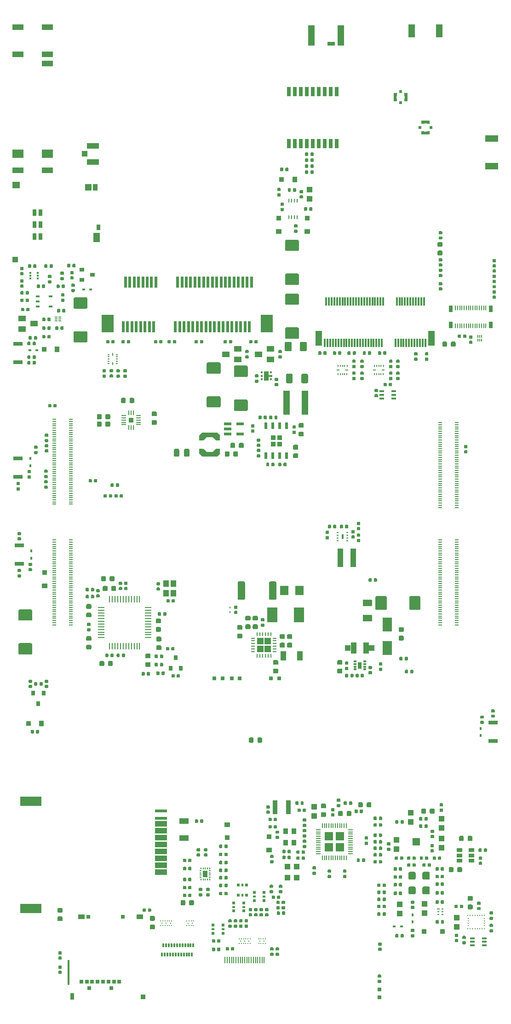
<source format=gbr>
%TF.GenerationSoftware,KiCad,Pcbnew,(5.99.0-459-gf0c386f5d-dirty)*%
%TF.CreationDate,2019-12-04T11:21:01+01:00*%
%TF.ProjectId,dvk-mx8m-bsb,64766b2d-6d78-4386-9d2d-6273622e6b69,v1.0.0*%
%TF.SameCoordinates,Original*%
%TF.FileFunction,Paste,Top*%
%TF.FilePolarity,Positive*%
%FSLAX46Y46*%
G04 Gerber Fmt 4.6, Leading zero omitted, Abs format (unit mm)*
G04 Created by KiCad (PCBNEW (5.99.0-459-gf0c386f5d-dirty)) date 2019-12-04 11:21:01*
%MOMM*%
%LPD*%
G04 APERTURE LIST*
%ADD10R,0.610000X0.120000*%
%ADD11R,0.120000X0.610000*%
%ADD12R,1.352500X1.352500*%
%ADD13R,0.950000X1.300000*%
%ADD14R,0.200000X0.300000*%
%ADD15R,0.300000X0.200000*%
%ADD16R,0.300000X1.550000*%
%ADD17R,1.200000X2.750000*%
%ADD18R,1.150000X3.800000*%
%ADD19R,1.350000X0.750000*%
%ADD20R,2.400000X1.300000*%
%ADD21R,1.300000X2.400000*%
%ADD22R,0.923998X0.839998*%
%ADD23R,0.190000X0.850000*%
%ADD24R,0.850000X0.190000*%
%ADD25R,1.100000X1.000000*%
%ADD26R,1.400000X1.200000*%
%ADD27R,1.300000X1.750000*%
%ADD28R,0.650000X1.000000*%
%ADD29R,0.800000X1.200000*%
%ADD30R,0.900000X1.200000*%
%ADD31R,1.300000X1.200000*%
%ADD32R,0.775000X0.890000*%
%ADD33R,2.790000X0.870000*%
%ADD34R,1.500000X1.500000*%
%ADD35R,0.840000X0.220000*%
%ADD36R,0.220000X0.840000*%
%ADD37C,0.250000*%
%ADD38R,0.470000X0.250000*%
%ADD39R,0.440000X0.250000*%
%ADD40R,0.450000X0.370000*%
%ADD41R,1.500000X0.370000*%
%ADD42R,0.900000X1.670000*%
%ADD43R,1.150000X1.150000*%
%ADD44O,0.230000X0.330000*%
%ADD45R,0.230000X0.590000*%
%ADD46R,0.590000X0.230000*%
%ADD47O,0.330000X0.230000*%
%ADD48R,0.700000X1.200000*%
%ADD49R,0.230000X0.920000*%
%ADD50R,0.144000X0.216000*%
%ADD51R,0.216000X0.144000*%
%ADD52R,0.210000X0.138000*%
%ADD53R,0.230000X1.200000*%
%ADD54R,0.300000X0.700000*%
%ADD55R,0.600000X2.000000*%
%ADD56R,2.300000X3.200000*%
%ADD57R,0.700000X0.750000*%
%ADD58R,0.700000X0.650000*%
%ADD59R,0.745000X1.150000*%
%ADD60R,0.950000X0.900000*%
%ADD61R,0.420000X4.630000*%
%ADD62R,1.200000X0.850000*%
%ADD63R,0.650000X0.750000*%
%ADD64R,1.300000X0.850000*%
%ADD65R,1.000000X1.100000*%
%ADD66R,0.900000X0.900000*%
%ADD67R,0.900000X1.100000*%
%ADD68R,1.000000X2.000000*%
%ADD69R,1.320000X0.560000*%
%ADD70R,0.720000X1.280000*%
%ADD71R,0.490000X0.300000*%
%ADD72R,1.750000X2.650000*%
%ADD73R,0.400000X0.900000*%
%ADD74R,0.350000X0.250000*%
%ADD75R,0.980000X3.400000*%
%ADD76R,1.400000X1.000000*%
%ADD77R,0.480000X0.400000*%
%ADD78R,0.400000X0.480000*%
%ADD79R,1.700000X0.800000*%
%ADD80R,2.000000X1.000000*%
%ADD81R,2.000000X1.500000*%
%ADD82R,0.700000X1.800000*%
%ADD83R,0.800000X1.800000*%
%ADD84R,0.600000X0.550000*%
%ADD85R,0.500000X0.500000*%
%ADD86R,0.500000X1.580000*%
%ADD87R,0.550000X0.600000*%
%ADD88R,1.580000X0.500000*%
%ADD89R,4.000000X1.700000*%
%ADD90R,2.300000X0.500000*%
%ADD91R,2.300000X1.000000*%
%ADD92R,1.300000X0.250000*%
%ADD93R,0.250000X1.300000*%
%ADD94R,0.850000X2.500000*%
%ADD95R,1.000000X1.200000*%
%ADD96R,0.900000X1.000000*%
%ADD97R,1.100000X0.900000*%
%ADD98R,0.800000X0.800000*%
%ADD99R,2.200000X1.050000*%
%ADD100R,1.050000X1.000000*%
%ADD101R,0.828000X0.828000*%
%ADD102R,0.600000X1.200000*%
%ADD103R,0.250000X0.360000*%
%ADD104R,1.600000X1.800000*%
%ADD105R,1.905000X2.790000*%
%ADD106R,1.180000X4.400000*%
%ADD107R,0.500000X0.300000*%
%ADD108R,0.300000X0.500000*%
%ADD109R,0.150000X0.500000*%
%ADD110R,0.850000X0.350000*%
%ADD111R,0.170000X0.600000*%
%ADD112R,0.450000X0.170000*%
%ADD113R,0.450000X0.270000*%
%ADD114R,0.450000X0.300000*%
%ADD115R,0.700000X0.450000*%
%ADD116R,0.500000X0.150000*%
%ADD117R,1.060000X0.650000*%
%ADD118R,1.000000X0.700000*%
%ADD119R,0.600000X0.170000*%
%ADD120R,0.170000X0.450000*%
%ADD121R,0.270000X0.450000*%
%ADD122R,0.700000X0.200000*%
%ADD123R,0.850000X0.850000*%
%ADD124R,1.750000X1.100000*%
%ADD125R,1.100000X1.750000*%
%ADD126R,0.800000X0.900000*%
%ADD127R,0.900000X0.800000*%
%ADD128R,0.200000X0.700000*%
G04 APERTURE END LIST*
D10*
%TO.C,U1601*%
X133195000Y-210000000D03*
X133195000Y-209600000D03*
X133195000Y-209200000D03*
X133195000Y-208800000D03*
D11*
X133800000Y-207795000D03*
X134200000Y-207795000D03*
X134600000Y-207795000D03*
X135000000Y-207795000D03*
D10*
X136005000Y-208400000D03*
X136005000Y-208800000D03*
X136005000Y-209200000D03*
X136005000Y-209600000D03*
D11*
X135400000Y-210605000D03*
X135000000Y-210605000D03*
X134600000Y-210605000D03*
X134200000Y-210605000D03*
X133800000Y-210605000D03*
D12*
X134600000Y-209200000D03*
D10*
X133195000Y-208400000D03*
D11*
X135400000Y-207795000D03*
D10*
X136005000Y-210000000D03*
%TD*%
D13*
%TO.C,U202*%
X95750000Y-215135000D03*
D14*
X94950000Y-216185000D03*
X95750000Y-216185000D03*
X95350000Y-216185000D03*
X96150000Y-216185000D03*
X96550000Y-216185000D03*
X94950000Y-214085000D03*
X95350000Y-214085000D03*
X95750000Y-214085000D03*
X96150000Y-214085000D03*
X96550000Y-214085000D03*
D15*
X96600000Y-214535000D03*
X96600000Y-214935000D03*
X96600000Y-215335000D03*
X96600000Y-215735000D03*
X94900000Y-215735000D03*
X94900000Y-215335000D03*
X94900000Y-214935000D03*
X94900000Y-214535000D03*
%TD*%
D16*
%TO.C,J1803*%
X136250000Y-117390000D03*
X136000000Y-109840000D03*
X135750000Y-117390000D03*
X135500000Y-109840000D03*
X135250000Y-117390000D03*
X135000000Y-109840000D03*
X134750000Y-117390000D03*
X134500000Y-109840000D03*
X134250000Y-117390000D03*
X134000000Y-109840000D03*
X133750000Y-117390000D03*
X133500000Y-109840000D03*
X133250000Y-117390000D03*
X133000000Y-109840000D03*
X132750000Y-117390000D03*
X132500000Y-109840000D03*
X132250000Y-117390000D03*
X132000000Y-109840000D03*
X131750000Y-117390000D03*
X131500000Y-109840000D03*
X131250000Y-117390000D03*
X131000000Y-109840000D03*
X130750000Y-117390000D03*
X128500000Y-109840000D03*
X128250000Y-117390000D03*
X128000000Y-109840000D03*
X127750000Y-117390000D03*
X127500000Y-109840000D03*
X127250000Y-117390000D03*
X127000000Y-109840000D03*
X126750000Y-117390000D03*
X126500000Y-109840000D03*
X126250000Y-117390000D03*
X126000000Y-109840000D03*
X125750000Y-117390000D03*
X125500000Y-109840000D03*
X125250000Y-117390000D03*
X125000000Y-109840000D03*
X124750000Y-117390000D03*
X124500000Y-109840000D03*
X124250000Y-117390000D03*
X124000000Y-109840000D03*
X123750000Y-117390000D03*
X123500000Y-109840000D03*
X123250000Y-117390000D03*
X123000000Y-109840000D03*
X122750000Y-117390000D03*
X122500000Y-109840000D03*
X122250000Y-117390000D03*
X122000000Y-109840000D03*
X121750000Y-117390000D03*
X121500000Y-109840000D03*
X121250000Y-117390000D03*
X121000000Y-109840000D03*
X120750000Y-117390000D03*
X120500000Y-109840000D03*
X120250000Y-117390000D03*
X120000000Y-109840000D03*
X119750000Y-117390000D03*
X119500000Y-109840000D03*
X119250000Y-117390000D03*
X119000000Y-109840000D03*
X118750000Y-117390000D03*
X118500000Y-109840000D03*
X118250000Y-117390000D03*
X118000000Y-109840000D03*
X117750000Y-117390000D03*
D17*
X116650000Y-116615000D03*
X137350000Y-116615000D03*
%TD*%
D18*
%TO.C,AE2301*%
X115275000Y-60900000D03*
X120725000Y-60900000D03*
D19*
X118925000Y-62425000D03*
%TD*%
D20*
%TO.C,AE1802*%
X148500000Y-79850000D03*
X148500000Y-84950000D03*
%TD*%
D21*
%TO.C,AE1801*%
X133750000Y-60000000D03*
X138850000Y-60000000D03*
%TD*%
D22*
%TO.C,U201*%
X82100000Y-131640000D03*
D23*
X81700000Y-130290000D03*
X82100000Y-130290000D03*
X82500000Y-130290000D03*
D24*
X83450000Y-130840000D03*
X83450000Y-131240000D03*
X83450000Y-131640000D03*
X83450000Y-132040000D03*
X83450000Y-132440000D03*
D23*
X82500000Y-132990000D03*
X82100000Y-132990000D03*
X81700000Y-132990000D03*
D24*
X80750000Y-132440000D03*
X80750000Y-132040000D03*
X80750000Y-131640000D03*
X80750000Y-131240000D03*
X80750000Y-130840000D03*
%TD*%
D25*
%TO.C,J1503*%
X60750000Y-102100000D03*
D26*
X60900000Y-88400000D03*
D27*
X75750000Y-98070000D03*
D28*
X76075000Y-96200000D03*
D29*
X65410000Y-93480000D03*
X65410000Y-95670000D03*
X65410000Y-97860000D03*
X64310000Y-93480000D03*
X64310000Y-95670000D03*
X64310000Y-97860000D03*
D30*
X75500000Y-88800000D03*
D31*
X74250000Y-88800000D03*
%TD*%
%TO.C,L404*%
G36*
X97384999Y-134470157D02*
G01*
X97944843Y-133919999D01*
X98495001Y-134479843D01*
X97935157Y-135030001D01*
X97384999Y-134470157D01*
G37*
G36*
X94799996Y-137464678D02*
G01*
X95380322Y-136869996D01*
X95975004Y-137450322D01*
X95394678Y-138045004D01*
X94799996Y-137464678D01*
G37*
G36*
X97719928Y-136869946D02*
G01*
X98300254Y-137464628D01*
X97705572Y-138044954D01*
X97125246Y-137450272D01*
X97719928Y-136869946D01*
G37*
G36*
X95394678Y-134194996D02*
G01*
X95975004Y-134789678D01*
X95380322Y-135370004D01*
X94799996Y-134775322D01*
X95394678Y-134194996D01*
G37*
G36*
X97125246Y-134789678D02*
G01*
X97705572Y-134194996D01*
X98300254Y-134775322D01*
X97719928Y-135370004D01*
X97125246Y-134789678D01*
G37*
G36*
X94604999Y-137760157D02*
G01*
X95164843Y-137209999D01*
X95715001Y-137769843D01*
X95155157Y-138320001D01*
X94604999Y-137760157D01*
G37*
G36*
X97935157Y-137209999D02*
G01*
X98495001Y-137760157D01*
X97944843Y-138320001D01*
X97384999Y-137769843D01*
X97935157Y-137209999D01*
G37*
G36*
X95155157Y-133919999D02*
G01*
X95715001Y-134470157D01*
X95164843Y-135030001D01*
X94604999Y-134479843D01*
X95155157Y-133919999D01*
G37*
G36*
X97384999Y-134470157D02*
G01*
X97944843Y-133919999D01*
X98495001Y-134479843D01*
X97935157Y-135030001D01*
X97384999Y-134470157D01*
G37*
D32*
X94992500Y-137315000D03*
X98107500Y-137315000D03*
X94992500Y-134925000D03*
X98107500Y-134925000D03*
D33*
X96550000Y-137885000D03*
X96550000Y-134355000D03*
%TD*%
D34*
%TO.C,U1701*%
X118500000Y-210200000D03*
X120500000Y-210200000D03*
X120500000Y-208200000D03*
X118500000Y-208200000D03*
D35*
X122445000Y-207000000D03*
X122445000Y-207400000D03*
X122445000Y-207800000D03*
X122445000Y-208200000D03*
X122445000Y-208600000D03*
X122445000Y-209000000D03*
X122445000Y-209400000D03*
X122445000Y-209800000D03*
X122445000Y-210200000D03*
X122445000Y-210600000D03*
X122445000Y-211000000D03*
X122445000Y-211400000D03*
X116555000Y-211400000D03*
X116555000Y-211000000D03*
X116555000Y-210600000D03*
X116555000Y-210200000D03*
X116555000Y-209800000D03*
X116555000Y-209400000D03*
X116555000Y-209000000D03*
X116555000Y-208600000D03*
X116555000Y-208200000D03*
X116555000Y-207800000D03*
X116555000Y-207400000D03*
X116555000Y-207000000D03*
D36*
X117300000Y-206255000D03*
X117700000Y-206255000D03*
X118100000Y-206255000D03*
X118500000Y-206255000D03*
X118900000Y-206255000D03*
X119300000Y-206255000D03*
X119700000Y-206255000D03*
X120100000Y-206255000D03*
X120500000Y-206255000D03*
X120900000Y-206255000D03*
X121300000Y-206255000D03*
X121700000Y-206255000D03*
X121700000Y-212145000D03*
X121300000Y-212145000D03*
X120900000Y-212145000D03*
X120500000Y-212145000D03*
X120100000Y-212145000D03*
X119700000Y-212145000D03*
X119300000Y-212145000D03*
X118900000Y-212145000D03*
X118500000Y-212145000D03*
X118100000Y-212145000D03*
X117700000Y-212145000D03*
X117300000Y-212145000D03*
%TD*%
D37*
%TO.C,U205*%
X92750000Y-223800000D03*
X93150000Y-223800000D03*
X93550000Y-223800000D03*
X92350000Y-223800000D03*
X92350000Y-224600000D03*
X92750000Y-224600000D03*
X93150000Y-224600000D03*
X93550000Y-224600000D03*
X93350000Y-224200000D03*
X92550000Y-224200000D03*
%TD*%
%TO.C,U204*%
X87950000Y-223800000D03*
X87550000Y-224600000D03*
X87950000Y-224600000D03*
X87750000Y-224200000D03*
X87550000Y-223800000D03*
X88750000Y-223800000D03*
X89150000Y-223800000D03*
X89550000Y-223800000D03*
X88350000Y-223800000D03*
X88350000Y-224600000D03*
X88750000Y-224600000D03*
X89150000Y-224600000D03*
X89550000Y-224600000D03*
X89350000Y-224200000D03*
X88550000Y-224200000D03*
%TD*%
%TO.C,U1902*%
X106000000Y-227100000D03*
X106400000Y-227100000D03*
X106800000Y-227100000D03*
X105600000Y-227100000D03*
X105600000Y-227900000D03*
X106000000Y-227900000D03*
X106400000Y-227900000D03*
X106800000Y-227900000D03*
X106600000Y-227500000D03*
X105800000Y-227500000D03*
%TD*%
%TO.C,U1901*%
X102400000Y-227100000D03*
X102000000Y-227900000D03*
X102400000Y-227900000D03*
X102200000Y-227500000D03*
X102000000Y-227100000D03*
X103200000Y-227100000D03*
X103600000Y-227100000D03*
X104000000Y-227100000D03*
X102800000Y-227100000D03*
X102800000Y-227900000D03*
X103200000Y-227900000D03*
X103600000Y-227900000D03*
X104000000Y-227900000D03*
X103800000Y-227500000D03*
X103000000Y-227500000D03*
%TD*%
D38*
%TO.C,U1603*%
X138640000Y-221600000D03*
D39*
X138625000Y-222100000D03*
X138625000Y-222600000D03*
X139375000Y-222600000D03*
X139375000Y-222100000D03*
X139375000Y-221600000D03*
%TD*%
D40*
%TO.C,U404*%
X106175000Y-124150000D03*
X106175000Y-122850000D03*
X107825000Y-122850000D03*
X106175000Y-123500000D03*
X107825000Y-124150000D03*
D41*
X107300000Y-123500000D03*
D42*
X107000000Y-123500000D03*
%TD*%
D43*
%TO.C,U301*%
X105850000Y-173700000D03*
X107250000Y-173700000D03*
X107250000Y-172300000D03*
X105850000Y-172300000D03*
D44*
X107300000Y-171260000D03*
X106800000Y-171260000D03*
X106300000Y-171260000D03*
D45*
X107800000Y-170920000D03*
X107300000Y-170920000D03*
D44*
X107800000Y-171260000D03*
D45*
X106800000Y-170920000D03*
X106300000Y-170920000D03*
X105800000Y-170920000D03*
D44*
X105300000Y-171260000D03*
D45*
X105300000Y-170920000D03*
D44*
X105800000Y-171260000D03*
D46*
X108630000Y-173250000D03*
X108630000Y-174250000D03*
D47*
X108290000Y-174250000D03*
X108290000Y-173750000D03*
X108290000Y-173250000D03*
D46*
X108630000Y-173750000D03*
D47*
X108290000Y-172750000D03*
D46*
X108630000Y-172750000D03*
X108630000Y-172250000D03*
D47*
X108290000Y-171750000D03*
D46*
X108630000Y-171750000D03*
D47*
X108290000Y-172250000D03*
D46*
X104470000Y-174250000D03*
D47*
X104810000Y-174250000D03*
D46*
X104470000Y-173750000D03*
D47*
X104810000Y-173750000D03*
D46*
X104470000Y-173250000D03*
D47*
X104810000Y-173250000D03*
D46*
X104470000Y-172750000D03*
D47*
X104810000Y-172750000D03*
D46*
X104470000Y-172250000D03*
D47*
X104810000Y-172250000D03*
X104810000Y-171750000D03*
D46*
X104470000Y-171750000D03*
D45*
X105300000Y-175080000D03*
D44*
X105300000Y-174740000D03*
X105800000Y-174740000D03*
D45*
X105800000Y-175080000D03*
D44*
X106300000Y-174740000D03*
D45*
X106300000Y-175080000D03*
D44*
X106800000Y-174740000D03*
D45*
X106800000Y-175080000D03*
D44*
X107300000Y-174740000D03*
D45*
X107300000Y-175080000D03*
D44*
X107800000Y-174740000D03*
D45*
X107800000Y-175080000D03*
%TD*%
D48*
%TO.C,J1301*%
X148300000Y-114150000D03*
X148300000Y-111150000D03*
X140900000Y-114150000D03*
X140900000Y-111150000D03*
D49*
X147000000Y-114290000D03*
X147400000Y-114290000D03*
X146600000Y-114290000D03*
X146200000Y-114290000D03*
X145800000Y-114290000D03*
X141800000Y-114290000D03*
X143000000Y-114290000D03*
X142600000Y-114290000D03*
X143400000Y-114290000D03*
X142200000Y-114290000D03*
X145400000Y-114290000D03*
X145000000Y-114290000D03*
X144600000Y-114290000D03*
X144200000Y-114290000D03*
X143800000Y-114290000D03*
X147000000Y-111010000D03*
X147400000Y-111010000D03*
X146600000Y-111010000D03*
X146200000Y-111010000D03*
X141800000Y-111010000D03*
X142200000Y-111010000D03*
X142600000Y-111010000D03*
X143000000Y-111010000D03*
X145800000Y-111010000D03*
X145400000Y-111010000D03*
X145000000Y-111010000D03*
X144600000Y-111010000D03*
X144200000Y-111010000D03*
X143800000Y-111010000D03*
X143400000Y-111010000D03*
%TD*%
%TO.C,R408*%
G36*
X124178946Y-152531228D02*
G01*
X124226798Y-152563202D01*
X124258772Y-152611054D01*
X124270000Y-152667500D01*
X124270000Y-152962500D01*
X124258772Y-153018946D01*
X124226798Y-153066798D01*
X124178946Y-153098772D01*
X124122500Y-153110000D01*
X123777500Y-153110000D01*
X123721054Y-153098772D01*
X123673202Y-153066798D01*
X123641228Y-153018946D01*
X123630000Y-152962500D01*
X123630000Y-152667500D01*
X123641228Y-152611054D01*
X123673202Y-152563202D01*
X123721054Y-152531228D01*
X123777500Y-152520000D01*
X124122500Y-152520000D01*
X124178946Y-152531228D01*
G37*
G36*
X124178946Y-153501228D02*
G01*
X124226798Y-153533202D01*
X124258772Y-153581054D01*
X124270000Y-153637500D01*
X124270000Y-153932500D01*
X124258772Y-153988946D01*
X124226798Y-154036798D01*
X124178946Y-154068772D01*
X124122500Y-154080000D01*
X123777500Y-154080000D01*
X123721054Y-154068772D01*
X123673202Y-154036798D01*
X123641228Y-153988946D01*
X123630000Y-153932500D01*
X123630000Y-153637500D01*
X123641228Y-153581054D01*
X123673202Y-153533202D01*
X123721054Y-153501228D01*
X123777500Y-153490000D01*
X124122500Y-153490000D01*
X124178946Y-153501228D01*
G37*
%TD*%
%TO.C,R409*%
G36*
X119788946Y-150891228D02*
G01*
X119836798Y-150923202D01*
X119868772Y-150971054D01*
X119880000Y-151027500D01*
X119880000Y-151372500D01*
X119868772Y-151428946D01*
X119836798Y-151476798D01*
X119788946Y-151508772D01*
X119732500Y-151520000D01*
X119437500Y-151520000D01*
X119381054Y-151508772D01*
X119333202Y-151476798D01*
X119301228Y-151428946D01*
X119290000Y-151372500D01*
X119290000Y-151027500D01*
X119301228Y-150971054D01*
X119333202Y-150923202D01*
X119381054Y-150891228D01*
X119437500Y-150880000D01*
X119732500Y-150880000D01*
X119788946Y-150891228D01*
G37*
G36*
X118818946Y-150891228D02*
G01*
X118866798Y-150923202D01*
X118898772Y-150971054D01*
X118910000Y-151027500D01*
X118910000Y-151372500D01*
X118898772Y-151428946D01*
X118866798Y-151476798D01*
X118818946Y-151508772D01*
X118762500Y-151520000D01*
X118467500Y-151520000D01*
X118411054Y-151508772D01*
X118363202Y-151476798D01*
X118331228Y-151428946D01*
X118320000Y-151372500D01*
X118320000Y-151027500D01*
X118331228Y-150971054D01*
X118363202Y-150923202D01*
X118411054Y-150891228D01*
X118467500Y-150880000D01*
X118762500Y-150880000D01*
X118818946Y-150891228D01*
G37*
%TD*%
%TO.C,R404*%
G36*
X124178946Y-150366228D02*
G01*
X124226798Y-150398202D01*
X124258772Y-150446054D01*
X124270000Y-150502500D01*
X124270000Y-150797500D01*
X124258772Y-150853946D01*
X124226798Y-150901798D01*
X124178946Y-150933772D01*
X124122500Y-150945000D01*
X123777500Y-150945000D01*
X123721054Y-150933772D01*
X123673202Y-150901798D01*
X123641228Y-150853946D01*
X123630000Y-150797500D01*
X123630000Y-150502500D01*
X123641228Y-150446054D01*
X123673202Y-150398202D01*
X123721054Y-150366228D01*
X123777500Y-150355000D01*
X124122500Y-150355000D01*
X124178946Y-150366228D01*
G37*
G36*
X124178946Y-151336228D02*
G01*
X124226798Y-151368202D01*
X124258772Y-151416054D01*
X124270000Y-151472500D01*
X124270000Y-151767500D01*
X124258772Y-151823946D01*
X124226798Y-151871798D01*
X124178946Y-151903772D01*
X124122500Y-151915000D01*
X123777500Y-151915000D01*
X123721054Y-151903772D01*
X123673202Y-151871798D01*
X123641228Y-151823946D01*
X123630000Y-151767500D01*
X123630000Y-151472500D01*
X123641228Y-151416054D01*
X123673202Y-151368202D01*
X123721054Y-151336228D01*
X123777500Y-151325000D01*
X124122500Y-151325000D01*
X124178946Y-151336228D01*
G37*
%TD*%
%TO.C,C416*%
G36*
X118428946Y-152021228D02*
G01*
X118476798Y-152053202D01*
X118508772Y-152101054D01*
X118520000Y-152157500D01*
X118520000Y-152452500D01*
X118508772Y-152508946D01*
X118476798Y-152556798D01*
X118428946Y-152588772D01*
X118372500Y-152600000D01*
X118027500Y-152600000D01*
X117971054Y-152588772D01*
X117923202Y-152556798D01*
X117891228Y-152508946D01*
X117880000Y-152452500D01*
X117880000Y-152157500D01*
X117891228Y-152101054D01*
X117923202Y-152053202D01*
X117971054Y-152021228D01*
X118027500Y-152010000D01*
X118372500Y-152010000D01*
X118428946Y-152021228D01*
G37*
G36*
X118428946Y-152991228D02*
G01*
X118476798Y-153023202D01*
X118508772Y-153071054D01*
X118520000Y-153127500D01*
X118520000Y-153422500D01*
X118508772Y-153478946D01*
X118476798Y-153526798D01*
X118428946Y-153558772D01*
X118372500Y-153570000D01*
X118027500Y-153570000D01*
X117971054Y-153558772D01*
X117923202Y-153526798D01*
X117891228Y-153478946D01*
X117880000Y-153422500D01*
X117880000Y-153127500D01*
X117891228Y-153071054D01*
X117923202Y-153023202D01*
X117971054Y-152991228D01*
X118027500Y-152980000D01*
X118372500Y-152980000D01*
X118428946Y-152991228D01*
G37*
%TD*%
D50*
%TO.C,U2002*%
X147105000Y-225225000D03*
X146675000Y-225225000D03*
X146245000Y-225225000D03*
X145815000Y-225225000D03*
X145385000Y-225225000D03*
X144955000Y-225225000D03*
X144525000Y-225225000D03*
X144095000Y-225225000D03*
X147105000Y-222775000D03*
X146675000Y-222775000D03*
X146245000Y-222775000D03*
X145815000Y-222775000D03*
X145385000Y-222775000D03*
X144955000Y-222775000D03*
X144525000Y-222775000D03*
D51*
X147075000Y-224645000D03*
X144125000Y-224645000D03*
X147075000Y-224215000D03*
X144125000Y-224215000D03*
D52*
X147075000Y-223785000D03*
D51*
X144125000Y-223785000D03*
X147075000Y-223355000D03*
X144125000Y-223355000D03*
D50*
X144095000Y-222775000D03*
%TD*%
D53*
%TO.C,J1901*%
X99400000Y-230975000D03*
X99800000Y-230975000D03*
X100200000Y-230975000D03*
X100600000Y-230975000D03*
X101000000Y-230975000D03*
X101400000Y-230975000D03*
X101800000Y-230975000D03*
X102200000Y-230975000D03*
X102600000Y-230975000D03*
X106600000Y-230975000D03*
X106200000Y-230975000D03*
X105800000Y-230975000D03*
X105400000Y-230975000D03*
X105000000Y-230975000D03*
X104600000Y-230975000D03*
X104200000Y-230975000D03*
X103800000Y-230975000D03*
X103400000Y-230975000D03*
X103000000Y-230975000D03*
%TD*%
D54*
%TO.C,J201*%
X93550000Y-228240000D03*
X93050000Y-228240000D03*
X92550000Y-228240000D03*
X92050000Y-228240000D03*
X91550000Y-228240000D03*
X91050000Y-228240000D03*
X90550000Y-228240000D03*
X90050000Y-228240000D03*
X89550000Y-228240000D03*
X89050000Y-228240000D03*
X88550000Y-228240000D03*
X88050000Y-228240000D03*
X90300000Y-229940000D03*
X89800000Y-229940000D03*
X89300000Y-229940000D03*
X88300000Y-229940000D03*
X88800000Y-229940000D03*
X87800000Y-229940000D03*
X93300000Y-229940000D03*
X92800000Y-229940000D03*
X92300000Y-229940000D03*
X91800000Y-229940000D03*
X91300000Y-229940000D03*
X90800000Y-229940000D03*
%TD*%
D55*
%TO.C,J1502*%
X104250000Y-106250000D03*
X103850000Y-114450000D03*
X103450000Y-106250000D03*
X103050000Y-114450000D03*
X102650000Y-106250000D03*
X102250000Y-114450000D03*
X101850000Y-106250000D03*
X101450000Y-114450000D03*
X101050000Y-106250000D03*
X100650000Y-114450000D03*
X100250000Y-106250000D03*
X99850000Y-114450000D03*
X99450000Y-106250000D03*
X99050000Y-114450000D03*
X98650000Y-106250000D03*
X98250000Y-114450000D03*
X97850000Y-106250000D03*
X97450000Y-114450000D03*
X97050000Y-106250000D03*
X96650000Y-114450000D03*
X96250000Y-106250000D03*
X95850000Y-114450000D03*
X95450000Y-106250000D03*
X95050000Y-114450000D03*
X94650000Y-106250000D03*
X94250000Y-114450000D03*
X93850000Y-106250000D03*
X93450000Y-114450000D03*
X93050000Y-106250000D03*
X92650000Y-114450000D03*
X92250000Y-106250000D03*
X91850000Y-114450000D03*
X91450000Y-106250000D03*
X91050000Y-114450000D03*
X90650000Y-106250000D03*
X90250000Y-114450000D03*
X86650000Y-106250000D03*
X86250000Y-114450000D03*
X85850000Y-106250000D03*
X85450000Y-114450000D03*
X85050000Y-106250000D03*
X84650000Y-114450000D03*
X84250000Y-106250000D03*
X83850000Y-114450000D03*
X83450000Y-106250000D03*
X83050000Y-114450000D03*
X82650000Y-106250000D03*
X82250000Y-114450000D03*
X81850000Y-106250000D03*
X81450000Y-114450000D03*
X81050000Y-106250000D03*
X80650000Y-114450000D03*
D56*
X107100000Y-113850000D03*
X77800000Y-113850000D03*
%TD*%
%TO.C,C301*%
G36*
X102424962Y-169341651D02*
G01*
X102495930Y-169389070D01*
X102543349Y-169460038D01*
X102560000Y-169543750D01*
X102560000Y-169981250D01*
X102543349Y-170064962D01*
X102495930Y-170135930D01*
X102424962Y-170183349D01*
X102341250Y-170200000D01*
X101828750Y-170200000D01*
X101745038Y-170183349D01*
X101674070Y-170135930D01*
X101626651Y-170064962D01*
X101610000Y-169981250D01*
X101610000Y-169543750D01*
X101626651Y-169460038D01*
X101674070Y-169389070D01*
X101745038Y-169341651D01*
X101828750Y-169325000D01*
X102341250Y-169325000D01*
X102424962Y-169341651D01*
G37*
G36*
X102424962Y-170916651D02*
G01*
X102495930Y-170964070D01*
X102543349Y-171035038D01*
X102560000Y-171118750D01*
X102560000Y-171556250D01*
X102543349Y-171639962D01*
X102495930Y-171710930D01*
X102424962Y-171758349D01*
X102341250Y-171775000D01*
X101828750Y-171775000D01*
X101745038Y-171758349D01*
X101674070Y-171710930D01*
X101626651Y-171639962D01*
X101610000Y-171556250D01*
X101610000Y-171118750D01*
X101626651Y-171035038D01*
X101674070Y-170964070D01*
X101745038Y-170916651D01*
X101828750Y-170900000D01*
X102341250Y-170900000D01*
X102424962Y-170916651D01*
G37*
%TD*%
%TO.C,R1719*%
G36*
X120513946Y-202237828D02*
G01*
X120561798Y-202269802D01*
X120593772Y-202317654D01*
X120605000Y-202374100D01*
X120605000Y-202669100D01*
X120593772Y-202725546D01*
X120561798Y-202773398D01*
X120513946Y-202805372D01*
X120457500Y-202816600D01*
X120112500Y-202816600D01*
X120056054Y-202805372D01*
X120008202Y-202773398D01*
X119976228Y-202725546D01*
X119965000Y-202669100D01*
X119965000Y-202374100D01*
X119976228Y-202317654D01*
X120008202Y-202269802D01*
X120056054Y-202237828D01*
X120112500Y-202226600D01*
X120457500Y-202226600D01*
X120513946Y-202237828D01*
G37*
G36*
X120513946Y-201267828D02*
G01*
X120561798Y-201299802D01*
X120593772Y-201347654D01*
X120605000Y-201404100D01*
X120605000Y-201699100D01*
X120593772Y-201755546D01*
X120561798Y-201803398D01*
X120513946Y-201835372D01*
X120457500Y-201846600D01*
X120112500Y-201846600D01*
X120056054Y-201835372D01*
X120008202Y-201803398D01*
X119976228Y-201755546D01*
X119965000Y-201699100D01*
X119965000Y-201404100D01*
X119976228Y-201347654D01*
X120008202Y-201299802D01*
X120056054Y-201267828D01*
X120112500Y-201256600D01*
X120457500Y-201256600D01*
X120513946Y-201267828D01*
G37*
%TD*%
%TO.C,R1714*%
G36*
X124688946Y-203291228D02*
G01*
X124736798Y-203323202D01*
X124768772Y-203371054D01*
X124780000Y-203427500D01*
X124780000Y-203772500D01*
X124768772Y-203828946D01*
X124736798Y-203876798D01*
X124688946Y-203908772D01*
X124632500Y-203920000D01*
X124337500Y-203920000D01*
X124281054Y-203908772D01*
X124233202Y-203876798D01*
X124201228Y-203828946D01*
X124190000Y-203772500D01*
X124190000Y-203427500D01*
X124201228Y-203371054D01*
X124233202Y-203323202D01*
X124281054Y-203291228D01*
X124337500Y-203280000D01*
X124632500Y-203280000D01*
X124688946Y-203291228D01*
G37*
G36*
X123718946Y-203291228D02*
G01*
X123766798Y-203323202D01*
X123798772Y-203371054D01*
X123810000Y-203427500D01*
X123810000Y-203772500D01*
X123798772Y-203828946D01*
X123766798Y-203876798D01*
X123718946Y-203908772D01*
X123662500Y-203920000D01*
X123367500Y-203920000D01*
X123311054Y-203908772D01*
X123263202Y-203876798D01*
X123231228Y-203828946D01*
X123220000Y-203772500D01*
X123220000Y-203427500D01*
X123231228Y-203371054D01*
X123263202Y-203323202D01*
X123311054Y-203291228D01*
X123367500Y-203280000D01*
X123662500Y-203280000D01*
X123718946Y-203291228D01*
G37*
%TD*%
D57*
%TO.C,J1001*%
X79925000Y-234950000D03*
X78925000Y-234950000D03*
X77925000Y-234950000D03*
X76925000Y-234950000D03*
X75925000Y-234950000D03*
X74925000Y-234950000D03*
X73925000Y-234950000D03*
X72925000Y-234950000D03*
D58*
X78425000Y-236150000D03*
X74425000Y-236150000D03*
D59*
X71240000Y-237650000D03*
D60*
X84275000Y-237725000D03*
D61*
X70577500Y-233240000D03*
D62*
X72987500Y-223050000D03*
D63*
X74225000Y-223000000D03*
X80575000Y-223000000D03*
D64*
X83712500Y-223050000D03*
%TD*%
%TO.C,C1002*%
G36*
X69339962Y-222954151D02*
G01*
X69410930Y-223001570D01*
X69458349Y-223072538D01*
X69475000Y-223156250D01*
X69475000Y-223593750D01*
X69458349Y-223677462D01*
X69410930Y-223748430D01*
X69339962Y-223795849D01*
X69256250Y-223812500D01*
X68743750Y-223812500D01*
X68660038Y-223795849D01*
X68589070Y-223748430D01*
X68541651Y-223677462D01*
X68525000Y-223593750D01*
X68525000Y-223156250D01*
X68541651Y-223072538D01*
X68589070Y-223001570D01*
X68660038Y-222954151D01*
X68743750Y-222937500D01*
X69256250Y-222937500D01*
X69339962Y-222954151D01*
G37*
G36*
X69339962Y-221379151D02*
G01*
X69410930Y-221426570D01*
X69458349Y-221497538D01*
X69475000Y-221581250D01*
X69475000Y-222018750D01*
X69458349Y-222102462D01*
X69410930Y-222173430D01*
X69339962Y-222220849D01*
X69256250Y-222237500D01*
X68743750Y-222237500D01*
X68660038Y-222220849D01*
X68589070Y-222173430D01*
X68541651Y-222102462D01*
X68525000Y-222018750D01*
X68525000Y-221581250D01*
X68541651Y-221497538D01*
X68589070Y-221426570D01*
X68660038Y-221379151D01*
X68743750Y-221362500D01*
X69256250Y-221362500D01*
X69339962Y-221379151D01*
G37*
%TD*%
%TO.C,C1822*%
G36*
X63720671Y-172694030D02*
G01*
X63801777Y-172748223D01*
X63855970Y-172829329D01*
X63875000Y-172925000D01*
X63875000Y-174500000D01*
X63855970Y-174595671D01*
X63801777Y-174676777D01*
X63720671Y-174730970D01*
X63625000Y-174750000D01*
X61575000Y-174750000D01*
X61479329Y-174730970D01*
X61398223Y-174676777D01*
X61344030Y-174595671D01*
X61325000Y-174500000D01*
X61325000Y-172925000D01*
X61344030Y-172829329D01*
X61398223Y-172748223D01*
X61479329Y-172694030D01*
X61575000Y-172675000D01*
X63625000Y-172675000D01*
X63720671Y-172694030D01*
G37*
G36*
X63720671Y-166469030D02*
G01*
X63801777Y-166523223D01*
X63855970Y-166604329D01*
X63875000Y-166700000D01*
X63875000Y-168275000D01*
X63855970Y-168370671D01*
X63801777Y-168451777D01*
X63720671Y-168505970D01*
X63625000Y-168525000D01*
X61575000Y-168525000D01*
X61479329Y-168505970D01*
X61398223Y-168451777D01*
X61344030Y-168370671D01*
X61325000Y-168275000D01*
X61325000Y-166700000D01*
X61344030Y-166604329D01*
X61398223Y-166523223D01*
X61479329Y-166469030D01*
X61575000Y-166450000D01*
X63625000Y-166450000D01*
X63720671Y-166469030D01*
G37*
%TD*%
D65*
%TO.C,FB1601*%
X133600000Y-203850000D03*
X133600000Y-205550000D03*
%TD*%
%TO.C,C201*%
G36*
X82539962Y-127556651D02*
G01*
X82610930Y-127604070D01*
X82658349Y-127675038D01*
X82675000Y-127758750D01*
X82675000Y-128271250D01*
X82658349Y-128354962D01*
X82610930Y-128425930D01*
X82539962Y-128473349D01*
X82456250Y-128490000D01*
X82018750Y-128490000D01*
X81935038Y-128473349D01*
X81864070Y-128425930D01*
X81816651Y-128354962D01*
X81800000Y-128271250D01*
X81800000Y-127758750D01*
X81816651Y-127675038D01*
X81864070Y-127604070D01*
X81935038Y-127556651D01*
X82018750Y-127540000D01*
X82456250Y-127540000D01*
X82539962Y-127556651D01*
G37*
G36*
X80964962Y-127556651D02*
G01*
X81035930Y-127604070D01*
X81083349Y-127675038D01*
X81100000Y-127758750D01*
X81100000Y-128271250D01*
X81083349Y-128354962D01*
X81035930Y-128425930D01*
X80964962Y-128473349D01*
X80881250Y-128490000D01*
X80443750Y-128490000D01*
X80360038Y-128473349D01*
X80289070Y-128425930D01*
X80241651Y-128354962D01*
X80225000Y-128271250D01*
X80225000Y-127758750D01*
X80241651Y-127675038D01*
X80289070Y-127604070D01*
X80360038Y-127556651D01*
X80443750Y-127540000D01*
X80881250Y-127540000D01*
X80964962Y-127556651D01*
G37*
%TD*%
D66*
%TO.C,D1502*%
X66100000Y-118600000D03*
D67*
X68500000Y-118600000D03*
%TD*%
%TO.C,C414*%
G36*
X139428946Y-202146228D02*
G01*
X139476798Y-202178202D01*
X139508772Y-202226054D01*
X139520000Y-202282500D01*
X139520000Y-202577500D01*
X139508772Y-202633946D01*
X139476798Y-202681798D01*
X139428946Y-202713772D01*
X139372500Y-202725000D01*
X139027500Y-202725000D01*
X138971054Y-202713772D01*
X138923202Y-202681798D01*
X138891228Y-202633946D01*
X138880000Y-202577500D01*
X138880000Y-202282500D01*
X138891228Y-202226054D01*
X138923202Y-202178202D01*
X138971054Y-202146228D01*
X139027500Y-202135000D01*
X139372500Y-202135000D01*
X139428946Y-202146228D01*
G37*
G36*
X139428946Y-203116228D02*
G01*
X139476798Y-203148202D01*
X139508772Y-203196054D01*
X139520000Y-203252500D01*
X139520000Y-203547500D01*
X139508772Y-203603946D01*
X139476798Y-203651798D01*
X139428946Y-203683772D01*
X139372500Y-203695000D01*
X139027500Y-203695000D01*
X138971054Y-203683772D01*
X138923202Y-203651798D01*
X138891228Y-203603946D01*
X138880000Y-203547500D01*
X138880000Y-203252500D01*
X138891228Y-203196054D01*
X138923202Y-203148202D01*
X138971054Y-203116228D01*
X139027500Y-203105000D01*
X139372500Y-203105000D01*
X139428946Y-203116228D01*
G37*
%TD*%
%TO.C,C410*%
G36*
X142228946Y-227101228D02*
G01*
X142276798Y-227133202D01*
X142308772Y-227181054D01*
X142320000Y-227237500D01*
X142320000Y-227532500D01*
X142308772Y-227588946D01*
X142276798Y-227636798D01*
X142228946Y-227668772D01*
X142172500Y-227680000D01*
X141827500Y-227680000D01*
X141771054Y-227668772D01*
X141723202Y-227636798D01*
X141691228Y-227588946D01*
X141680000Y-227532500D01*
X141680000Y-227237500D01*
X141691228Y-227181054D01*
X141723202Y-227133202D01*
X141771054Y-227101228D01*
X141827500Y-227090000D01*
X142172500Y-227090000D01*
X142228946Y-227101228D01*
G37*
G36*
X142228946Y-226131228D02*
G01*
X142276798Y-226163202D01*
X142308772Y-226211054D01*
X142320000Y-226267500D01*
X142320000Y-226562500D01*
X142308772Y-226618946D01*
X142276798Y-226666798D01*
X142228946Y-226698772D01*
X142172500Y-226710000D01*
X141827500Y-226710000D01*
X141771054Y-226698772D01*
X141723202Y-226666798D01*
X141691228Y-226618946D01*
X141680000Y-226562500D01*
X141680000Y-226267500D01*
X141691228Y-226211054D01*
X141723202Y-226163202D01*
X141771054Y-226131228D01*
X141827500Y-226120000D01*
X142172500Y-226120000D01*
X142228946Y-226131228D01*
G37*
%TD*%
%TO.C,C406*%
G36*
X129728946Y-209331228D02*
G01*
X129776798Y-209363202D01*
X129808772Y-209411054D01*
X129820000Y-209467500D01*
X129820000Y-209762500D01*
X129808772Y-209818946D01*
X129776798Y-209866798D01*
X129728946Y-209898772D01*
X129672500Y-209910000D01*
X129327500Y-209910000D01*
X129271054Y-209898772D01*
X129223202Y-209866798D01*
X129191228Y-209818946D01*
X129180000Y-209762500D01*
X129180000Y-209467500D01*
X129191228Y-209411054D01*
X129223202Y-209363202D01*
X129271054Y-209331228D01*
X129327500Y-209320000D01*
X129672500Y-209320000D01*
X129728946Y-209331228D01*
G37*
G36*
X129728946Y-210301228D02*
G01*
X129776798Y-210333202D01*
X129808772Y-210381054D01*
X129820000Y-210437500D01*
X129820000Y-210732500D01*
X129808772Y-210788946D01*
X129776798Y-210836798D01*
X129728946Y-210868772D01*
X129672500Y-210880000D01*
X129327500Y-210880000D01*
X129271054Y-210868772D01*
X129223202Y-210836798D01*
X129191228Y-210788946D01*
X129180000Y-210732500D01*
X129180000Y-210437500D01*
X129191228Y-210381054D01*
X129223202Y-210333202D01*
X129271054Y-210301228D01*
X129327500Y-210290000D01*
X129672500Y-210290000D01*
X129728946Y-210301228D01*
G37*
%TD*%
%TO.C,C418*%
G36*
X113668946Y-89324828D02*
G01*
X113716798Y-89356802D01*
X113748772Y-89404654D01*
X113760000Y-89461100D01*
X113760000Y-89756100D01*
X113748772Y-89812546D01*
X113716798Y-89860398D01*
X113668946Y-89892372D01*
X113612500Y-89903600D01*
X113267500Y-89903600D01*
X113211054Y-89892372D01*
X113163202Y-89860398D01*
X113131228Y-89812546D01*
X113120000Y-89756100D01*
X113120000Y-89461100D01*
X113131228Y-89404654D01*
X113163202Y-89356802D01*
X113211054Y-89324828D01*
X113267500Y-89313600D01*
X113612500Y-89313600D01*
X113668946Y-89324828D01*
G37*
G36*
X113668946Y-90294828D02*
G01*
X113716798Y-90326802D01*
X113748772Y-90374654D01*
X113760000Y-90431100D01*
X113760000Y-90726100D01*
X113748772Y-90782546D01*
X113716798Y-90830398D01*
X113668946Y-90862372D01*
X113612500Y-90873600D01*
X113267500Y-90873600D01*
X113211054Y-90862372D01*
X113163202Y-90830398D01*
X113131228Y-90782546D01*
X113120000Y-90726100D01*
X113120000Y-90431100D01*
X113131228Y-90374654D01*
X113163202Y-90326802D01*
X113211054Y-90294828D01*
X113267500Y-90283600D01*
X113612500Y-90283600D01*
X113668946Y-90294828D01*
G37*
%TD*%
%TO.C,C455*%
G36*
X135215671Y-164004030D02*
G01*
X135296777Y-164058223D01*
X135350970Y-164139329D01*
X135370000Y-164235000D01*
X135370000Y-166285000D01*
X135350970Y-166380671D01*
X135296777Y-166461777D01*
X135215671Y-166515970D01*
X135120000Y-166535000D01*
X133545000Y-166535000D01*
X133449329Y-166515970D01*
X133368223Y-166461777D01*
X133314030Y-166380671D01*
X133295000Y-166285000D01*
X133295000Y-164235000D01*
X133314030Y-164139329D01*
X133368223Y-164058223D01*
X133449329Y-164004030D01*
X133545000Y-163985000D01*
X135120000Y-163985000D01*
X135215671Y-164004030D01*
G37*
G36*
X128990671Y-164004030D02*
G01*
X129071777Y-164058223D01*
X129125970Y-164139329D01*
X129145000Y-164235000D01*
X129145000Y-166285000D01*
X129125970Y-166380671D01*
X129071777Y-166461777D01*
X128990671Y-166515970D01*
X128895000Y-166535000D01*
X127320000Y-166535000D01*
X127224329Y-166515970D01*
X127143223Y-166461777D01*
X127089030Y-166380671D01*
X127070000Y-166285000D01*
X127070000Y-164235000D01*
X127089030Y-164139329D01*
X127143223Y-164058223D01*
X127224329Y-164004030D01*
X127320000Y-163985000D01*
X128895000Y-163985000D01*
X128990671Y-164004030D01*
G37*
%TD*%
%TO.C,C458*%
G36*
X101099962Y-135841651D02*
G01*
X101170930Y-135889070D01*
X101218349Y-135960038D01*
X101235000Y-136043750D01*
X101235000Y-136556250D01*
X101218349Y-136639962D01*
X101170930Y-136710930D01*
X101099962Y-136758349D01*
X101016250Y-136775000D01*
X100578750Y-136775000D01*
X100495038Y-136758349D01*
X100424070Y-136710930D01*
X100376651Y-136639962D01*
X100360000Y-136556250D01*
X100360000Y-136043750D01*
X100376651Y-135960038D01*
X100424070Y-135889070D01*
X100495038Y-135841651D01*
X100578750Y-135825000D01*
X101016250Y-135825000D01*
X101099962Y-135841651D01*
G37*
G36*
X102674962Y-135841651D02*
G01*
X102745930Y-135889070D01*
X102793349Y-135960038D01*
X102810000Y-136043750D01*
X102810000Y-136556250D01*
X102793349Y-136639962D01*
X102745930Y-136710930D01*
X102674962Y-136758349D01*
X102591250Y-136775000D01*
X102153750Y-136775000D01*
X102070038Y-136758349D01*
X101999070Y-136710930D01*
X101951651Y-136639962D01*
X101935000Y-136556250D01*
X101935000Y-136043750D01*
X101951651Y-135960038D01*
X101999070Y-135889070D01*
X102070038Y-135841651D01*
X102153750Y-135825000D01*
X102591250Y-135825000D01*
X102674962Y-135841651D01*
G37*
%TD*%
D25*
%TO.C,L403*%
X126410000Y-173575000D03*
X122010000Y-173575000D03*
D68*
X125360000Y-173575000D03*
X123060000Y-173575000D03*
%TD*%
%TO.C,R417*%
G36*
X131969946Y-175214228D02*
G01*
X132017798Y-175246202D01*
X132049772Y-175294054D01*
X132061000Y-175350500D01*
X132061000Y-175695500D01*
X132049772Y-175751946D01*
X132017798Y-175799798D01*
X131969946Y-175831772D01*
X131913500Y-175843000D01*
X131618500Y-175843000D01*
X131562054Y-175831772D01*
X131514202Y-175799798D01*
X131482228Y-175751946D01*
X131471000Y-175695500D01*
X131471000Y-175350500D01*
X131482228Y-175294054D01*
X131514202Y-175246202D01*
X131562054Y-175214228D01*
X131618500Y-175203000D01*
X131913500Y-175203000D01*
X131969946Y-175214228D01*
G37*
G36*
X132939946Y-175214228D02*
G01*
X132987798Y-175246202D01*
X133019772Y-175294054D01*
X133031000Y-175350500D01*
X133031000Y-175695500D01*
X133019772Y-175751946D01*
X132987798Y-175799798D01*
X132939946Y-175831772D01*
X132883500Y-175843000D01*
X132588500Y-175843000D01*
X132532054Y-175831772D01*
X132484202Y-175799798D01*
X132452228Y-175751946D01*
X132441000Y-175695500D01*
X132441000Y-175350500D01*
X132452228Y-175294054D01*
X132484202Y-175246202D01*
X132532054Y-175214228D01*
X132588500Y-175203000D01*
X132883500Y-175203000D01*
X132939946Y-175214228D01*
G37*
%TD*%
%TO.C,C457*%
G36*
X121993946Y-177041228D02*
G01*
X122041798Y-177073202D01*
X122073772Y-177121054D01*
X122085000Y-177177500D01*
X122085000Y-177472500D01*
X122073772Y-177528946D01*
X122041798Y-177576798D01*
X121993946Y-177608772D01*
X121937500Y-177620000D01*
X121592500Y-177620000D01*
X121536054Y-177608772D01*
X121488202Y-177576798D01*
X121456228Y-177528946D01*
X121445000Y-177472500D01*
X121445000Y-177177500D01*
X121456228Y-177121054D01*
X121488202Y-177073202D01*
X121536054Y-177041228D01*
X121592500Y-177030000D01*
X121937500Y-177030000D01*
X121993946Y-177041228D01*
G37*
G36*
X121993946Y-176071228D02*
G01*
X122041798Y-176103202D01*
X122073772Y-176151054D01*
X122085000Y-176207500D01*
X122085000Y-176502500D01*
X122073772Y-176558946D01*
X122041798Y-176606798D01*
X121993946Y-176638772D01*
X121937500Y-176650000D01*
X121592500Y-176650000D01*
X121536054Y-176638772D01*
X121488202Y-176606798D01*
X121456228Y-176558946D01*
X121445000Y-176502500D01*
X121445000Y-176207500D01*
X121456228Y-176151054D01*
X121488202Y-176103202D01*
X121536054Y-176071228D01*
X121592500Y-176060000D01*
X121937500Y-176060000D01*
X121993946Y-176071228D01*
G37*
%TD*%
D69*
%TO.C,U406*%
X102170000Y-132300000D03*
X102170000Y-134200000D03*
X99830000Y-134200000D03*
X99830000Y-133250000D03*
X99830000Y-132300000D03*
%TD*%
%TO.C,C459*%
G36*
X124863946Y-178316228D02*
G01*
X124911798Y-178348202D01*
X124943772Y-178396054D01*
X124955000Y-178452500D01*
X124955000Y-178797500D01*
X124943772Y-178853946D01*
X124911798Y-178901798D01*
X124863946Y-178933772D01*
X124807500Y-178945000D01*
X124512500Y-178945000D01*
X124456054Y-178933772D01*
X124408202Y-178901798D01*
X124376228Y-178853946D01*
X124365000Y-178797500D01*
X124365000Y-178452500D01*
X124376228Y-178396054D01*
X124408202Y-178348202D01*
X124456054Y-178316228D01*
X124512500Y-178305000D01*
X124807500Y-178305000D01*
X124863946Y-178316228D01*
G37*
G36*
X123893946Y-178316228D02*
G01*
X123941798Y-178348202D01*
X123973772Y-178396054D01*
X123985000Y-178452500D01*
X123985000Y-178797500D01*
X123973772Y-178853946D01*
X123941798Y-178901798D01*
X123893946Y-178933772D01*
X123837500Y-178945000D01*
X123542500Y-178945000D01*
X123486054Y-178933772D01*
X123438202Y-178901798D01*
X123406228Y-178853946D01*
X123395000Y-178797500D01*
X123395000Y-178452500D01*
X123406228Y-178396054D01*
X123438202Y-178348202D01*
X123486054Y-178316228D01*
X123542500Y-178305000D01*
X123837500Y-178305000D01*
X123893946Y-178316228D01*
G37*
%TD*%
%TO.C,R418*%
G36*
X128238946Y-177186228D02*
G01*
X128286798Y-177218202D01*
X128318772Y-177266054D01*
X128330000Y-177322500D01*
X128330000Y-177617500D01*
X128318772Y-177673946D01*
X128286798Y-177721798D01*
X128238946Y-177753772D01*
X128182500Y-177765000D01*
X127837500Y-177765000D01*
X127781054Y-177753772D01*
X127733202Y-177721798D01*
X127701228Y-177673946D01*
X127690000Y-177617500D01*
X127690000Y-177322500D01*
X127701228Y-177266054D01*
X127733202Y-177218202D01*
X127781054Y-177186228D01*
X127837500Y-177175000D01*
X128182500Y-177175000D01*
X128238946Y-177186228D01*
G37*
G36*
X128238946Y-176216228D02*
G01*
X128286798Y-176248202D01*
X128318772Y-176296054D01*
X128330000Y-176352500D01*
X128330000Y-176647500D01*
X128318772Y-176703946D01*
X128286798Y-176751798D01*
X128238946Y-176783772D01*
X128182500Y-176795000D01*
X127837500Y-176795000D01*
X127781054Y-176783772D01*
X127733202Y-176751798D01*
X127701228Y-176703946D01*
X127690000Y-176647500D01*
X127690000Y-176352500D01*
X127701228Y-176296054D01*
X127733202Y-176248202D01*
X127781054Y-176216228D01*
X127837500Y-176205000D01*
X128182500Y-176205000D01*
X128238946Y-176216228D01*
G37*
%TD*%
%TO.C,C456*%
G36*
X120839962Y-177366651D02*
G01*
X120910930Y-177414070D01*
X120958349Y-177485038D01*
X120975000Y-177568750D01*
X120975000Y-178006250D01*
X120958349Y-178089962D01*
X120910930Y-178160930D01*
X120839962Y-178208349D01*
X120756250Y-178225000D01*
X120243750Y-178225000D01*
X120160038Y-178208349D01*
X120089070Y-178160930D01*
X120041651Y-178089962D01*
X120025000Y-178006250D01*
X120025000Y-177568750D01*
X120041651Y-177485038D01*
X120089070Y-177414070D01*
X120160038Y-177366651D01*
X120243750Y-177350000D01*
X120756250Y-177350000D01*
X120839962Y-177366651D01*
G37*
G36*
X120839962Y-175791651D02*
G01*
X120910930Y-175839070D01*
X120958349Y-175910038D01*
X120975000Y-175993750D01*
X120975000Y-176431250D01*
X120958349Y-176514962D01*
X120910930Y-176585930D01*
X120839962Y-176633349D01*
X120756250Y-176650000D01*
X120243750Y-176650000D01*
X120160038Y-176633349D01*
X120089070Y-176585930D01*
X120041651Y-176514962D01*
X120025000Y-176431250D01*
X120025000Y-175993750D01*
X120041651Y-175910038D01*
X120089070Y-175839070D01*
X120160038Y-175791651D01*
X120243750Y-175775000D01*
X120756250Y-175775000D01*
X120839962Y-175791651D01*
G37*
%TD*%
D70*
%TO.C,U407*%
X124200000Y-176750000D03*
D71*
X125105000Y-176000000D03*
X125105000Y-176500000D03*
X125105000Y-177000000D03*
X125105000Y-177500000D03*
X123295000Y-177500000D03*
X123295000Y-177000000D03*
X123295000Y-176500000D03*
X123295000Y-176000000D03*
%TD*%
D72*
%TO.C,D401*%
X129285000Y-173575000D03*
X129285000Y-169275000D03*
%TD*%
%TO.C,C460*%
G36*
X101639962Y-137386651D02*
G01*
X101710930Y-137434070D01*
X101758349Y-137505038D01*
X101775000Y-137588750D01*
X101775000Y-138101250D01*
X101758349Y-138184962D01*
X101710930Y-138255930D01*
X101639962Y-138303349D01*
X101556250Y-138320000D01*
X101118750Y-138320000D01*
X101035038Y-138303349D01*
X100964070Y-138255930D01*
X100916651Y-138184962D01*
X100900000Y-138101250D01*
X100900000Y-137588750D01*
X100916651Y-137505038D01*
X100964070Y-137434070D01*
X101035038Y-137386651D01*
X101118750Y-137370000D01*
X101556250Y-137370000D01*
X101639962Y-137386651D01*
G37*
G36*
X100064962Y-137386651D02*
G01*
X100135930Y-137434070D01*
X100183349Y-137505038D01*
X100200000Y-137588750D01*
X100200000Y-138101250D01*
X100183349Y-138184962D01*
X100135930Y-138255930D01*
X100064962Y-138303349D01*
X99981250Y-138320000D01*
X99543750Y-138320000D01*
X99460038Y-138303349D01*
X99389070Y-138255930D01*
X99341651Y-138184962D01*
X99325000Y-138101250D01*
X99325000Y-137588750D01*
X99341651Y-137505038D01*
X99389070Y-137434070D01*
X99460038Y-137386651D01*
X99543750Y-137370000D01*
X99981250Y-137370000D01*
X100064962Y-137386651D01*
G37*
%TD*%
%TO.C,R416*%
G36*
X126353946Y-177831228D02*
G01*
X126401798Y-177863202D01*
X126433772Y-177911054D01*
X126445000Y-177967500D01*
X126445000Y-178262500D01*
X126433772Y-178318946D01*
X126401798Y-178366798D01*
X126353946Y-178398772D01*
X126297500Y-178410000D01*
X125952500Y-178410000D01*
X125896054Y-178398772D01*
X125848202Y-178366798D01*
X125816228Y-178318946D01*
X125805000Y-178262500D01*
X125805000Y-177967500D01*
X125816228Y-177911054D01*
X125848202Y-177863202D01*
X125896054Y-177831228D01*
X125952500Y-177820000D01*
X126297500Y-177820000D01*
X126353946Y-177831228D01*
G37*
G36*
X126353946Y-176861228D02*
G01*
X126401798Y-176893202D01*
X126433772Y-176941054D01*
X126445000Y-176997500D01*
X126445000Y-177292500D01*
X126433772Y-177348946D01*
X126401798Y-177396798D01*
X126353946Y-177428772D01*
X126297500Y-177440000D01*
X125952500Y-177440000D01*
X125896054Y-177428772D01*
X125848202Y-177396798D01*
X125816228Y-177348946D01*
X125805000Y-177292500D01*
X125805000Y-176997500D01*
X125816228Y-176941054D01*
X125848202Y-176893202D01*
X125896054Y-176861228D01*
X125952500Y-176850000D01*
X126297500Y-176850000D01*
X126353946Y-176861228D01*
G37*
%TD*%
%TO.C,R415*%
G36*
X121968946Y-178316228D02*
G01*
X122016798Y-178348202D01*
X122048772Y-178396054D01*
X122060000Y-178452500D01*
X122060000Y-178797500D01*
X122048772Y-178853946D01*
X122016798Y-178901798D01*
X121968946Y-178933772D01*
X121912500Y-178945000D01*
X121617500Y-178945000D01*
X121561054Y-178933772D01*
X121513202Y-178901798D01*
X121481228Y-178853946D01*
X121470000Y-178797500D01*
X121470000Y-178452500D01*
X121481228Y-178396054D01*
X121513202Y-178348202D01*
X121561054Y-178316228D01*
X121617500Y-178305000D01*
X121912500Y-178305000D01*
X121968946Y-178316228D01*
G37*
G36*
X122938946Y-178316228D02*
G01*
X122986798Y-178348202D01*
X123018772Y-178396054D01*
X123030000Y-178452500D01*
X123030000Y-178797500D01*
X123018772Y-178853946D01*
X122986798Y-178901798D01*
X122938946Y-178933772D01*
X122882500Y-178945000D01*
X122587500Y-178945000D01*
X122531054Y-178933772D01*
X122483202Y-178901798D01*
X122451228Y-178853946D01*
X122440000Y-178797500D01*
X122440000Y-178452500D01*
X122451228Y-178396054D01*
X122483202Y-178348202D01*
X122531054Y-178316228D01*
X122587500Y-178305000D01*
X122882500Y-178305000D01*
X122938946Y-178316228D01*
G37*
%TD*%
%TO.C,R419*%
G36*
X92674529Y-136938554D02*
G01*
X92753607Y-136991393D01*
X92806446Y-137070471D01*
X92825000Y-137163750D01*
X92825000Y-138076250D01*
X92806446Y-138169529D01*
X92753607Y-138248607D01*
X92674529Y-138301446D01*
X92581250Y-138320000D01*
X92093750Y-138320000D01*
X92000471Y-138301446D01*
X91921393Y-138248607D01*
X91868554Y-138169529D01*
X91850000Y-138076250D01*
X91850000Y-137163750D01*
X91868554Y-137070471D01*
X91921393Y-136991393D01*
X92000471Y-136938554D01*
X92093750Y-136920000D01*
X92581250Y-136920000D01*
X92674529Y-136938554D01*
G37*
G36*
X90799529Y-136938554D02*
G01*
X90878607Y-136991393D01*
X90931446Y-137070471D01*
X90950000Y-137163750D01*
X90950000Y-138076250D01*
X90931446Y-138169529D01*
X90878607Y-138248607D01*
X90799529Y-138301446D01*
X90706250Y-138320000D01*
X90218750Y-138320000D01*
X90125471Y-138301446D01*
X90046393Y-138248607D01*
X89993554Y-138169529D01*
X89975000Y-138076250D01*
X89975000Y-137163750D01*
X89993554Y-137070471D01*
X90046393Y-136991393D01*
X90125471Y-136938554D01*
X90218750Y-136920000D01*
X90706250Y-136920000D01*
X90799529Y-136938554D01*
G37*
%TD*%
D65*
%TO.C,FB1603*%
X139200000Y-206650000D03*
X139200000Y-204950000D03*
%TD*%
%TO.C,C1202*%
G36*
X149178946Y-102006228D02*
G01*
X149226798Y-102038202D01*
X149258772Y-102086054D01*
X149270000Y-102142500D01*
X149270000Y-102437500D01*
X149258772Y-102493946D01*
X149226798Y-102541798D01*
X149178946Y-102573772D01*
X149122500Y-102585000D01*
X148777500Y-102585000D01*
X148721054Y-102573772D01*
X148673202Y-102541798D01*
X148641228Y-102493946D01*
X148630000Y-102437500D01*
X148630000Y-102142500D01*
X148641228Y-102086054D01*
X148673202Y-102038202D01*
X148721054Y-102006228D01*
X148777500Y-101995000D01*
X149122500Y-101995000D01*
X149178946Y-102006228D01*
G37*
G36*
X149178946Y-102976228D02*
G01*
X149226798Y-103008202D01*
X149258772Y-103056054D01*
X149270000Y-103112500D01*
X149270000Y-103407500D01*
X149258772Y-103463946D01*
X149226798Y-103511798D01*
X149178946Y-103543772D01*
X149122500Y-103555000D01*
X148777500Y-103555000D01*
X148721054Y-103543772D01*
X148673202Y-103511798D01*
X148641228Y-103463946D01*
X148630000Y-103407500D01*
X148630000Y-103112500D01*
X148641228Y-103056054D01*
X148673202Y-103008202D01*
X148721054Y-102976228D01*
X148777500Y-102965000D01*
X149122500Y-102965000D01*
X149178946Y-102976228D01*
G37*
%TD*%
%TO.C,C1203*%
G36*
X149178946Y-104901228D02*
G01*
X149226798Y-104933202D01*
X149258772Y-104981054D01*
X149270000Y-105037500D01*
X149270000Y-105332500D01*
X149258772Y-105388946D01*
X149226798Y-105436798D01*
X149178946Y-105468772D01*
X149122500Y-105480000D01*
X148777500Y-105480000D01*
X148721054Y-105468772D01*
X148673202Y-105436798D01*
X148641228Y-105388946D01*
X148630000Y-105332500D01*
X148630000Y-105037500D01*
X148641228Y-104981054D01*
X148673202Y-104933202D01*
X148721054Y-104901228D01*
X148777500Y-104890000D01*
X149122500Y-104890000D01*
X149178946Y-104901228D01*
G37*
G36*
X149178946Y-103931228D02*
G01*
X149226798Y-103963202D01*
X149258772Y-104011054D01*
X149270000Y-104067500D01*
X149270000Y-104362500D01*
X149258772Y-104418946D01*
X149226798Y-104466798D01*
X149178946Y-104498772D01*
X149122500Y-104510000D01*
X148777500Y-104510000D01*
X148721054Y-104498772D01*
X148673202Y-104466798D01*
X148641228Y-104418946D01*
X148630000Y-104362500D01*
X148630000Y-104067500D01*
X148641228Y-104011054D01*
X148673202Y-103963202D01*
X148721054Y-103931228D01*
X148777500Y-103920000D01*
X149122500Y-103920000D01*
X149178946Y-103931228D01*
G37*
%TD*%
%TO.C,C1209*%
G36*
X139278946Y-96871228D02*
G01*
X139326798Y-96903202D01*
X139358772Y-96951054D01*
X139370000Y-97007500D01*
X139370000Y-97302500D01*
X139358772Y-97358946D01*
X139326798Y-97406798D01*
X139278946Y-97438772D01*
X139222500Y-97450000D01*
X138877500Y-97450000D01*
X138821054Y-97438772D01*
X138773202Y-97406798D01*
X138741228Y-97358946D01*
X138730000Y-97302500D01*
X138730000Y-97007500D01*
X138741228Y-96951054D01*
X138773202Y-96903202D01*
X138821054Y-96871228D01*
X138877500Y-96860000D01*
X139222500Y-96860000D01*
X139278946Y-96871228D01*
G37*
G36*
X139278946Y-97841228D02*
G01*
X139326798Y-97873202D01*
X139358772Y-97921054D01*
X139370000Y-97977500D01*
X139370000Y-98272500D01*
X139358772Y-98328946D01*
X139326798Y-98376798D01*
X139278946Y-98408772D01*
X139222500Y-98420000D01*
X138877500Y-98420000D01*
X138821054Y-98408772D01*
X138773202Y-98376798D01*
X138741228Y-98328946D01*
X138730000Y-98272500D01*
X138730000Y-97977500D01*
X138741228Y-97921054D01*
X138773202Y-97873202D01*
X138821054Y-97841228D01*
X138877500Y-97830000D01*
X139222500Y-97830000D01*
X139278946Y-97841228D01*
G37*
%TD*%
%TO.C,C1205*%
G36*
X149178946Y-105846228D02*
G01*
X149226798Y-105878202D01*
X149258772Y-105926054D01*
X149270000Y-105982500D01*
X149270000Y-106277500D01*
X149258772Y-106333946D01*
X149226798Y-106381798D01*
X149178946Y-106413772D01*
X149122500Y-106425000D01*
X148777500Y-106425000D01*
X148721054Y-106413772D01*
X148673202Y-106381798D01*
X148641228Y-106333946D01*
X148630000Y-106277500D01*
X148630000Y-105982500D01*
X148641228Y-105926054D01*
X148673202Y-105878202D01*
X148721054Y-105846228D01*
X148777500Y-105835000D01*
X149122500Y-105835000D01*
X149178946Y-105846228D01*
G37*
G36*
X149178946Y-106816228D02*
G01*
X149226798Y-106848202D01*
X149258772Y-106896054D01*
X149270000Y-106952500D01*
X149270000Y-107247500D01*
X149258772Y-107303946D01*
X149226798Y-107351798D01*
X149178946Y-107383772D01*
X149122500Y-107395000D01*
X148777500Y-107395000D01*
X148721054Y-107383772D01*
X148673202Y-107351798D01*
X148641228Y-107303946D01*
X148630000Y-107247500D01*
X148630000Y-106952500D01*
X148641228Y-106896054D01*
X148673202Y-106848202D01*
X148721054Y-106816228D01*
X148777500Y-106805000D01*
X149122500Y-106805000D01*
X149178946Y-106816228D01*
G37*
%TD*%
%TO.C,C1204*%
G36*
X149178946Y-108751228D02*
G01*
X149226798Y-108783202D01*
X149258772Y-108831054D01*
X149270000Y-108887500D01*
X149270000Y-109182500D01*
X149258772Y-109238946D01*
X149226798Y-109286798D01*
X149178946Y-109318772D01*
X149122500Y-109330000D01*
X148777500Y-109330000D01*
X148721054Y-109318772D01*
X148673202Y-109286798D01*
X148641228Y-109238946D01*
X148630000Y-109182500D01*
X148630000Y-108887500D01*
X148641228Y-108831054D01*
X148673202Y-108783202D01*
X148721054Y-108751228D01*
X148777500Y-108740000D01*
X149122500Y-108740000D01*
X149178946Y-108751228D01*
G37*
G36*
X149178946Y-107781228D02*
G01*
X149226798Y-107813202D01*
X149258772Y-107861054D01*
X149270000Y-107917500D01*
X149270000Y-108212500D01*
X149258772Y-108268946D01*
X149226798Y-108316798D01*
X149178946Y-108348772D01*
X149122500Y-108360000D01*
X148777500Y-108360000D01*
X148721054Y-108348772D01*
X148673202Y-108316798D01*
X148641228Y-108268946D01*
X148630000Y-108212500D01*
X148630000Y-107917500D01*
X148641228Y-107861054D01*
X148673202Y-107813202D01*
X148721054Y-107781228D01*
X148777500Y-107770000D01*
X149122500Y-107770000D01*
X149178946Y-107781228D01*
G37*
%TD*%
%TO.C,C1821*%
G36*
X98410671Y-127264030D02*
G01*
X98491777Y-127318223D01*
X98545970Y-127399329D01*
X98565000Y-127495000D01*
X98565000Y-129070000D01*
X98545970Y-129165671D01*
X98491777Y-129246777D01*
X98410671Y-129300970D01*
X98315000Y-129320000D01*
X96265000Y-129320000D01*
X96169329Y-129300970D01*
X96088223Y-129246777D01*
X96034030Y-129165671D01*
X96015000Y-129070000D01*
X96015000Y-127495000D01*
X96034030Y-127399329D01*
X96088223Y-127318223D01*
X96169329Y-127264030D01*
X96265000Y-127245000D01*
X98315000Y-127245000D01*
X98410671Y-127264030D01*
G37*
G36*
X98410671Y-121039030D02*
G01*
X98491777Y-121093223D01*
X98545970Y-121174329D01*
X98565000Y-121270000D01*
X98565000Y-122845000D01*
X98545970Y-122940671D01*
X98491777Y-123021777D01*
X98410671Y-123075970D01*
X98315000Y-123095000D01*
X96265000Y-123095000D01*
X96169329Y-123075970D01*
X96088223Y-123021777D01*
X96034030Y-122940671D01*
X96015000Y-122845000D01*
X96015000Y-121270000D01*
X96034030Y-121174329D01*
X96088223Y-121093223D01*
X96169329Y-121039030D01*
X96265000Y-121020000D01*
X98315000Y-121020000D01*
X98410671Y-121039030D01*
G37*
%TD*%
D73*
%TO.C,U402*%
X121025000Y-153075000D03*
D74*
X120125000Y-153825000D03*
X120125000Y-153325000D03*
X120125000Y-152825000D03*
X120125000Y-152325000D03*
X121925000Y-152325000D03*
X121925000Y-152825000D03*
X121925000Y-153325000D03*
X121925000Y-153825000D03*
%TD*%
D75*
%TO.C,L401*%
X120630000Y-157000000D03*
X123000000Y-157000000D03*
%TD*%
%TO.C,R414*%
G36*
X126320671Y-167454030D02*
G01*
X126401777Y-167508223D01*
X126455970Y-167589329D01*
X126475000Y-167685000D01*
X126475000Y-168435000D01*
X126455970Y-168530671D01*
X126401777Y-168611777D01*
X126320671Y-168665970D01*
X126225000Y-168685000D01*
X124975000Y-168685000D01*
X124879329Y-168665970D01*
X124798223Y-168611777D01*
X124744030Y-168530671D01*
X124725000Y-168435000D01*
X124725000Y-167685000D01*
X124744030Y-167589329D01*
X124798223Y-167508223D01*
X124879329Y-167454030D01*
X124975000Y-167435000D01*
X126225000Y-167435000D01*
X126320671Y-167454030D01*
G37*
G36*
X126320671Y-164654030D02*
G01*
X126401777Y-164708223D01*
X126455970Y-164789329D01*
X126475000Y-164885000D01*
X126475000Y-165635000D01*
X126455970Y-165730671D01*
X126401777Y-165811777D01*
X126320671Y-165865970D01*
X126225000Y-165885000D01*
X124975000Y-165885000D01*
X124879329Y-165865970D01*
X124798223Y-165811777D01*
X124744030Y-165730671D01*
X124725000Y-165635000D01*
X124725000Y-164885000D01*
X124744030Y-164789329D01*
X124798223Y-164708223D01*
X124879329Y-164654030D01*
X124975000Y-164635000D01*
X126225000Y-164635000D01*
X126320671Y-164654030D01*
G37*
%TD*%
%TO.C,R105*%
G36*
X66753946Y-135101228D02*
G01*
X66801798Y-135133202D01*
X66833772Y-135181054D01*
X66845000Y-135237500D01*
X66845000Y-135532500D01*
X66833772Y-135588946D01*
X66801798Y-135636798D01*
X66753946Y-135668772D01*
X66697500Y-135680000D01*
X66352500Y-135680000D01*
X66296054Y-135668772D01*
X66248202Y-135636798D01*
X66216228Y-135588946D01*
X66205000Y-135532500D01*
X66205000Y-135237500D01*
X66216228Y-135181054D01*
X66248202Y-135133202D01*
X66296054Y-135101228D01*
X66352500Y-135090000D01*
X66697500Y-135090000D01*
X66753946Y-135101228D01*
G37*
G36*
X66753946Y-134131228D02*
G01*
X66801798Y-134163202D01*
X66833772Y-134211054D01*
X66845000Y-134267500D01*
X66845000Y-134562500D01*
X66833772Y-134618946D01*
X66801798Y-134666798D01*
X66753946Y-134698772D01*
X66697500Y-134710000D01*
X66352500Y-134710000D01*
X66296054Y-134698772D01*
X66248202Y-134666798D01*
X66216228Y-134618946D01*
X66205000Y-134562500D01*
X66205000Y-134267500D01*
X66216228Y-134211054D01*
X66248202Y-134163202D01*
X66296054Y-134131228D01*
X66352500Y-134120000D01*
X66697500Y-134120000D01*
X66753946Y-134131228D01*
G37*
%TD*%
%TO.C,R106*%
G36*
X66753946Y-137026228D02*
G01*
X66801798Y-137058202D01*
X66833772Y-137106054D01*
X66845000Y-137162500D01*
X66845000Y-137457500D01*
X66833772Y-137513946D01*
X66801798Y-137561798D01*
X66753946Y-137593772D01*
X66697500Y-137605000D01*
X66352500Y-137605000D01*
X66296054Y-137593772D01*
X66248202Y-137561798D01*
X66216228Y-137513946D01*
X66205000Y-137457500D01*
X66205000Y-137162500D01*
X66216228Y-137106054D01*
X66248202Y-137058202D01*
X66296054Y-137026228D01*
X66352500Y-137015000D01*
X66697500Y-137015000D01*
X66753946Y-137026228D01*
G37*
G36*
X66753946Y-136056228D02*
G01*
X66801798Y-136088202D01*
X66833772Y-136136054D01*
X66845000Y-136192500D01*
X66845000Y-136487500D01*
X66833772Y-136543946D01*
X66801798Y-136591798D01*
X66753946Y-136623772D01*
X66697500Y-136635000D01*
X66352500Y-136635000D01*
X66296054Y-136623772D01*
X66248202Y-136591798D01*
X66216228Y-136543946D01*
X66205000Y-136487500D01*
X66205000Y-136192500D01*
X66216228Y-136136054D01*
X66248202Y-136088202D01*
X66296054Y-136056228D01*
X66352500Y-136045000D01*
X66697500Y-136045000D01*
X66753946Y-136056228D01*
G37*
%TD*%
%TO.C,R410*%
G36*
X121988946Y-150891228D02*
G01*
X122036798Y-150923202D01*
X122068772Y-150971054D01*
X122080000Y-151027500D01*
X122080000Y-151372500D01*
X122068772Y-151428946D01*
X122036798Y-151476798D01*
X121988946Y-151508772D01*
X121932500Y-151520000D01*
X121637500Y-151520000D01*
X121581054Y-151508772D01*
X121533202Y-151476798D01*
X121501228Y-151428946D01*
X121490000Y-151372500D01*
X121490000Y-151027500D01*
X121501228Y-150971054D01*
X121533202Y-150923202D01*
X121581054Y-150891228D01*
X121637500Y-150880000D01*
X121932500Y-150880000D01*
X121988946Y-150891228D01*
G37*
G36*
X121018946Y-150891228D02*
G01*
X121066798Y-150923202D01*
X121098772Y-150971054D01*
X121110000Y-151027500D01*
X121110000Y-151372500D01*
X121098772Y-151428946D01*
X121066798Y-151476798D01*
X121018946Y-151508772D01*
X120962500Y-151520000D01*
X120667500Y-151520000D01*
X120611054Y-151508772D01*
X120563202Y-151476798D01*
X120531228Y-151428946D01*
X120520000Y-151372500D01*
X120520000Y-151027500D01*
X120531228Y-150971054D01*
X120563202Y-150923202D01*
X120611054Y-150891228D01*
X120667500Y-150880000D01*
X120962500Y-150880000D01*
X121018946Y-150891228D01*
G37*
%TD*%
%TO.C,C408*%
G36*
X123178946Y-151891228D02*
G01*
X123226798Y-151923202D01*
X123258772Y-151971054D01*
X123270000Y-152027500D01*
X123270000Y-152322500D01*
X123258772Y-152378946D01*
X123226798Y-152426798D01*
X123178946Y-152458772D01*
X123122500Y-152470000D01*
X122777500Y-152470000D01*
X122721054Y-152458772D01*
X122673202Y-152426798D01*
X122641228Y-152378946D01*
X122630000Y-152322500D01*
X122630000Y-152027500D01*
X122641228Y-151971054D01*
X122673202Y-151923202D01*
X122721054Y-151891228D01*
X122777500Y-151880000D01*
X123122500Y-151880000D01*
X123178946Y-151891228D01*
G37*
G36*
X123178946Y-152861228D02*
G01*
X123226798Y-152893202D01*
X123258772Y-152941054D01*
X123270000Y-152997500D01*
X123270000Y-153292500D01*
X123258772Y-153348946D01*
X123226798Y-153396798D01*
X123178946Y-153428772D01*
X123122500Y-153440000D01*
X122777500Y-153440000D01*
X122721054Y-153428772D01*
X122673202Y-153396798D01*
X122641228Y-153348946D01*
X122630000Y-153292500D01*
X122630000Y-152997500D01*
X122641228Y-152941054D01*
X122673202Y-152893202D01*
X122721054Y-152861228D01*
X122777500Y-152850000D01*
X123122500Y-152850000D01*
X123178946Y-152861228D01*
G37*
%TD*%
%TO.C,C453*%
G36*
X127270946Y-160742228D02*
G01*
X127318798Y-160774202D01*
X127350772Y-160822054D01*
X127362000Y-160878500D01*
X127362000Y-161223500D01*
X127350772Y-161279946D01*
X127318798Y-161327798D01*
X127270946Y-161359772D01*
X127214500Y-161371000D01*
X126919500Y-161371000D01*
X126863054Y-161359772D01*
X126815202Y-161327798D01*
X126783228Y-161279946D01*
X126772000Y-161223500D01*
X126772000Y-160878500D01*
X126783228Y-160822054D01*
X126815202Y-160774202D01*
X126863054Y-160742228D01*
X126919500Y-160731000D01*
X127214500Y-160731000D01*
X127270946Y-160742228D01*
G37*
G36*
X126300946Y-160742228D02*
G01*
X126348798Y-160774202D01*
X126380772Y-160822054D01*
X126392000Y-160878500D01*
X126392000Y-161223500D01*
X126380772Y-161279946D01*
X126348798Y-161327798D01*
X126300946Y-161359772D01*
X126244500Y-161371000D01*
X125949500Y-161371000D01*
X125893054Y-161359772D01*
X125845202Y-161327798D01*
X125813228Y-161279946D01*
X125802000Y-161223500D01*
X125802000Y-160878500D01*
X125813228Y-160822054D01*
X125845202Y-160774202D01*
X125893054Y-160742228D01*
X125949500Y-160731000D01*
X126244500Y-160731000D01*
X126300946Y-160742228D01*
G37*
%TD*%
%TO.C,C454*%
G36*
X103410671Y-127864030D02*
G01*
X103491777Y-127918223D01*
X103545970Y-127999329D01*
X103565000Y-128095000D01*
X103565000Y-129670000D01*
X103545970Y-129765671D01*
X103491777Y-129846777D01*
X103410671Y-129900970D01*
X103315000Y-129920000D01*
X101265000Y-129920000D01*
X101169329Y-129900970D01*
X101088223Y-129846777D01*
X101034030Y-129765671D01*
X101015000Y-129670000D01*
X101015000Y-128095000D01*
X101034030Y-127999329D01*
X101088223Y-127918223D01*
X101169329Y-127864030D01*
X101265000Y-127845000D01*
X103315000Y-127845000D01*
X103410671Y-127864030D01*
G37*
G36*
X103410671Y-121639030D02*
G01*
X103491777Y-121693223D01*
X103545970Y-121774329D01*
X103565000Y-121870000D01*
X103565000Y-123445000D01*
X103545970Y-123540671D01*
X103491777Y-123621777D01*
X103410671Y-123675970D01*
X103315000Y-123695000D01*
X101265000Y-123695000D01*
X101169329Y-123675970D01*
X101088223Y-123621777D01*
X101034030Y-123540671D01*
X101015000Y-123445000D01*
X101015000Y-121870000D01*
X101034030Y-121774329D01*
X101088223Y-121693223D01*
X101169329Y-121639030D01*
X101265000Y-121620000D01*
X103315000Y-121620000D01*
X103410671Y-121639030D01*
G37*
%TD*%
D76*
%TO.C,Q1801*%
X105510000Y-119520000D03*
X107710000Y-118570000D03*
X107710000Y-120470000D03*
%TD*%
D77*
%TO.C,D1404*%
X63440000Y-118787500D03*
X64760000Y-118787500D03*
%TD*%
%TO.C,R1402*%
G36*
X61728946Y-160001228D02*
G01*
X61776798Y-160033202D01*
X61808772Y-160081054D01*
X61820000Y-160137500D01*
X61820000Y-160432500D01*
X61808772Y-160488946D01*
X61776798Y-160536798D01*
X61728946Y-160568772D01*
X61672500Y-160580000D01*
X61327500Y-160580000D01*
X61271054Y-160568772D01*
X61223202Y-160536798D01*
X61191228Y-160488946D01*
X61180000Y-160432500D01*
X61180000Y-160137500D01*
X61191228Y-160081054D01*
X61223202Y-160033202D01*
X61271054Y-160001228D01*
X61327500Y-159990000D01*
X61672500Y-159990000D01*
X61728946Y-160001228D01*
G37*
G36*
X61728946Y-159031228D02*
G01*
X61776798Y-159063202D01*
X61808772Y-159111054D01*
X61820000Y-159167500D01*
X61820000Y-159462500D01*
X61808772Y-159518946D01*
X61776798Y-159566798D01*
X61728946Y-159598772D01*
X61672500Y-159610000D01*
X61327500Y-159610000D01*
X61271054Y-159598772D01*
X61223202Y-159566798D01*
X61191228Y-159518946D01*
X61180000Y-159462500D01*
X61180000Y-159167500D01*
X61191228Y-159111054D01*
X61223202Y-159063202D01*
X61271054Y-159031228D01*
X61327500Y-159020000D01*
X61672500Y-159020000D01*
X61728946Y-159031228D01*
G37*
%TD*%
%TO.C,C1402*%
G36*
X63753946Y-158851228D02*
G01*
X63801798Y-158883202D01*
X63833772Y-158931054D01*
X63845000Y-158987500D01*
X63845000Y-159282500D01*
X63833772Y-159338946D01*
X63801798Y-159386798D01*
X63753946Y-159418772D01*
X63697500Y-159430000D01*
X63352500Y-159430000D01*
X63296054Y-159418772D01*
X63248202Y-159386798D01*
X63216228Y-159338946D01*
X63205000Y-159282500D01*
X63205000Y-158987500D01*
X63216228Y-158931054D01*
X63248202Y-158883202D01*
X63296054Y-158851228D01*
X63352500Y-158840000D01*
X63697500Y-158840000D01*
X63753946Y-158851228D01*
G37*
G36*
X63753946Y-157881228D02*
G01*
X63801798Y-157913202D01*
X63833772Y-157961054D01*
X63845000Y-158017500D01*
X63845000Y-158312500D01*
X63833772Y-158368946D01*
X63801798Y-158416798D01*
X63753946Y-158448772D01*
X63697500Y-158460000D01*
X63352500Y-158460000D01*
X63296054Y-158448772D01*
X63248202Y-158416798D01*
X63216228Y-158368946D01*
X63205000Y-158312500D01*
X63205000Y-158017500D01*
X63216228Y-157961054D01*
X63248202Y-157913202D01*
X63296054Y-157881228D01*
X63352500Y-157870000D01*
X63697500Y-157870000D01*
X63753946Y-157881228D01*
G37*
%TD*%
D78*
%TO.C,D1402*%
X63750000Y-157060000D03*
X63750000Y-155740000D03*
%TD*%
D79*
%TO.C,SW1404*%
X61300000Y-117600000D03*
X61300000Y-121000000D03*
%TD*%
%TO.C,SW1403*%
X148700000Y-190700000D03*
X148700000Y-187300000D03*
%TD*%
%TO.C,SW1401*%
X61300000Y-138700000D03*
X61300000Y-142100000D03*
%TD*%
%TO.C,SW1402*%
X61500000Y-154700000D03*
X61500000Y-158100000D03*
%TD*%
D80*
%TO.C,AE1501*%
X66700000Y-64350000D03*
X66700000Y-59350000D03*
X66700000Y-66050000D03*
D81*
X66700000Y-82650000D03*
D80*
X66700000Y-85650000D03*
X61300000Y-85650000D03*
D81*
X61300000Y-82650000D03*
D80*
X61300000Y-64350000D03*
X61300000Y-59350000D03*
%TD*%
%TO.C,R1713*%
G36*
X109228946Y-208116228D02*
G01*
X109276798Y-208148202D01*
X109308772Y-208196054D01*
X109320000Y-208252500D01*
X109320000Y-208547500D01*
X109308772Y-208603946D01*
X109276798Y-208651798D01*
X109228946Y-208683772D01*
X109172500Y-208695000D01*
X108827500Y-208695000D01*
X108771054Y-208683772D01*
X108723202Y-208651798D01*
X108691228Y-208603946D01*
X108680000Y-208547500D01*
X108680000Y-208252500D01*
X108691228Y-208196054D01*
X108723202Y-208148202D01*
X108771054Y-208116228D01*
X108827500Y-208105000D01*
X109172500Y-208105000D01*
X109228946Y-208116228D01*
G37*
G36*
X109228946Y-207146228D02*
G01*
X109276798Y-207178202D01*
X109308772Y-207226054D01*
X109320000Y-207282500D01*
X109320000Y-207577500D01*
X109308772Y-207633946D01*
X109276798Y-207681798D01*
X109228946Y-207713772D01*
X109172500Y-207725000D01*
X108827500Y-207725000D01*
X108771054Y-207713772D01*
X108723202Y-207681798D01*
X108691228Y-207633946D01*
X108680000Y-207577500D01*
X108680000Y-207282500D01*
X108691228Y-207226054D01*
X108723202Y-207178202D01*
X108771054Y-207146228D01*
X108827500Y-207135000D01*
X109172500Y-207135000D01*
X109228946Y-207146228D01*
G37*
%TD*%
D82*
%TO.C,U2301*%
X111150000Y-71200000D03*
D83*
X112250000Y-71200000D03*
X113350000Y-71200000D03*
X114450000Y-71200000D03*
X115550000Y-71200000D03*
X116650000Y-71200000D03*
X117750000Y-71200000D03*
X118850000Y-71200000D03*
X119950000Y-71200000D03*
X119950000Y-80800000D03*
X118850000Y-80800000D03*
X117750000Y-80800000D03*
X116650000Y-80800000D03*
X115550000Y-80800000D03*
X114450000Y-80800000D03*
X113350000Y-80800000D03*
X112250000Y-80800000D03*
D82*
X111150000Y-80800000D03*
%TD*%
%TO.C,J1801*%
G36*
X131000000Y-71660000D02*
G01*
X131000000Y-71960000D01*
X130940000Y-71960000D01*
X130940000Y-71660000D01*
X131000000Y-71660000D01*
G37*
G36*
X131000000Y-72440000D02*
G01*
X131000000Y-72740000D01*
X130940000Y-72740000D01*
X130940000Y-72440000D01*
X131000000Y-72440000D01*
G37*
G36*
X130450000Y-71640000D02*
G01*
X131030000Y-71640000D01*
X131030000Y-71700000D01*
X130450000Y-71700000D01*
X130450000Y-71640000D01*
G37*
G36*
X132370000Y-72700000D02*
G01*
X132950000Y-72700000D01*
X132950000Y-72760000D01*
X132370000Y-72760000D01*
X132370000Y-72700000D01*
G37*
G36*
X130450000Y-72700000D02*
G01*
X131030000Y-72700000D01*
X131030000Y-72760000D01*
X130450000Y-72760000D01*
X130450000Y-72700000D01*
G37*
G36*
X132370000Y-71640000D02*
G01*
X132950000Y-71640000D01*
X132950000Y-71700000D01*
X132370000Y-71700000D01*
X132370000Y-71640000D01*
G37*
G36*
X132460000Y-71660000D02*
G01*
X132460000Y-71960000D01*
X132400000Y-71960000D01*
X132400000Y-71660000D01*
X132460000Y-71660000D01*
G37*
G36*
X132460000Y-72440000D02*
G01*
X132460000Y-72740000D01*
X132400000Y-72740000D01*
X132400000Y-72440000D01*
X132460000Y-72440000D01*
G37*
G36*
X131030000Y-71410000D02*
G01*
X131030000Y-71930000D01*
X130950000Y-71930000D01*
X130950000Y-71410000D01*
X131030000Y-71410000D01*
G37*
G36*
X131029999Y-72469999D02*
G01*
X130950001Y-72470001D01*
X130949999Y-72469999D01*
X130950001Y-72390001D01*
X131029999Y-72469999D01*
G37*
G36*
X130950001Y-72009999D02*
G01*
X130949999Y-71930001D01*
X130950001Y-71929999D01*
X131029999Y-71930001D01*
X130950001Y-72009999D01*
G37*
G36*
X131030000Y-72470000D02*
G01*
X131030000Y-72990000D01*
X130950000Y-72990000D01*
X130950000Y-72470000D01*
X131030000Y-72470000D01*
G37*
G36*
X132450000Y-71410000D02*
G01*
X132450000Y-71930000D01*
X132370000Y-71930000D01*
X132370000Y-71410000D01*
X132450000Y-71410000D01*
G37*
G36*
X132370001Y-71930001D02*
G01*
X132449999Y-71929999D01*
X132450001Y-71930001D01*
X132449999Y-72009999D01*
X132370001Y-71930001D01*
G37*
G36*
X132449999Y-72390001D02*
G01*
X132450001Y-72469999D01*
X132449999Y-72470001D01*
X132370001Y-72469999D01*
X132449999Y-72390001D01*
G37*
G36*
X132450000Y-72470000D02*
G01*
X132450000Y-72990000D01*
X132370000Y-72990000D01*
X132370000Y-72470000D01*
X132450000Y-72470000D01*
G37*
D84*
X131700000Y-71225000D03*
D85*
X131700000Y-73200000D03*
D86*
X130700000Y-72200000D03*
X132700000Y-72200000D03*
%TD*%
%TO.C,J1802*%
G36*
X136840000Y-77100000D02*
G01*
X136540000Y-77100000D01*
X136540000Y-77040000D01*
X136840000Y-77040000D01*
X136840000Y-77100000D01*
G37*
G36*
X136060000Y-77100000D02*
G01*
X135760000Y-77100000D01*
X135760000Y-77040000D01*
X136060000Y-77040000D01*
X136060000Y-77100000D01*
G37*
G36*
X136860000Y-76550000D02*
G01*
X136860000Y-77130000D01*
X136800000Y-77130000D01*
X136800000Y-76550000D01*
X136860000Y-76550000D01*
G37*
G36*
X135800000Y-78470000D02*
G01*
X135800000Y-79050000D01*
X135740000Y-79050000D01*
X135740000Y-78470000D01*
X135800000Y-78470000D01*
G37*
G36*
X135800000Y-76550000D02*
G01*
X135800000Y-77130000D01*
X135740000Y-77130000D01*
X135740000Y-76550000D01*
X135800000Y-76550000D01*
G37*
G36*
X136860000Y-78470000D02*
G01*
X136860000Y-79050000D01*
X136800000Y-79050000D01*
X136800000Y-78470000D01*
X136860000Y-78470000D01*
G37*
G36*
X136840000Y-78560000D02*
G01*
X136540000Y-78560000D01*
X136540000Y-78500000D01*
X136840000Y-78500000D01*
X136840000Y-78560000D01*
G37*
G36*
X136060000Y-78560000D02*
G01*
X135760000Y-78560000D01*
X135760000Y-78500000D01*
X136060000Y-78500000D01*
X136060000Y-78560000D01*
G37*
G36*
X137090000Y-77130000D02*
G01*
X136570000Y-77130000D01*
X136570000Y-77050000D01*
X137090000Y-77050000D01*
X137090000Y-77130000D01*
G37*
G36*
X136030001Y-77129999D02*
G01*
X136029999Y-77050001D01*
X136030001Y-77049999D01*
X136109999Y-77050001D01*
X136030001Y-77129999D01*
G37*
G36*
X136490001Y-77050001D02*
G01*
X136569999Y-77049999D01*
X136570001Y-77050001D01*
X136569999Y-77129999D01*
X136490001Y-77050001D01*
G37*
G36*
X136030000Y-77130000D02*
G01*
X135510000Y-77130000D01*
X135510000Y-77050000D01*
X136030000Y-77050000D01*
X136030000Y-77130000D01*
G37*
G36*
X137090000Y-78550000D02*
G01*
X136570000Y-78550000D01*
X136570000Y-78470000D01*
X137090000Y-78470000D01*
X137090000Y-78550000D01*
G37*
G36*
X136569999Y-78470001D02*
G01*
X136570001Y-78549999D01*
X136569999Y-78550001D01*
X136490001Y-78549999D01*
X136569999Y-78470001D01*
G37*
G36*
X136109999Y-78549999D02*
G01*
X136030001Y-78550001D01*
X136029999Y-78549999D01*
X136030001Y-78470001D01*
X136109999Y-78549999D01*
G37*
G36*
X136030000Y-78550000D02*
G01*
X135510000Y-78550000D01*
X135510000Y-78470000D01*
X136030000Y-78470000D01*
X136030000Y-78550000D01*
G37*
D87*
X137275000Y-77800000D03*
D85*
X135300000Y-77800000D03*
D88*
X136300000Y-76800000D03*
X136300000Y-78800000D03*
%TD*%
D89*
%TO.C,J2201*%
X63600000Y-201745000D03*
X63600000Y-221445000D03*
D90*
X87600000Y-204865000D03*
X87600000Y-203565000D03*
D91*
X87600000Y-205865000D03*
X87600000Y-207135000D03*
X87600000Y-208405000D03*
X87600000Y-209675000D03*
X87600000Y-210945000D03*
X87600000Y-212215000D03*
X87600000Y-213485000D03*
X87600000Y-214755000D03*
%TD*%
%TO.C,R1904*%
G36*
X106278946Y-221406228D02*
G01*
X106326798Y-221438202D01*
X106358772Y-221486054D01*
X106370000Y-221542500D01*
X106370000Y-221837500D01*
X106358772Y-221893946D01*
X106326798Y-221941798D01*
X106278946Y-221973772D01*
X106222500Y-221985000D01*
X105877500Y-221985000D01*
X105821054Y-221973772D01*
X105773202Y-221941798D01*
X105741228Y-221893946D01*
X105730000Y-221837500D01*
X105730000Y-221542500D01*
X105741228Y-221486054D01*
X105773202Y-221438202D01*
X105821054Y-221406228D01*
X105877500Y-221395000D01*
X106222500Y-221395000D01*
X106278946Y-221406228D01*
G37*
G36*
X106278946Y-222376228D02*
G01*
X106326798Y-222408202D01*
X106358772Y-222456054D01*
X106370000Y-222512500D01*
X106370000Y-222807500D01*
X106358772Y-222863946D01*
X106326798Y-222911798D01*
X106278946Y-222943772D01*
X106222500Y-222955000D01*
X105877500Y-222955000D01*
X105821054Y-222943772D01*
X105773202Y-222911798D01*
X105741228Y-222863946D01*
X105730000Y-222807500D01*
X105730000Y-222512500D01*
X105741228Y-222456054D01*
X105773202Y-222408202D01*
X105821054Y-222376228D01*
X105877500Y-222365000D01*
X106222500Y-222365000D01*
X106278946Y-222376228D01*
G37*
%TD*%
D92*
%TO.C,U901*%
X76550000Y-171650000D03*
X76550000Y-171150000D03*
X76550000Y-170650000D03*
X76550000Y-170150000D03*
X76550000Y-169650000D03*
X76550000Y-169150000D03*
X76550000Y-168650000D03*
X76550000Y-168150000D03*
X76550000Y-167650000D03*
X76550000Y-167150000D03*
X76550000Y-166650000D03*
X76550000Y-166150000D03*
D93*
X78150000Y-164550000D03*
X78650000Y-164550000D03*
X79150000Y-164550000D03*
X79650000Y-164550000D03*
X80150000Y-164550000D03*
X80650000Y-164550000D03*
X81150000Y-164550000D03*
X81650000Y-164550000D03*
X82150000Y-164550000D03*
X82650000Y-164550000D03*
X83150000Y-164550000D03*
X83650000Y-164550000D03*
D92*
X85250000Y-166150000D03*
X85250000Y-166650000D03*
X85250000Y-167150000D03*
X85250000Y-167650000D03*
X85250000Y-168150000D03*
X85250000Y-168650000D03*
X85250000Y-169150000D03*
X85250000Y-169650000D03*
X85250000Y-170150000D03*
X85250000Y-170650000D03*
X85250000Y-171150000D03*
X85250000Y-171650000D03*
D93*
X83650000Y-173250000D03*
X83150000Y-173250000D03*
X82650000Y-173250000D03*
X82150000Y-173250000D03*
X81650000Y-173250000D03*
X81150000Y-173250000D03*
X80650000Y-173250000D03*
X80150000Y-173250000D03*
X79650000Y-173250000D03*
X79150000Y-173250000D03*
X78650000Y-173250000D03*
X78150000Y-173250000D03*
%TD*%
%TO.C,C1707*%
G36*
X113018946Y-211891228D02*
G01*
X113066798Y-211923202D01*
X113098772Y-211971054D01*
X113110000Y-212027500D01*
X113110000Y-212372500D01*
X113098772Y-212428946D01*
X113066798Y-212476798D01*
X113018946Y-212508772D01*
X112962500Y-212520000D01*
X112667500Y-212520000D01*
X112611054Y-212508772D01*
X112563202Y-212476798D01*
X112531228Y-212428946D01*
X112520000Y-212372500D01*
X112520000Y-212027500D01*
X112531228Y-211971054D01*
X112563202Y-211923202D01*
X112611054Y-211891228D01*
X112667500Y-211880000D01*
X112962500Y-211880000D01*
X113018946Y-211891228D01*
G37*
G36*
X113988946Y-211891228D02*
G01*
X114036798Y-211923202D01*
X114068772Y-211971054D01*
X114080000Y-212027500D01*
X114080000Y-212372500D01*
X114068772Y-212428946D01*
X114036798Y-212476798D01*
X113988946Y-212508772D01*
X113932500Y-212520000D01*
X113637500Y-212520000D01*
X113581054Y-212508772D01*
X113533202Y-212476798D01*
X113501228Y-212428946D01*
X113490000Y-212372500D01*
X113490000Y-212027500D01*
X113501228Y-211971054D01*
X113533202Y-211923202D01*
X113581054Y-211891228D01*
X113637500Y-211880000D01*
X113932500Y-211880000D01*
X113988946Y-211891228D01*
G37*
%TD*%
D94*
%TO.C,L1701*%
X108575000Y-202900000D03*
X111025000Y-202900000D03*
%TD*%
D95*
%TO.C,Y901*%
X88550000Y-163450000D03*
X88550000Y-161750000D03*
X89850000Y-161750000D03*
X89850000Y-163450000D03*
%TD*%
D96*
%TO.C,Y1701*%
X112075000Y-207225000D03*
X112075000Y-209375000D03*
X110525000Y-209375000D03*
X110525000Y-207225000D03*
%TD*%
%TO.C,C205*%
G36*
X94703946Y-211361228D02*
G01*
X94751798Y-211393202D01*
X94783772Y-211441054D01*
X94795000Y-211497500D01*
X94795000Y-211792500D01*
X94783772Y-211848946D01*
X94751798Y-211896798D01*
X94703946Y-211928772D01*
X94647500Y-211940000D01*
X94302500Y-211940000D01*
X94246054Y-211928772D01*
X94198202Y-211896798D01*
X94166228Y-211848946D01*
X94155000Y-211792500D01*
X94155000Y-211497500D01*
X94166228Y-211441054D01*
X94198202Y-211393202D01*
X94246054Y-211361228D01*
X94302500Y-211350000D01*
X94647500Y-211350000D01*
X94703946Y-211361228D01*
G37*
G36*
X94703946Y-210391228D02*
G01*
X94751798Y-210423202D01*
X94783772Y-210471054D01*
X94795000Y-210527500D01*
X94795000Y-210822500D01*
X94783772Y-210878946D01*
X94751798Y-210926798D01*
X94703946Y-210958772D01*
X94647500Y-210970000D01*
X94302500Y-210970000D01*
X94246054Y-210958772D01*
X94198202Y-210926798D01*
X94166228Y-210878946D01*
X94155000Y-210822500D01*
X94155000Y-210527500D01*
X94166228Y-210471054D01*
X94198202Y-210423202D01*
X94246054Y-210391228D01*
X94302500Y-210380000D01*
X94647500Y-210380000D01*
X94703946Y-210391228D01*
G37*
%TD*%
D66*
%TO.C,D201*%
X99825000Y-208450000D03*
D97*
X99825000Y-206050000D03*
%TD*%
D98*
%TO.C,D1702*%
X127800000Y-237850000D03*
X127800000Y-236350000D03*
%TD*%
%TO.C,D304*%
X98950000Y-179150000D03*
X97450000Y-179150000D03*
%TD*%
%TO.C,D302*%
X109350000Y-179150000D03*
X107850000Y-179150000D03*
%TD*%
%TO.C,D301*%
X102100000Y-179150000D03*
X100600000Y-179150000D03*
%TD*%
D99*
%TO.C,J1501*%
X75025000Y-81175000D03*
D100*
X73500000Y-82650000D03*
D99*
X75025000Y-84125000D03*
%TD*%
D101*
%TO.C,U401*%
X108265000Y-136020000D03*
X109415000Y-136020000D03*
X108265000Y-134870000D03*
X109415000Y-134870000D03*
D102*
X106935000Y-132695000D03*
X108205000Y-132695000D03*
X109475000Y-132695000D03*
X110745000Y-132695000D03*
X110745000Y-138195000D03*
X109475000Y-138195000D03*
X108205000Y-138195000D03*
X106935000Y-138195000D03*
%TD*%
D103*
%TO.C,D303*%
X100270000Y-166961000D03*
X100270000Y-166121000D03*
%TD*%
D66*
%TO.C,D1302*%
X66150000Y-159700000D03*
D97*
X66150000Y-162100000D03*
%TD*%
D78*
%TO.C,D1401*%
X63550000Y-140010000D03*
X63550000Y-138690000D03*
%TD*%
%TO.C,D1403*%
X146450000Y-188340000D03*
X146450000Y-189660000D03*
%TD*%
D77*
%TO.C,D1501*%
X74660000Y-107600000D03*
X73340000Y-107600000D03*
%TD*%
D78*
%TO.C,D1601*%
X133900000Y-222640000D03*
X133900000Y-223960000D03*
%TD*%
D77*
%TO.C,D1602*%
X131860000Y-224800000D03*
X130540000Y-224800000D03*
%TD*%
D66*
%TO.C,D1701*%
X107500000Y-208300000D03*
D97*
X107500000Y-210700000D03*
%TD*%
D66*
%TO.C,D1801*%
X114500000Y-94500000D03*
D97*
X114500000Y-96900000D03*
%TD*%
D66*
%TO.C,D1802*%
X109300000Y-94500000D03*
D97*
X109300000Y-96900000D03*
%TD*%
D66*
%TO.C,D1803*%
X109800000Y-87400000D03*
D67*
X112200000Y-87400000D03*
%TD*%
D66*
%TO.C,D2401*%
X63200000Y-187450000D03*
D67*
X65600000Y-187450000D03*
%TD*%
D104*
%TO.C,FB301*%
X113115500Y-163000000D03*
X110315500Y-163000000D03*
%TD*%
D65*
%TO.C,FB1602*%
X130950000Y-208850000D03*
X130950000Y-210550000D03*
%TD*%
%TO.C,FB1606*%
X136100000Y-222350000D03*
X136100000Y-220650000D03*
%TD*%
%TO.C,FB1607*%
X131500000Y-222450000D03*
X131500000Y-220750000D03*
%TD*%
%TO.C,FB1608*%
X139200000Y-210350000D03*
X139200000Y-208650000D03*
%TD*%
D25*
%TO.C,FB1701*%
X110850000Y-213800000D03*
X112550000Y-213800000D03*
%TD*%
D65*
%TO.C,FB1702*%
X115750000Y-204450000D03*
X115750000Y-202750000D03*
%TD*%
D25*
%TO.C,FB1703*%
X110850000Y-215800000D03*
X112550000Y-215800000D03*
%TD*%
D65*
%TO.C,FB2002*%
X142000000Y-224900000D03*
X142000000Y-223200000D03*
%TD*%
%TO.C,FB2301*%
X114900000Y-90900000D03*
X114900000Y-89200000D03*
%TD*%
D105*
%TO.C,L301*%
X112963500Y-167500000D03*
X108112500Y-167500000D03*
%TD*%
D106*
%TO.C,L402*%
X114055000Y-128400000D03*
X110745000Y-128400000D03*
%TD*%
D76*
%TO.C,Q1501*%
X64200000Y-113900000D03*
X62000000Y-114850000D03*
X62000000Y-112950000D03*
%TD*%
%TO.C,Q1802*%
X99510000Y-119520000D03*
X101710000Y-118570000D03*
X101710000Y-120470000D03*
%TD*%
D85*
%TO.C,Q1901*%
X102800000Y-220450000D03*
X102800000Y-221950000D03*
D107*
X101000000Y-221200000D03*
X102800000Y-221200000D03*
D85*
X101000000Y-221950000D03*
X101000000Y-220450000D03*
%TD*%
%TO.C,Q1902*%
X97200000Y-226050000D03*
X97200000Y-224550000D03*
D107*
X99000000Y-225300000D03*
X97200000Y-225300000D03*
D85*
X99000000Y-224550000D03*
X99000000Y-226050000D03*
%TD*%
%TO.C,Q1903*%
X106600000Y-218550000D03*
X106600000Y-220050000D03*
D107*
X104800000Y-219300000D03*
X106600000Y-219300000D03*
D85*
X104800000Y-220050000D03*
X104800000Y-218550000D03*
%TD*%
%TO.C,Q1904*%
X101850000Y-217200000D03*
X103350000Y-217200000D03*
D108*
X102600000Y-219000000D03*
X102600000Y-217200000D03*
D85*
X103350000Y-219000000D03*
X101850000Y-219000000D03*
%TD*%
D109*
%TO.C,U1301*%
X145900000Y-116250000D03*
X146250000Y-116250000D03*
X146600000Y-116250000D03*
X146600000Y-116950000D03*
X146250000Y-116950000D03*
X145900000Y-116950000D03*
%TD*%
D110*
%TO.C,U1302*%
X130450000Y-126350000D03*
X130450000Y-127650000D03*
X128250000Y-127000000D03*
X130450000Y-127000000D03*
X128250000Y-127650000D03*
X128250000Y-126350000D03*
%TD*%
D111*
%TO.C,U1501*%
X78700000Y-121225000D03*
D112*
X77950000Y-121200000D03*
X77950000Y-120800000D03*
X77950000Y-120400000D03*
X77950000Y-120000000D03*
X77950000Y-119600000D03*
D111*
X78700000Y-119575000D03*
D112*
X79450000Y-119600000D03*
X79450000Y-120000000D03*
X79450000Y-120400000D03*
X79450000Y-120800000D03*
D113*
X79450000Y-121250000D03*
%TD*%
D114*
%TO.C,U1502*%
X64875000Y-105100000D03*
X64875000Y-105600000D03*
X63525000Y-105100000D03*
X64875000Y-104600000D03*
X63525000Y-105600000D03*
X63525000Y-104600000D03*
%TD*%
D115*
%TO.C,U1503*%
X67300000Y-108850000D03*
X67300000Y-110750000D03*
X64900000Y-110750000D03*
X64900000Y-109800000D03*
X64900000Y-108850000D03*
%TD*%
D116*
%TO.C,U1504*%
X68300000Y-113350000D03*
X68300000Y-113000000D03*
X68300000Y-112650000D03*
X69000000Y-112650000D03*
X69000000Y-113000000D03*
X69000000Y-113350000D03*
%TD*%
D117*
%TO.C,U1602*%
X144774500Y-211725000D03*
D118*
X144774500Y-210775000D03*
X144774500Y-212675000D03*
X142575500Y-212675000D03*
X142575500Y-211725000D03*
X142575500Y-210775000D03*
%TD*%
D119*
%TO.C,U1801*%
X121825000Y-122400000D03*
D120*
X121800000Y-123150000D03*
X121400000Y-123150000D03*
X121000000Y-123150000D03*
X120600000Y-123150000D03*
X120200000Y-123150000D03*
D119*
X120175000Y-122400000D03*
D120*
X120200000Y-121650000D03*
X120600000Y-121650000D03*
X121000000Y-121650000D03*
X121400000Y-121650000D03*
D121*
X121850000Y-121650000D03*
%TD*%
D119*
%TO.C,U1802*%
X128525000Y-122400000D03*
D120*
X128500000Y-123150000D03*
X128100000Y-123150000D03*
X127700000Y-123150000D03*
X127300000Y-123150000D03*
X126900000Y-123150000D03*
D119*
X126875000Y-122400000D03*
D120*
X126900000Y-121650000D03*
X127300000Y-121650000D03*
X127700000Y-121650000D03*
X128100000Y-121650000D03*
D121*
X128550000Y-121650000D03*
%TD*%
D110*
%TO.C,U2003*%
X144900000Y-228250000D03*
X144900000Y-226950000D03*
X147100000Y-227600000D03*
X144900000Y-227600000D03*
X147100000Y-226950000D03*
X147100000Y-228250000D03*
%TD*%
D122*
%TO.C,P1*%
X142040000Y-153700000D03*
X138960000Y-153700000D03*
X142040000Y-154100000D03*
X138960000Y-154100000D03*
X142040000Y-154500000D03*
X138960000Y-154500000D03*
X142040000Y-154900000D03*
X138960000Y-154900000D03*
X142040000Y-155300000D03*
X138960000Y-155300000D03*
X142040000Y-155700000D03*
X138960000Y-155700000D03*
X142040000Y-156100000D03*
X138960000Y-156100000D03*
X142040000Y-156500000D03*
X138960000Y-156500000D03*
X142040000Y-156900000D03*
X138960000Y-156900000D03*
X142040000Y-157300000D03*
X138960000Y-157300000D03*
X142040000Y-157700000D03*
X138960000Y-157700000D03*
X142040000Y-158100000D03*
X138960000Y-158100000D03*
X142040000Y-158500000D03*
X138960000Y-158500000D03*
X142040000Y-158900000D03*
X138960000Y-158900000D03*
X142040000Y-159300000D03*
X138960000Y-159300000D03*
X142040000Y-159700000D03*
X138960000Y-159700000D03*
X142040000Y-160100000D03*
X138960000Y-160100000D03*
X142040000Y-160500000D03*
X138960000Y-160500000D03*
X142040000Y-160900000D03*
X138960000Y-160900000D03*
X142040000Y-161300000D03*
X138960000Y-161300000D03*
X142040000Y-161700000D03*
X138960000Y-161700000D03*
X142040000Y-162100000D03*
X138960000Y-162100000D03*
X142040000Y-162500000D03*
X138960000Y-162500000D03*
X142040000Y-162900000D03*
X138960000Y-162900000D03*
X142040000Y-163300000D03*
X138960000Y-163300000D03*
X142040000Y-163700000D03*
X138960000Y-163700000D03*
X142040000Y-164100000D03*
X138960000Y-164100000D03*
X142040000Y-164500000D03*
X138960000Y-164500000D03*
X142040000Y-164900000D03*
X138960000Y-164900000D03*
X142040000Y-165300000D03*
X138960000Y-165300000D03*
X142040000Y-165700000D03*
X138960000Y-165700000D03*
X142040000Y-166100000D03*
X138960000Y-166100000D03*
X142040000Y-166500000D03*
X138960000Y-166500000D03*
X142040000Y-166900000D03*
X138960000Y-166900000D03*
X142040000Y-167300000D03*
X138960000Y-167300000D03*
X142040000Y-167700000D03*
X138960000Y-167700000D03*
X142040000Y-168100000D03*
X138960000Y-168100000D03*
X142040000Y-168500000D03*
X138960000Y-168500000D03*
X142040000Y-168900000D03*
X138960000Y-168900000D03*
X142040000Y-169300000D03*
X138960000Y-169300000D03*
%TD*%
%TO.C,P3*%
X71040000Y-153700000D03*
X67960000Y-153700000D03*
X71040000Y-154100000D03*
X67960000Y-154100000D03*
X71040000Y-154500000D03*
X67960000Y-154500000D03*
X71040000Y-154900000D03*
X67960000Y-154900000D03*
X71040000Y-155300000D03*
X67960000Y-155300000D03*
X71040000Y-155700000D03*
X67960000Y-155700000D03*
X71040000Y-156100000D03*
X67960000Y-156100000D03*
X71040000Y-156500000D03*
X67960000Y-156500000D03*
X71040000Y-156900000D03*
X67960000Y-156900000D03*
X71040000Y-157300000D03*
X67960000Y-157300000D03*
X71040000Y-157700000D03*
X67960000Y-157700000D03*
X71040000Y-158100000D03*
X67960000Y-158100000D03*
X71040000Y-158500000D03*
X67960000Y-158500000D03*
X71040000Y-158900000D03*
X67960000Y-158900000D03*
X71040000Y-159300000D03*
X67960000Y-159300000D03*
X71040000Y-159700000D03*
X67960000Y-159700000D03*
X71040000Y-160100000D03*
X67960000Y-160100000D03*
X71040000Y-160500000D03*
X67960000Y-160500000D03*
X71040000Y-160900000D03*
X67960000Y-160900000D03*
X71040000Y-161300000D03*
X67960000Y-161300000D03*
X71040000Y-161700000D03*
X67960000Y-161700000D03*
X71040000Y-162100000D03*
X67960000Y-162100000D03*
X71040000Y-162500000D03*
X67960000Y-162500000D03*
X71040000Y-162900000D03*
X67960000Y-162900000D03*
X71040000Y-163300000D03*
X67960000Y-163300000D03*
X71040000Y-163700000D03*
X67960000Y-163700000D03*
X71040000Y-164100000D03*
X67960000Y-164100000D03*
X71040000Y-164500000D03*
X67960000Y-164500000D03*
X71040000Y-164900000D03*
X67960000Y-164900000D03*
X71040000Y-165300000D03*
X67960000Y-165300000D03*
X71040000Y-165700000D03*
X67960000Y-165700000D03*
X71040000Y-166100000D03*
X67960000Y-166100000D03*
X71040000Y-166500000D03*
X67960000Y-166500000D03*
X71040000Y-166900000D03*
X67960000Y-166900000D03*
X71040000Y-167300000D03*
X67960000Y-167300000D03*
X71040000Y-167700000D03*
X67960000Y-167700000D03*
X71040000Y-168100000D03*
X67960000Y-168100000D03*
X71040000Y-168500000D03*
X67960000Y-168500000D03*
X71040000Y-168900000D03*
X67960000Y-168900000D03*
X71040000Y-169300000D03*
X67960000Y-169300000D03*
%TD*%
%TO.C,P4*%
X71040000Y-131500000D03*
X67960000Y-131500000D03*
X71040000Y-131900000D03*
X67960000Y-131900000D03*
X71040000Y-132300000D03*
X67960000Y-132300000D03*
X71040000Y-132700000D03*
X67960000Y-132700000D03*
X71040000Y-133100000D03*
X67960000Y-133100000D03*
X71040000Y-133500000D03*
X67960000Y-133500000D03*
X71040000Y-133900000D03*
X67960000Y-133900000D03*
X71040000Y-134300000D03*
X67960000Y-134300000D03*
X71040000Y-134700000D03*
X67960000Y-134700000D03*
X71040000Y-135100000D03*
X67960000Y-135100000D03*
X71040000Y-135500000D03*
X67960000Y-135500000D03*
X71040000Y-135900000D03*
X67960000Y-135900000D03*
X71040000Y-136300000D03*
X67960000Y-136300000D03*
X71040000Y-136700000D03*
X67960000Y-136700000D03*
X71040000Y-137100000D03*
X67960000Y-137100000D03*
X71040000Y-137500000D03*
X67960000Y-137500000D03*
X71040000Y-137900000D03*
X67960000Y-137900000D03*
X71040000Y-138300000D03*
X67960000Y-138300000D03*
X71040000Y-138700000D03*
X67960000Y-138700000D03*
X71040000Y-139100000D03*
X67960000Y-139100000D03*
X71040000Y-139500000D03*
X67960000Y-139500000D03*
X71040000Y-139900000D03*
X67960000Y-139900000D03*
X71040000Y-140300000D03*
X67960000Y-140300000D03*
X71040000Y-140700000D03*
X67960000Y-140700000D03*
X71040000Y-141100000D03*
X67960000Y-141100000D03*
X71040000Y-141500000D03*
X67960000Y-141500000D03*
X71040000Y-141900000D03*
X67960000Y-141900000D03*
X71040000Y-142300000D03*
X67960000Y-142300000D03*
X71040000Y-142700000D03*
X67960000Y-142700000D03*
X71040000Y-143100000D03*
X67960000Y-143100000D03*
X71040000Y-143500000D03*
X67960000Y-143500000D03*
X71040000Y-143900000D03*
X67960000Y-143900000D03*
X71040000Y-144300000D03*
X67960000Y-144300000D03*
X71040000Y-144700000D03*
X67960000Y-144700000D03*
X71040000Y-145100000D03*
X67960000Y-145100000D03*
X71040000Y-145500000D03*
X67960000Y-145500000D03*
X71040000Y-145900000D03*
X67960000Y-145900000D03*
X71040000Y-146300000D03*
X67960000Y-146300000D03*
X71040000Y-146700000D03*
X67960000Y-146700000D03*
X71040000Y-147100000D03*
X67960000Y-147100000D03*
%TD*%
%TO.C,P2*%
X142040000Y-132100000D03*
X138960000Y-132100000D03*
X142040000Y-132500000D03*
X138960000Y-132500000D03*
X142040000Y-132900000D03*
X138960000Y-132900000D03*
X142040000Y-133300000D03*
X138960000Y-133300000D03*
X142040000Y-133700000D03*
X138960000Y-133700000D03*
X142040000Y-134100000D03*
X138960000Y-134100000D03*
X142040000Y-134500000D03*
X138960000Y-134500000D03*
X142040000Y-134900000D03*
X138960000Y-134900000D03*
X142040000Y-135300000D03*
X138960000Y-135300000D03*
X142040000Y-135700000D03*
X138960000Y-135700000D03*
X142040000Y-136100000D03*
X138960000Y-136100000D03*
X142040000Y-136500000D03*
X138960000Y-136500000D03*
X142040000Y-136900000D03*
X138960000Y-136900000D03*
X142040000Y-137300000D03*
X138960000Y-137300000D03*
X142040000Y-137700000D03*
X138960000Y-137700000D03*
X142040000Y-138100000D03*
X138960000Y-138100000D03*
X142040000Y-138500000D03*
X138960000Y-138500000D03*
X142040000Y-138900000D03*
X138960000Y-138900000D03*
X142040000Y-139300000D03*
X138960000Y-139300000D03*
X142040000Y-139700000D03*
X138960000Y-139700000D03*
X142040000Y-140100000D03*
X138960000Y-140100000D03*
X142040000Y-140500000D03*
X138960000Y-140500000D03*
X142040000Y-140900000D03*
X138960000Y-140900000D03*
X142040000Y-141300000D03*
X138960000Y-141300000D03*
X142040000Y-141700000D03*
X138960000Y-141700000D03*
X142040000Y-142100000D03*
X138960000Y-142100000D03*
X142040000Y-142500000D03*
X138960000Y-142500000D03*
X142040000Y-142900000D03*
X138960000Y-142900000D03*
X142040000Y-143300000D03*
X138960000Y-143300000D03*
X142040000Y-143700000D03*
X138960000Y-143700000D03*
X142040000Y-144100000D03*
X138960000Y-144100000D03*
X142040000Y-144500000D03*
X138960000Y-144500000D03*
X142040000Y-144900000D03*
X138960000Y-144900000D03*
X142040000Y-145300000D03*
X138960000Y-145300000D03*
X142040000Y-145700000D03*
X138960000Y-145700000D03*
X142040000Y-146100000D03*
X138960000Y-146100000D03*
X142040000Y-146500000D03*
X138960000Y-146500000D03*
X142040000Y-146900000D03*
X138960000Y-146900000D03*
X142040000Y-147300000D03*
X138960000Y-147300000D03*
X142040000Y-147700000D03*
X138960000Y-147700000D03*
%TD*%
D123*
%TO.C,D1603*%
X139375000Y-225700000D03*
X136025000Y-225700000D03*
%TD*%
D124*
%TO.C,F201*%
X91800000Y-208510000D03*
X91800000Y-205410000D03*
%TD*%
D125*
%TO.C,F301*%
X113200000Y-174985000D03*
X110100000Y-174985000D03*
%TD*%
%TO.C,C207*%
G36*
X91939962Y-219951651D02*
G01*
X92010930Y-219999070D01*
X92058349Y-220070038D01*
X92075000Y-220153750D01*
X92075000Y-220666250D01*
X92058349Y-220749962D01*
X92010930Y-220820930D01*
X91939962Y-220868349D01*
X91856250Y-220885000D01*
X91418750Y-220885000D01*
X91335038Y-220868349D01*
X91264070Y-220820930D01*
X91216651Y-220749962D01*
X91200000Y-220666250D01*
X91200000Y-220153750D01*
X91216651Y-220070038D01*
X91264070Y-219999070D01*
X91335038Y-219951651D01*
X91418750Y-219935000D01*
X91856250Y-219935000D01*
X91939962Y-219951651D01*
G37*
G36*
X93514962Y-219951651D02*
G01*
X93585930Y-219999070D01*
X93633349Y-220070038D01*
X93650000Y-220153750D01*
X93650000Y-220666250D01*
X93633349Y-220749962D01*
X93585930Y-220820930D01*
X93514962Y-220868349D01*
X93431250Y-220885000D01*
X92993750Y-220885000D01*
X92910038Y-220868349D01*
X92839070Y-220820930D01*
X92791651Y-220749962D01*
X92775000Y-220666250D01*
X92775000Y-220153750D01*
X92791651Y-220070038D01*
X92839070Y-219999070D01*
X92910038Y-219951651D01*
X92993750Y-219935000D01*
X93431250Y-219935000D01*
X93514962Y-219951651D01*
G37*
%TD*%
%TO.C,C202*%
G36*
X78109962Y-131886651D02*
G01*
X78180930Y-131934070D01*
X78228349Y-132005038D01*
X78245000Y-132088750D01*
X78245000Y-132601250D01*
X78228349Y-132684962D01*
X78180930Y-132755930D01*
X78109962Y-132803349D01*
X78026250Y-132820000D01*
X77588750Y-132820000D01*
X77505038Y-132803349D01*
X77434070Y-132755930D01*
X77386651Y-132684962D01*
X77370000Y-132601250D01*
X77370000Y-132088750D01*
X77386651Y-132005038D01*
X77434070Y-131934070D01*
X77505038Y-131886651D01*
X77588750Y-131870000D01*
X78026250Y-131870000D01*
X78109962Y-131886651D01*
G37*
G36*
X76534962Y-131886651D02*
G01*
X76605930Y-131934070D01*
X76653349Y-132005038D01*
X76670000Y-132088750D01*
X76670000Y-132601250D01*
X76653349Y-132684962D01*
X76605930Y-132755930D01*
X76534962Y-132803349D01*
X76451250Y-132820000D01*
X76013750Y-132820000D01*
X75930038Y-132803349D01*
X75859070Y-132755930D01*
X75811651Y-132684962D01*
X75795000Y-132601250D01*
X75795000Y-132088750D01*
X75811651Y-132005038D01*
X75859070Y-131934070D01*
X75930038Y-131886651D01*
X76013750Y-131870000D01*
X76451250Y-131870000D01*
X76534962Y-131886651D01*
G37*
%TD*%
%TO.C,C204*%
G36*
X86684962Y-130073651D02*
G01*
X86755930Y-130121070D01*
X86803349Y-130192038D01*
X86820000Y-130275750D01*
X86820000Y-130713250D01*
X86803349Y-130796962D01*
X86755930Y-130867930D01*
X86684962Y-130915349D01*
X86601250Y-130932000D01*
X86088750Y-130932000D01*
X86005038Y-130915349D01*
X85934070Y-130867930D01*
X85886651Y-130796962D01*
X85870000Y-130713250D01*
X85870000Y-130275750D01*
X85886651Y-130192038D01*
X85934070Y-130121070D01*
X86005038Y-130073651D01*
X86088750Y-130057000D01*
X86601250Y-130057000D01*
X86684962Y-130073651D01*
G37*
G36*
X86684962Y-131648651D02*
G01*
X86755930Y-131696070D01*
X86803349Y-131767038D01*
X86820000Y-131850750D01*
X86820000Y-132288250D01*
X86803349Y-132371962D01*
X86755930Y-132442930D01*
X86684962Y-132490349D01*
X86601250Y-132507000D01*
X86088750Y-132507000D01*
X86005038Y-132490349D01*
X85934070Y-132442930D01*
X85886651Y-132371962D01*
X85870000Y-132288250D01*
X85870000Y-131850750D01*
X85886651Y-131767038D01*
X85934070Y-131696070D01*
X86005038Y-131648651D01*
X86088750Y-131632000D01*
X86601250Y-131632000D01*
X86684962Y-131648651D01*
G37*
%TD*%
%TO.C,C305*%
G36*
X110264962Y-171031651D02*
G01*
X110335930Y-171079070D01*
X110383349Y-171150038D01*
X110400000Y-171233750D01*
X110400000Y-171671250D01*
X110383349Y-171754962D01*
X110335930Y-171825930D01*
X110264962Y-171873349D01*
X110181250Y-171890000D01*
X109668750Y-171890000D01*
X109585038Y-171873349D01*
X109514070Y-171825930D01*
X109466651Y-171754962D01*
X109450000Y-171671250D01*
X109450000Y-171233750D01*
X109466651Y-171150038D01*
X109514070Y-171079070D01*
X109585038Y-171031651D01*
X109668750Y-171015000D01*
X110181250Y-171015000D01*
X110264962Y-171031651D01*
G37*
G36*
X110264962Y-172606651D02*
G01*
X110335930Y-172654070D01*
X110383349Y-172725038D01*
X110400000Y-172808750D01*
X110400000Y-173246250D01*
X110383349Y-173329962D01*
X110335930Y-173400930D01*
X110264962Y-173448349D01*
X110181250Y-173465000D01*
X109668750Y-173465000D01*
X109585038Y-173448349D01*
X109514070Y-173400930D01*
X109466651Y-173329962D01*
X109450000Y-173246250D01*
X109450000Y-172808750D01*
X109466651Y-172725038D01*
X109514070Y-172654070D01*
X109585038Y-172606651D01*
X109668750Y-172590000D01*
X110181250Y-172590000D01*
X110264962Y-172606651D01*
G37*
%TD*%
%TO.C,C306*%
G36*
X111614962Y-171031651D02*
G01*
X111685930Y-171079070D01*
X111733349Y-171150038D01*
X111750000Y-171233750D01*
X111750000Y-171671250D01*
X111733349Y-171754962D01*
X111685930Y-171825930D01*
X111614962Y-171873349D01*
X111531250Y-171890000D01*
X111018750Y-171890000D01*
X110935038Y-171873349D01*
X110864070Y-171825930D01*
X110816651Y-171754962D01*
X110800000Y-171671250D01*
X110800000Y-171233750D01*
X110816651Y-171150038D01*
X110864070Y-171079070D01*
X110935038Y-171031651D01*
X111018750Y-171015000D01*
X111531250Y-171015000D01*
X111614962Y-171031651D01*
G37*
G36*
X111614962Y-172606651D02*
G01*
X111685930Y-172654070D01*
X111733349Y-172725038D01*
X111750000Y-172808750D01*
X111750000Y-173246250D01*
X111733349Y-173329962D01*
X111685930Y-173400930D01*
X111614962Y-173448349D01*
X111531250Y-173465000D01*
X111018750Y-173465000D01*
X110935038Y-173448349D01*
X110864070Y-173400930D01*
X110816651Y-173329962D01*
X110800000Y-173246250D01*
X110800000Y-172808750D01*
X110816651Y-172725038D01*
X110864070Y-172654070D01*
X110935038Y-172606651D01*
X111018750Y-172590000D01*
X111531250Y-172590000D01*
X111614962Y-172606651D01*
G37*
%TD*%
%TO.C,C307*%
G36*
X109024962Y-177366651D02*
G01*
X109095930Y-177414070D01*
X109143349Y-177485038D01*
X109160000Y-177568750D01*
X109160000Y-178006250D01*
X109143349Y-178089962D01*
X109095930Y-178160930D01*
X109024962Y-178208349D01*
X108941250Y-178225000D01*
X108428750Y-178225000D01*
X108345038Y-178208349D01*
X108274070Y-178160930D01*
X108226651Y-178089962D01*
X108210000Y-178006250D01*
X108210000Y-177568750D01*
X108226651Y-177485038D01*
X108274070Y-177414070D01*
X108345038Y-177366651D01*
X108428750Y-177350000D01*
X108941250Y-177350000D01*
X109024962Y-177366651D01*
G37*
G36*
X109024962Y-175791651D02*
G01*
X109095930Y-175839070D01*
X109143349Y-175910038D01*
X109160000Y-175993750D01*
X109160000Y-176431250D01*
X109143349Y-176514962D01*
X109095930Y-176585930D01*
X109024962Y-176633349D01*
X108941250Y-176650000D01*
X108428750Y-176650000D01*
X108345038Y-176633349D01*
X108274070Y-176585930D01*
X108226651Y-176514962D01*
X108210000Y-176431250D01*
X108210000Y-175993750D01*
X108226651Y-175910038D01*
X108274070Y-175839070D01*
X108345038Y-175791651D01*
X108428750Y-175775000D01*
X108941250Y-175775000D01*
X109024962Y-175791651D01*
G37*
%TD*%
%TO.C,C407*%
G36*
X112719962Y-136199151D02*
G01*
X112790930Y-136246570D01*
X112838349Y-136317538D01*
X112855000Y-136401250D01*
X112855000Y-136838750D01*
X112838349Y-136922462D01*
X112790930Y-136993430D01*
X112719962Y-137040849D01*
X112636250Y-137057500D01*
X112123750Y-137057500D01*
X112040038Y-137040849D01*
X111969070Y-136993430D01*
X111921651Y-136922462D01*
X111905000Y-136838750D01*
X111905000Y-136401250D01*
X111921651Y-136317538D01*
X111969070Y-136246570D01*
X112040038Y-136199151D01*
X112123750Y-136182500D01*
X112636250Y-136182500D01*
X112719962Y-136199151D01*
G37*
G36*
X112719962Y-137774151D02*
G01*
X112790930Y-137821570D01*
X112838349Y-137892538D01*
X112855000Y-137976250D01*
X112855000Y-138413750D01*
X112838349Y-138497462D01*
X112790930Y-138568430D01*
X112719962Y-138615849D01*
X112636250Y-138632500D01*
X112123750Y-138632500D01*
X112040038Y-138615849D01*
X111969070Y-138568430D01*
X111921651Y-138497462D01*
X111905000Y-138413750D01*
X111905000Y-137976250D01*
X111921651Y-137892538D01*
X111969070Y-137821570D01*
X112040038Y-137774151D01*
X112123750Y-137757500D01*
X112636250Y-137757500D01*
X112719962Y-137774151D01*
G37*
%TD*%
%TO.C,C439*%
G36*
X113739962Y-133766651D02*
G01*
X113810930Y-133814070D01*
X113858349Y-133885038D01*
X113875000Y-133968750D01*
X113875000Y-134406250D01*
X113858349Y-134489962D01*
X113810930Y-134560930D01*
X113739962Y-134608349D01*
X113656250Y-134625000D01*
X113143750Y-134625000D01*
X113060038Y-134608349D01*
X112989070Y-134560930D01*
X112941651Y-134489962D01*
X112925000Y-134406250D01*
X112925000Y-133968750D01*
X112941651Y-133885038D01*
X112989070Y-133814070D01*
X113060038Y-133766651D01*
X113143750Y-133750000D01*
X113656250Y-133750000D01*
X113739962Y-133766651D01*
G37*
G36*
X113739962Y-132191651D02*
G01*
X113810930Y-132239070D01*
X113858349Y-132310038D01*
X113875000Y-132393750D01*
X113875000Y-132831250D01*
X113858349Y-132914962D01*
X113810930Y-132985930D01*
X113739962Y-133033349D01*
X113656250Y-133050000D01*
X113143750Y-133050000D01*
X113060038Y-133033349D01*
X112989070Y-132985930D01*
X112941651Y-132914962D01*
X112925000Y-132831250D01*
X112925000Y-132393750D01*
X112941651Y-132310038D01*
X112989070Y-132239070D01*
X113060038Y-132191651D01*
X113143750Y-132175000D01*
X113656250Y-132175000D01*
X113739962Y-132191651D01*
G37*
%TD*%
%TO.C,C901*%
G36*
X77014962Y-175941651D02*
G01*
X77085930Y-175989070D01*
X77133349Y-176060038D01*
X77150000Y-176143750D01*
X77150000Y-176656250D01*
X77133349Y-176739962D01*
X77085930Y-176810930D01*
X77014962Y-176858349D01*
X76931250Y-176875000D01*
X76493750Y-176875000D01*
X76410038Y-176858349D01*
X76339070Y-176810930D01*
X76291651Y-176739962D01*
X76275000Y-176656250D01*
X76275000Y-176143750D01*
X76291651Y-176060038D01*
X76339070Y-175989070D01*
X76410038Y-175941651D01*
X76493750Y-175925000D01*
X76931250Y-175925000D01*
X77014962Y-175941651D01*
G37*
G36*
X78589962Y-175941651D02*
G01*
X78660930Y-175989070D01*
X78708349Y-176060038D01*
X78725000Y-176143750D01*
X78725000Y-176656250D01*
X78708349Y-176739962D01*
X78660930Y-176810930D01*
X78589962Y-176858349D01*
X78506250Y-176875000D01*
X78068750Y-176875000D01*
X77985038Y-176858349D01*
X77914070Y-176810930D01*
X77866651Y-176739962D01*
X77850000Y-176656250D01*
X77850000Y-176143750D01*
X77866651Y-176060038D01*
X77914070Y-175989070D01*
X77985038Y-175941651D01*
X78068750Y-175925000D01*
X78506250Y-175925000D01*
X78589962Y-175941651D01*
G37*
%TD*%
%TO.C,C903*%
G36*
X87539962Y-171491651D02*
G01*
X87610930Y-171539070D01*
X87658349Y-171610038D01*
X87675000Y-171693750D01*
X87675000Y-172131250D01*
X87658349Y-172214962D01*
X87610930Y-172285930D01*
X87539962Y-172333349D01*
X87456250Y-172350000D01*
X86943750Y-172350000D01*
X86860038Y-172333349D01*
X86789070Y-172285930D01*
X86741651Y-172214962D01*
X86725000Y-172131250D01*
X86725000Y-171693750D01*
X86741651Y-171610038D01*
X86789070Y-171539070D01*
X86860038Y-171491651D01*
X86943750Y-171475000D01*
X87456250Y-171475000D01*
X87539962Y-171491651D01*
G37*
G36*
X87539962Y-173066651D02*
G01*
X87610930Y-173114070D01*
X87658349Y-173185038D01*
X87675000Y-173268750D01*
X87675000Y-173706250D01*
X87658349Y-173789962D01*
X87610930Y-173860930D01*
X87539962Y-173908349D01*
X87456250Y-173925000D01*
X86943750Y-173925000D01*
X86860038Y-173908349D01*
X86789070Y-173860930D01*
X86741651Y-173789962D01*
X86725000Y-173706250D01*
X86725000Y-173268750D01*
X86741651Y-173185038D01*
X86789070Y-173114070D01*
X86860038Y-173066651D01*
X86943750Y-173050000D01*
X87456250Y-173050000D01*
X87539962Y-173066651D01*
G37*
%TD*%
%TO.C,C904*%
G36*
X74639962Y-165491651D02*
G01*
X74710930Y-165539070D01*
X74758349Y-165610038D01*
X74775000Y-165693750D01*
X74775000Y-166131250D01*
X74758349Y-166214962D01*
X74710930Y-166285930D01*
X74639962Y-166333349D01*
X74556250Y-166350000D01*
X74043750Y-166350000D01*
X73960038Y-166333349D01*
X73889070Y-166285930D01*
X73841651Y-166214962D01*
X73825000Y-166131250D01*
X73825000Y-165693750D01*
X73841651Y-165610038D01*
X73889070Y-165539070D01*
X73960038Y-165491651D01*
X74043750Y-165475000D01*
X74556250Y-165475000D01*
X74639962Y-165491651D01*
G37*
G36*
X74639962Y-167066651D02*
G01*
X74710930Y-167114070D01*
X74758349Y-167185038D01*
X74775000Y-167268750D01*
X74775000Y-167706250D01*
X74758349Y-167789962D01*
X74710930Y-167860930D01*
X74639962Y-167908349D01*
X74556250Y-167925000D01*
X74043750Y-167925000D01*
X73960038Y-167908349D01*
X73889070Y-167860930D01*
X73841651Y-167789962D01*
X73825000Y-167706250D01*
X73825000Y-167268750D01*
X73841651Y-167185038D01*
X73889070Y-167114070D01*
X73960038Y-167066651D01*
X74043750Y-167050000D01*
X74556250Y-167050000D01*
X74639962Y-167066651D01*
G37*
%TD*%
%TO.C,C905*%
G36*
X87439962Y-168141651D02*
G01*
X87510930Y-168189070D01*
X87558349Y-168260038D01*
X87575000Y-168343750D01*
X87575000Y-168781250D01*
X87558349Y-168864962D01*
X87510930Y-168935930D01*
X87439962Y-168983349D01*
X87356250Y-169000000D01*
X86843750Y-169000000D01*
X86760038Y-168983349D01*
X86689070Y-168935930D01*
X86641651Y-168864962D01*
X86625000Y-168781250D01*
X86625000Y-168343750D01*
X86641651Y-168260038D01*
X86689070Y-168189070D01*
X86760038Y-168141651D01*
X86843750Y-168125000D01*
X87356250Y-168125000D01*
X87439962Y-168141651D01*
G37*
G36*
X87439962Y-169716651D02*
G01*
X87510930Y-169764070D01*
X87558349Y-169835038D01*
X87575000Y-169918750D01*
X87575000Y-170356250D01*
X87558349Y-170439962D01*
X87510930Y-170510930D01*
X87439962Y-170558349D01*
X87356250Y-170575000D01*
X86843750Y-170575000D01*
X86760038Y-170558349D01*
X86689070Y-170510930D01*
X86641651Y-170439962D01*
X86625000Y-170356250D01*
X86625000Y-169918750D01*
X86641651Y-169835038D01*
X86689070Y-169764070D01*
X86760038Y-169716651D01*
X86843750Y-169700000D01*
X87356250Y-169700000D01*
X87439962Y-169716651D01*
G37*
%TD*%
%TO.C,C906*%
G36*
X74639962Y-172966651D02*
G01*
X74710930Y-173014070D01*
X74758349Y-173085038D01*
X74775000Y-173168750D01*
X74775000Y-173606250D01*
X74758349Y-173689962D01*
X74710930Y-173760930D01*
X74639962Y-173808349D01*
X74556250Y-173825000D01*
X74043750Y-173825000D01*
X73960038Y-173808349D01*
X73889070Y-173760930D01*
X73841651Y-173689962D01*
X73825000Y-173606250D01*
X73825000Y-173168750D01*
X73841651Y-173085038D01*
X73889070Y-173014070D01*
X73960038Y-172966651D01*
X74043750Y-172950000D01*
X74556250Y-172950000D01*
X74639962Y-172966651D01*
G37*
G36*
X74639962Y-171391651D02*
G01*
X74710930Y-171439070D01*
X74758349Y-171510038D01*
X74775000Y-171593750D01*
X74775000Y-172031250D01*
X74758349Y-172114962D01*
X74710930Y-172185930D01*
X74639962Y-172233349D01*
X74556250Y-172250000D01*
X74043750Y-172250000D01*
X73960038Y-172233349D01*
X73889070Y-172185930D01*
X73841651Y-172114962D01*
X73825000Y-172031250D01*
X73825000Y-171593750D01*
X73841651Y-171510038D01*
X73889070Y-171439070D01*
X73960038Y-171391651D01*
X74043750Y-171375000D01*
X74556250Y-171375000D01*
X74639962Y-171391651D01*
G37*
%TD*%
%TO.C,C910*%
G36*
X79189962Y-162141651D02*
G01*
X79260930Y-162189070D01*
X79308349Y-162260038D01*
X79325000Y-162343750D01*
X79325000Y-162856250D01*
X79308349Y-162939962D01*
X79260930Y-163010930D01*
X79189962Y-163058349D01*
X79106250Y-163075000D01*
X78668750Y-163075000D01*
X78585038Y-163058349D01*
X78514070Y-163010930D01*
X78466651Y-162939962D01*
X78450000Y-162856250D01*
X78450000Y-162343750D01*
X78466651Y-162260038D01*
X78514070Y-162189070D01*
X78585038Y-162141651D01*
X78668750Y-162125000D01*
X79106250Y-162125000D01*
X79189962Y-162141651D01*
G37*
G36*
X77614962Y-162141651D02*
G01*
X77685930Y-162189070D01*
X77733349Y-162260038D01*
X77750000Y-162343750D01*
X77750000Y-162856250D01*
X77733349Y-162939962D01*
X77685930Y-163010930D01*
X77614962Y-163058349D01*
X77531250Y-163075000D01*
X77093750Y-163075000D01*
X77010038Y-163058349D01*
X76939070Y-163010930D01*
X76891651Y-162939962D01*
X76875000Y-162856250D01*
X76875000Y-162343750D01*
X76891651Y-162260038D01*
X76939070Y-162189070D01*
X77010038Y-162141651D01*
X77093750Y-162125000D01*
X77531250Y-162125000D01*
X77614962Y-162141651D01*
G37*
%TD*%
%TO.C,C911*%
G36*
X78889962Y-160341651D02*
G01*
X78960930Y-160389070D01*
X79008349Y-160460038D01*
X79025000Y-160543750D01*
X79025000Y-161056250D01*
X79008349Y-161139962D01*
X78960930Y-161210930D01*
X78889962Y-161258349D01*
X78806250Y-161275000D01*
X78368750Y-161275000D01*
X78285038Y-161258349D01*
X78214070Y-161210930D01*
X78166651Y-161139962D01*
X78150000Y-161056250D01*
X78150000Y-160543750D01*
X78166651Y-160460038D01*
X78214070Y-160389070D01*
X78285038Y-160341651D01*
X78368750Y-160325000D01*
X78806250Y-160325000D01*
X78889962Y-160341651D01*
G37*
G36*
X77314962Y-160341651D02*
G01*
X77385930Y-160389070D01*
X77433349Y-160460038D01*
X77450000Y-160543750D01*
X77450000Y-161056250D01*
X77433349Y-161139962D01*
X77385930Y-161210930D01*
X77314962Y-161258349D01*
X77231250Y-161275000D01*
X76793750Y-161275000D01*
X76710038Y-161258349D01*
X76639070Y-161210930D01*
X76591651Y-161139962D01*
X76575000Y-161056250D01*
X76575000Y-160543750D01*
X76591651Y-160460038D01*
X76639070Y-160389070D01*
X76710038Y-160341651D01*
X76793750Y-160325000D01*
X77231250Y-160325000D01*
X77314962Y-160341651D01*
G37*
%TD*%
%TO.C,C913*%
G36*
X85539962Y-176166651D02*
G01*
X85610930Y-176214070D01*
X85658349Y-176285038D01*
X85675000Y-176368750D01*
X85675000Y-176806250D01*
X85658349Y-176889962D01*
X85610930Y-176960930D01*
X85539962Y-177008349D01*
X85456250Y-177025000D01*
X84943750Y-177025000D01*
X84860038Y-177008349D01*
X84789070Y-176960930D01*
X84741651Y-176889962D01*
X84725000Y-176806250D01*
X84725000Y-176368750D01*
X84741651Y-176285038D01*
X84789070Y-176214070D01*
X84860038Y-176166651D01*
X84943750Y-176150000D01*
X85456250Y-176150000D01*
X85539962Y-176166651D01*
G37*
G36*
X85539962Y-174591651D02*
G01*
X85610930Y-174639070D01*
X85658349Y-174710038D01*
X85675000Y-174793750D01*
X85675000Y-175231250D01*
X85658349Y-175314962D01*
X85610930Y-175385930D01*
X85539962Y-175433349D01*
X85456250Y-175450000D01*
X84943750Y-175450000D01*
X84860038Y-175433349D01*
X84789070Y-175385930D01*
X84741651Y-175314962D01*
X84725000Y-175231250D01*
X84725000Y-174793750D01*
X84741651Y-174710038D01*
X84789070Y-174639070D01*
X84860038Y-174591651D01*
X84943750Y-174575000D01*
X85456250Y-174575000D01*
X85539962Y-174591651D01*
G37*
%TD*%
%TO.C,C1003*%
G36*
X86339962Y-222879151D02*
G01*
X86410930Y-222926570D01*
X86458349Y-222997538D01*
X86475000Y-223081250D01*
X86475000Y-223518750D01*
X86458349Y-223602462D01*
X86410930Y-223673430D01*
X86339962Y-223720849D01*
X86256250Y-223737500D01*
X85743750Y-223737500D01*
X85660038Y-223720849D01*
X85589070Y-223673430D01*
X85541651Y-223602462D01*
X85525000Y-223518750D01*
X85525000Y-223081250D01*
X85541651Y-222997538D01*
X85589070Y-222926570D01*
X85660038Y-222879151D01*
X85743750Y-222862500D01*
X86256250Y-222862500D01*
X86339962Y-222879151D01*
G37*
G36*
X86339962Y-224454151D02*
G01*
X86410930Y-224501570D01*
X86458349Y-224572538D01*
X86475000Y-224656250D01*
X86475000Y-225093750D01*
X86458349Y-225177462D01*
X86410930Y-225248430D01*
X86339962Y-225295849D01*
X86256250Y-225312500D01*
X85743750Y-225312500D01*
X85660038Y-225295849D01*
X85589070Y-225248430D01*
X85541651Y-225177462D01*
X85525000Y-225093750D01*
X85525000Y-224656250D01*
X85541651Y-224572538D01*
X85589070Y-224501570D01*
X85660038Y-224454151D01*
X85743750Y-224437500D01*
X86256250Y-224437500D01*
X86339962Y-224454151D01*
G37*
%TD*%
%TO.C,C1303*%
G36*
X140114962Y-117191651D02*
G01*
X140185930Y-117239070D01*
X140233349Y-117310038D01*
X140250000Y-117393750D01*
X140250000Y-117906250D01*
X140233349Y-117989962D01*
X140185930Y-118060930D01*
X140114962Y-118108349D01*
X140031250Y-118125000D01*
X139593750Y-118125000D01*
X139510038Y-118108349D01*
X139439070Y-118060930D01*
X139391651Y-117989962D01*
X139375000Y-117906250D01*
X139375000Y-117393750D01*
X139391651Y-117310038D01*
X139439070Y-117239070D01*
X139510038Y-117191651D01*
X139593750Y-117175000D01*
X140031250Y-117175000D01*
X140114962Y-117191651D01*
G37*
G36*
X141689962Y-117191651D02*
G01*
X141760930Y-117239070D01*
X141808349Y-117310038D01*
X141825000Y-117393750D01*
X141825000Y-117906250D01*
X141808349Y-117989962D01*
X141760930Y-118060930D01*
X141689962Y-118108349D01*
X141606250Y-118125000D01*
X141168750Y-118125000D01*
X141085038Y-118108349D01*
X141014070Y-118060930D01*
X140966651Y-117989962D01*
X140950000Y-117906250D01*
X140950000Y-117393750D01*
X140966651Y-117310038D01*
X141014070Y-117239070D01*
X141085038Y-117191651D01*
X141168750Y-117175000D01*
X141606250Y-117175000D01*
X141689962Y-117191651D01*
G37*
%TD*%
%TO.C,C1309*%
G36*
X139289962Y-100466651D02*
G01*
X139360930Y-100514070D01*
X139408349Y-100585038D01*
X139425000Y-100668750D01*
X139425000Y-101106250D01*
X139408349Y-101189962D01*
X139360930Y-101260930D01*
X139289962Y-101308349D01*
X139206250Y-101325000D01*
X138693750Y-101325000D01*
X138610038Y-101308349D01*
X138539070Y-101260930D01*
X138491651Y-101189962D01*
X138475000Y-101106250D01*
X138475000Y-100668750D01*
X138491651Y-100585038D01*
X138539070Y-100514070D01*
X138610038Y-100466651D01*
X138693750Y-100450000D01*
X139206250Y-100450000D01*
X139289962Y-100466651D01*
G37*
G36*
X139289962Y-98891651D02*
G01*
X139360930Y-98939070D01*
X139408349Y-99010038D01*
X139425000Y-99093750D01*
X139425000Y-99531250D01*
X139408349Y-99614962D01*
X139360930Y-99685930D01*
X139289962Y-99733349D01*
X139206250Y-99750000D01*
X138693750Y-99750000D01*
X138610038Y-99733349D01*
X138539070Y-99685930D01*
X138491651Y-99614962D01*
X138475000Y-99531250D01*
X138475000Y-99093750D01*
X138491651Y-99010038D01*
X138539070Y-98939070D01*
X138610038Y-98891651D01*
X138693750Y-98875000D01*
X139206250Y-98875000D01*
X139289962Y-98891651D01*
G37*
%TD*%
%TO.C,C1502*%
G36*
X112820671Y-108369030D02*
G01*
X112901777Y-108423223D01*
X112955970Y-108504329D01*
X112975000Y-108600000D01*
X112975000Y-110175000D01*
X112955970Y-110270671D01*
X112901777Y-110351777D01*
X112820671Y-110405970D01*
X112725000Y-110425000D01*
X110675000Y-110425000D01*
X110579329Y-110405970D01*
X110498223Y-110351777D01*
X110444030Y-110270671D01*
X110425000Y-110175000D01*
X110425000Y-108600000D01*
X110444030Y-108504329D01*
X110498223Y-108423223D01*
X110579329Y-108369030D01*
X110675000Y-108350000D01*
X112725000Y-108350000D01*
X112820671Y-108369030D01*
G37*
G36*
X112820671Y-114594030D02*
G01*
X112901777Y-114648223D01*
X112955970Y-114729329D01*
X112975000Y-114825000D01*
X112975000Y-116400000D01*
X112955970Y-116495671D01*
X112901777Y-116576777D01*
X112820671Y-116630970D01*
X112725000Y-116650000D01*
X110675000Y-116650000D01*
X110579329Y-116630970D01*
X110498223Y-116576777D01*
X110444030Y-116495671D01*
X110425000Y-116400000D01*
X110425000Y-114825000D01*
X110444030Y-114729329D01*
X110498223Y-114648223D01*
X110579329Y-114594030D01*
X110675000Y-114575000D01*
X112725000Y-114575000D01*
X112820671Y-114594030D01*
G37*
%TD*%
%TO.C,C1503*%
G36*
X73920671Y-115294030D02*
G01*
X74001777Y-115348223D01*
X74055970Y-115429329D01*
X74075000Y-115525000D01*
X74075000Y-117100000D01*
X74055970Y-117195671D01*
X74001777Y-117276777D01*
X73920671Y-117330970D01*
X73825000Y-117350000D01*
X71775000Y-117350000D01*
X71679329Y-117330970D01*
X71598223Y-117276777D01*
X71544030Y-117195671D01*
X71525000Y-117100000D01*
X71525000Y-115525000D01*
X71544030Y-115429329D01*
X71598223Y-115348223D01*
X71679329Y-115294030D01*
X71775000Y-115275000D01*
X73825000Y-115275000D01*
X73920671Y-115294030D01*
G37*
G36*
X73920671Y-109069030D02*
G01*
X74001777Y-109123223D01*
X74055970Y-109204329D01*
X74075000Y-109300000D01*
X74075000Y-110875000D01*
X74055970Y-110970671D01*
X74001777Y-111051777D01*
X73920671Y-111105970D01*
X73825000Y-111125000D01*
X71775000Y-111125000D01*
X71679329Y-111105970D01*
X71598223Y-111051777D01*
X71544030Y-110970671D01*
X71525000Y-110875000D01*
X71525000Y-109300000D01*
X71544030Y-109204329D01*
X71598223Y-109123223D01*
X71679329Y-109069030D01*
X71775000Y-109050000D01*
X73825000Y-109050000D01*
X73920671Y-109069030D01*
G37*
%TD*%
%TO.C,C1505*%
G36*
X112820671Y-104694030D02*
G01*
X112901777Y-104748223D01*
X112955970Y-104829329D01*
X112975000Y-104925000D01*
X112975000Y-106500000D01*
X112955970Y-106595671D01*
X112901777Y-106676777D01*
X112820671Y-106730970D01*
X112725000Y-106750000D01*
X110675000Y-106750000D01*
X110579329Y-106730970D01*
X110498223Y-106676777D01*
X110444030Y-106595671D01*
X110425000Y-106500000D01*
X110425000Y-104925000D01*
X110444030Y-104829329D01*
X110498223Y-104748223D01*
X110579329Y-104694030D01*
X110675000Y-104675000D01*
X112725000Y-104675000D01*
X112820671Y-104694030D01*
G37*
G36*
X112820671Y-98469030D02*
G01*
X112901777Y-98523223D01*
X112955970Y-98604329D01*
X112975000Y-98700000D01*
X112975000Y-100275000D01*
X112955970Y-100370671D01*
X112901777Y-100451777D01*
X112820671Y-100505970D01*
X112725000Y-100525000D01*
X110675000Y-100525000D01*
X110579329Y-100505970D01*
X110498223Y-100451777D01*
X110444030Y-100370671D01*
X110425000Y-100275000D01*
X110425000Y-98700000D01*
X110444030Y-98604329D01*
X110498223Y-98523223D01*
X110579329Y-98469030D01*
X110675000Y-98450000D01*
X112725000Y-98450000D01*
X112820671Y-98469030D01*
G37*
%TD*%
%TO.C,C1601*%
G36*
X137814962Y-203091651D02*
G01*
X137885930Y-203139070D01*
X137933349Y-203210038D01*
X137950000Y-203293750D01*
X137950000Y-203806250D01*
X137933349Y-203889962D01*
X137885930Y-203960930D01*
X137814962Y-204008349D01*
X137731250Y-204025000D01*
X137293750Y-204025000D01*
X137210038Y-204008349D01*
X137139070Y-203960930D01*
X137091651Y-203889962D01*
X137075000Y-203806250D01*
X137075000Y-203293750D01*
X137091651Y-203210038D01*
X137139070Y-203139070D01*
X137210038Y-203091651D01*
X137293750Y-203075000D01*
X137731250Y-203075000D01*
X137814962Y-203091651D01*
G37*
G36*
X136239962Y-203091651D02*
G01*
X136310930Y-203139070D01*
X136358349Y-203210038D01*
X136375000Y-203293750D01*
X136375000Y-203806250D01*
X136358349Y-203889962D01*
X136310930Y-203960930D01*
X136239962Y-204008349D01*
X136156250Y-204025000D01*
X135718750Y-204025000D01*
X135635038Y-204008349D01*
X135564070Y-203960930D01*
X135516651Y-203889962D01*
X135500000Y-203806250D01*
X135500000Y-203293750D01*
X135516651Y-203210038D01*
X135564070Y-203139070D01*
X135635038Y-203091651D01*
X135718750Y-203075000D01*
X136156250Y-203075000D01*
X136239962Y-203091651D01*
G37*
%TD*%
%TO.C,C1609*%
G36*
X136920671Y-217469030D02*
G01*
X137001777Y-217523223D01*
X137055970Y-217604329D01*
X137075000Y-217699999D01*
X137075000Y-218600001D01*
X137055970Y-218695671D01*
X137001777Y-218776777D01*
X136920671Y-218830970D01*
X136825001Y-218850000D01*
X135974999Y-218850000D01*
X135879329Y-218830970D01*
X135798223Y-218776777D01*
X135744030Y-218695671D01*
X135725000Y-218600001D01*
X135725000Y-217699999D01*
X135744030Y-217604329D01*
X135798223Y-217523223D01*
X135879329Y-217469030D01*
X135974999Y-217450000D01*
X136825001Y-217450000D01*
X136920671Y-217469030D01*
G37*
G36*
X136920671Y-214769030D02*
G01*
X137001777Y-214823223D01*
X137055970Y-214904329D01*
X137075000Y-214999999D01*
X137075000Y-215900001D01*
X137055970Y-215995671D01*
X137001777Y-216076777D01*
X136920671Y-216130970D01*
X136825001Y-216150000D01*
X135974999Y-216150000D01*
X135879329Y-216130970D01*
X135798223Y-216076777D01*
X135744030Y-215995671D01*
X135725000Y-215900001D01*
X135725000Y-214999999D01*
X135744030Y-214904329D01*
X135798223Y-214823223D01*
X135879329Y-214769030D01*
X135974999Y-214750000D01*
X136825001Y-214750000D01*
X136920671Y-214769030D01*
G37*
%TD*%
%TO.C,C1610*%
G36*
X134320671Y-217469030D02*
G01*
X134401777Y-217523223D01*
X134455970Y-217604329D01*
X134475000Y-217699999D01*
X134475000Y-218600001D01*
X134455970Y-218695671D01*
X134401777Y-218776777D01*
X134320671Y-218830970D01*
X134225001Y-218850000D01*
X133374999Y-218850000D01*
X133279329Y-218830970D01*
X133198223Y-218776777D01*
X133144030Y-218695671D01*
X133125000Y-218600001D01*
X133125000Y-217699999D01*
X133144030Y-217604329D01*
X133198223Y-217523223D01*
X133279329Y-217469030D01*
X133374999Y-217450000D01*
X134225001Y-217450000D01*
X134320671Y-217469030D01*
G37*
G36*
X134320671Y-214769030D02*
G01*
X134401777Y-214823223D01*
X134455970Y-214904329D01*
X134475000Y-214999999D01*
X134475000Y-215900001D01*
X134455970Y-215995671D01*
X134401777Y-216076777D01*
X134320671Y-216130970D01*
X134225001Y-216150000D01*
X133374999Y-216150000D01*
X133279329Y-216130970D01*
X133198223Y-216076777D01*
X133144030Y-215995671D01*
X133125000Y-215900001D01*
X133125000Y-214999999D01*
X133144030Y-214904329D01*
X133198223Y-214823223D01*
X133279329Y-214769030D01*
X133374999Y-214750000D01*
X134225001Y-214750000D01*
X134320671Y-214769030D01*
G37*
%TD*%
%TO.C,C1611*%
G36*
X143189962Y-208141651D02*
G01*
X143260930Y-208189070D01*
X143308349Y-208260038D01*
X143325000Y-208343750D01*
X143325000Y-208856250D01*
X143308349Y-208939962D01*
X143260930Y-209010930D01*
X143189962Y-209058349D01*
X143106250Y-209075000D01*
X142668750Y-209075000D01*
X142585038Y-209058349D01*
X142514070Y-209010930D01*
X142466651Y-208939962D01*
X142450000Y-208856250D01*
X142450000Y-208343750D01*
X142466651Y-208260038D01*
X142514070Y-208189070D01*
X142585038Y-208141651D01*
X142668750Y-208125000D01*
X143106250Y-208125000D01*
X143189962Y-208141651D01*
G37*
G36*
X144764962Y-208141651D02*
G01*
X144835930Y-208189070D01*
X144883349Y-208260038D01*
X144900000Y-208343750D01*
X144900000Y-208856250D01*
X144883349Y-208939962D01*
X144835930Y-209010930D01*
X144764962Y-209058349D01*
X144681250Y-209075000D01*
X144243750Y-209075000D01*
X144160038Y-209058349D01*
X144089070Y-209010930D01*
X144041651Y-208939962D01*
X144025000Y-208856250D01*
X144025000Y-208343750D01*
X144041651Y-208260038D01*
X144089070Y-208189070D01*
X144160038Y-208141651D01*
X144243750Y-208125000D01*
X144681250Y-208125000D01*
X144764962Y-208141651D01*
G37*
%TD*%
%TO.C,C1704*%
G36*
X126189962Y-201941651D02*
G01*
X126260930Y-201989070D01*
X126308349Y-202060038D01*
X126325000Y-202143750D01*
X126325000Y-202656250D01*
X126308349Y-202739962D01*
X126260930Y-202810930D01*
X126189962Y-202858349D01*
X126106250Y-202875000D01*
X125668750Y-202875000D01*
X125585038Y-202858349D01*
X125514070Y-202810930D01*
X125466651Y-202739962D01*
X125450000Y-202656250D01*
X125450000Y-202143750D01*
X125466651Y-202060038D01*
X125514070Y-201989070D01*
X125585038Y-201941651D01*
X125668750Y-201925000D01*
X126106250Y-201925000D01*
X126189962Y-201941651D01*
G37*
G36*
X124614962Y-201941651D02*
G01*
X124685930Y-201989070D01*
X124733349Y-202060038D01*
X124750000Y-202143750D01*
X124750000Y-202656250D01*
X124733349Y-202739962D01*
X124685930Y-202810930D01*
X124614962Y-202858349D01*
X124531250Y-202875000D01*
X124093750Y-202875000D01*
X124010038Y-202858349D01*
X123939070Y-202810930D01*
X123891651Y-202739962D01*
X123875000Y-202656250D01*
X123875000Y-202143750D01*
X123891651Y-202060038D01*
X123939070Y-201989070D01*
X124010038Y-201941651D01*
X124093750Y-201925000D01*
X124531250Y-201925000D01*
X124614962Y-201941651D01*
G37*
%TD*%
%TO.C,C1713*%
G36*
X117839962Y-202191651D02*
G01*
X117910930Y-202239070D01*
X117958349Y-202310038D01*
X117975000Y-202393750D01*
X117975000Y-202831250D01*
X117958349Y-202914962D01*
X117910930Y-202985930D01*
X117839962Y-203033349D01*
X117756250Y-203050000D01*
X117243750Y-203050000D01*
X117160038Y-203033349D01*
X117089070Y-202985930D01*
X117041651Y-202914962D01*
X117025000Y-202831250D01*
X117025000Y-202393750D01*
X117041651Y-202310038D01*
X117089070Y-202239070D01*
X117160038Y-202191651D01*
X117243750Y-202175000D01*
X117756250Y-202175000D01*
X117839962Y-202191651D01*
G37*
G36*
X117839962Y-203766651D02*
G01*
X117910930Y-203814070D01*
X117958349Y-203885038D01*
X117975000Y-203968750D01*
X117975000Y-204406250D01*
X117958349Y-204489962D01*
X117910930Y-204560930D01*
X117839962Y-204608349D01*
X117756250Y-204625000D01*
X117243750Y-204625000D01*
X117160038Y-204608349D01*
X117089070Y-204560930D01*
X117041651Y-204489962D01*
X117025000Y-204406250D01*
X117025000Y-203968750D01*
X117041651Y-203885038D01*
X117089070Y-203814070D01*
X117160038Y-203766651D01*
X117243750Y-203750000D01*
X117756250Y-203750000D01*
X117839962Y-203766651D01*
G37*
%TD*%
%TO.C,C1718*%
G36*
X122502462Y-203541651D02*
G01*
X122573430Y-203589070D01*
X122620849Y-203660038D01*
X122637500Y-203743750D01*
X122637500Y-204256250D01*
X122620849Y-204339962D01*
X122573430Y-204410930D01*
X122502462Y-204458349D01*
X122418750Y-204475000D01*
X121981250Y-204475000D01*
X121897538Y-204458349D01*
X121826570Y-204410930D01*
X121779151Y-204339962D01*
X121762500Y-204256250D01*
X121762500Y-203743750D01*
X121779151Y-203660038D01*
X121826570Y-203589070D01*
X121897538Y-203541651D01*
X121981250Y-203525000D01*
X122418750Y-203525000D01*
X122502462Y-203541651D01*
G37*
G36*
X120927462Y-203541651D02*
G01*
X120998430Y-203589070D01*
X121045849Y-203660038D01*
X121062500Y-203743750D01*
X121062500Y-204256250D01*
X121045849Y-204339962D01*
X120998430Y-204410930D01*
X120927462Y-204458349D01*
X120843750Y-204475000D01*
X120406250Y-204475000D01*
X120322538Y-204458349D01*
X120251570Y-204410930D01*
X120204151Y-204339962D01*
X120187500Y-204256250D01*
X120187500Y-203743750D01*
X120204151Y-203660038D01*
X120251570Y-203589070D01*
X120322538Y-203541651D01*
X120406250Y-203525000D01*
X120843750Y-203525000D01*
X120927462Y-203541651D01*
G37*
%TD*%
%TO.C,C2005*%
G36*
X144839962Y-219191651D02*
G01*
X144910930Y-219239070D01*
X144958349Y-219310038D01*
X144975000Y-219393750D01*
X144975000Y-219831250D01*
X144958349Y-219914962D01*
X144910930Y-219985930D01*
X144839962Y-220033349D01*
X144756250Y-220050000D01*
X144243750Y-220050000D01*
X144160038Y-220033349D01*
X144089070Y-219985930D01*
X144041651Y-219914962D01*
X144025000Y-219831250D01*
X144025000Y-219393750D01*
X144041651Y-219310038D01*
X144089070Y-219239070D01*
X144160038Y-219191651D01*
X144243750Y-219175000D01*
X144756250Y-219175000D01*
X144839962Y-219191651D01*
G37*
G36*
X144839962Y-220766651D02*
G01*
X144910930Y-220814070D01*
X144958349Y-220885038D01*
X144975000Y-220968750D01*
X144975000Y-221406250D01*
X144958349Y-221489962D01*
X144910930Y-221560930D01*
X144839962Y-221608349D01*
X144756250Y-221625000D01*
X144243750Y-221625000D01*
X144160038Y-221608349D01*
X144089070Y-221560930D01*
X144041651Y-221489962D01*
X144025000Y-221406250D01*
X144025000Y-220968750D01*
X144041651Y-220885038D01*
X144089070Y-220814070D01*
X144160038Y-220766651D01*
X144243750Y-220750000D01*
X144756250Y-220750000D01*
X144839962Y-220766651D01*
G37*
%TD*%
D126*
%TO.C,Q901*%
X90300000Y-175300000D03*
X91250000Y-177300000D03*
X89350000Y-177300000D03*
%TD*%
D127*
%TO.C,Q1502*%
X75000000Y-104900000D03*
X73000000Y-105850000D03*
X73000000Y-103950000D03*
%TD*%
D126*
%TO.C,Q2401*%
X65025000Y-183850000D03*
X64075000Y-181850000D03*
X65975000Y-181850000D03*
%TD*%
%TO.C,R309*%
G36*
X102896171Y-161344030D02*
G01*
X102977277Y-161398223D01*
X103031470Y-161479329D01*
X103050500Y-161574999D01*
X103050500Y-164425001D01*
X103031470Y-164520671D01*
X102977277Y-164601777D01*
X102896171Y-164655970D01*
X102800501Y-164675000D01*
X101950499Y-164675000D01*
X101854829Y-164655970D01*
X101773723Y-164601777D01*
X101719530Y-164520671D01*
X101700500Y-164425001D01*
X101700500Y-161574999D01*
X101719530Y-161479329D01*
X101773723Y-161398223D01*
X101854829Y-161344030D01*
X101950499Y-161325000D01*
X102800501Y-161325000D01*
X102896171Y-161344030D01*
G37*
G36*
X108696171Y-161344030D02*
G01*
X108777277Y-161398223D01*
X108831470Y-161479329D01*
X108850500Y-161574999D01*
X108850500Y-164425001D01*
X108831470Y-164520671D01*
X108777277Y-164601777D01*
X108696171Y-164655970D01*
X108600501Y-164675000D01*
X107750499Y-164675000D01*
X107654829Y-164655970D01*
X107573723Y-164601777D01*
X107519530Y-164520671D01*
X107500500Y-164425001D01*
X107500500Y-161574999D01*
X107519530Y-161479329D01*
X107573723Y-161398223D01*
X107654829Y-161344030D01*
X107750499Y-161325000D01*
X108600501Y-161325000D01*
X108696171Y-161344030D01*
G37*
%TD*%
%TO.C,R411*%
G36*
X111690671Y-123119030D02*
G01*
X111771777Y-123173223D01*
X111825970Y-123254329D01*
X111845000Y-123350000D01*
X111845000Y-124600000D01*
X111825970Y-124695671D01*
X111771777Y-124776777D01*
X111690671Y-124830970D01*
X111595000Y-124850000D01*
X110845000Y-124850000D01*
X110749329Y-124830970D01*
X110668223Y-124776777D01*
X110614030Y-124695671D01*
X110595000Y-124600000D01*
X110595000Y-123350000D01*
X110614030Y-123254329D01*
X110668223Y-123173223D01*
X110749329Y-123119030D01*
X110845000Y-123100000D01*
X111595000Y-123100000D01*
X111690671Y-123119030D01*
G37*
G36*
X114490671Y-123119030D02*
G01*
X114571777Y-123173223D01*
X114625970Y-123254329D01*
X114645000Y-123350000D01*
X114645000Y-124600000D01*
X114625970Y-124695671D01*
X114571777Y-124776777D01*
X114490671Y-124830970D01*
X114395000Y-124850000D01*
X113645000Y-124850000D01*
X113549329Y-124830970D01*
X113468223Y-124776777D01*
X113414030Y-124695671D01*
X113395000Y-124600000D01*
X113395000Y-123350000D01*
X113414030Y-123254329D01*
X113468223Y-123173223D01*
X113549329Y-123119030D01*
X113645000Y-123100000D01*
X114395000Y-123100000D01*
X114490671Y-123119030D01*
G37*
%TD*%
%TO.C,R1802*%
G36*
X114270671Y-117244030D02*
G01*
X114351777Y-117298223D01*
X114405970Y-117379329D01*
X114425000Y-117475000D01*
X114425000Y-118725000D01*
X114405970Y-118820671D01*
X114351777Y-118901777D01*
X114270671Y-118955970D01*
X114175000Y-118975000D01*
X113425000Y-118975000D01*
X113329329Y-118955970D01*
X113248223Y-118901777D01*
X113194030Y-118820671D01*
X113175000Y-118725000D01*
X113175000Y-117475000D01*
X113194030Y-117379329D01*
X113248223Y-117298223D01*
X113329329Y-117244030D01*
X113425000Y-117225000D01*
X114175000Y-117225000D01*
X114270671Y-117244030D01*
G37*
G36*
X111470671Y-117244030D02*
G01*
X111551777Y-117298223D01*
X111605970Y-117379329D01*
X111625000Y-117475000D01*
X111625000Y-118725000D01*
X111605970Y-118820671D01*
X111551777Y-118901777D01*
X111470671Y-118955970D01*
X111375000Y-118975000D01*
X110625000Y-118975000D01*
X110529329Y-118955970D01*
X110448223Y-118901777D01*
X110394030Y-118820671D01*
X110375000Y-118725000D01*
X110375000Y-117475000D01*
X110394030Y-117379329D01*
X110448223Y-117298223D01*
X110529329Y-117244030D01*
X110625000Y-117225000D01*
X111375000Y-117225000D01*
X111470671Y-117244030D01*
G37*
%TD*%
%TO.C,R101*%
G36*
X77518946Y-145291228D02*
G01*
X77566798Y-145323202D01*
X77598772Y-145371054D01*
X77610000Y-145427500D01*
X77610000Y-145772500D01*
X77598772Y-145828946D01*
X77566798Y-145876798D01*
X77518946Y-145908772D01*
X77462500Y-145920000D01*
X77167500Y-145920000D01*
X77111054Y-145908772D01*
X77063202Y-145876798D01*
X77031228Y-145828946D01*
X77020000Y-145772500D01*
X77020000Y-145427500D01*
X77031228Y-145371054D01*
X77063202Y-145323202D01*
X77111054Y-145291228D01*
X77167500Y-145280000D01*
X77462500Y-145280000D01*
X77518946Y-145291228D01*
G37*
G36*
X78488946Y-145291228D02*
G01*
X78536798Y-145323202D01*
X78568772Y-145371054D01*
X78580000Y-145427500D01*
X78580000Y-145772500D01*
X78568772Y-145828946D01*
X78536798Y-145876798D01*
X78488946Y-145908772D01*
X78432500Y-145920000D01*
X78137500Y-145920000D01*
X78081054Y-145908772D01*
X78033202Y-145876798D01*
X78001228Y-145828946D01*
X77990000Y-145772500D01*
X77990000Y-145427500D01*
X78001228Y-145371054D01*
X78033202Y-145323202D01*
X78081054Y-145291228D01*
X78137500Y-145280000D01*
X78432500Y-145280000D01*
X78488946Y-145291228D01*
G37*
%TD*%
%TO.C,R102*%
G36*
X74783946Y-142491228D02*
G01*
X74831798Y-142523202D01*
X74863772Y-142571054D01*
X74875000Y-142627500D01*
X74875000Y-142972500D01*
X74863772Y-143028946D01*
X74831798Y-143076798D01*
X74783946Y-143108772D01*
X74727500Y-143120000D01*
X74432500Y-143120000D01*
X74376054Y-143108772D01*
X74328202Y-143076798D01*
X74296228Y-143028946D01*
X74285000Y-142972500D01*
X74285000Y-142627500D01*
X74296228Y-142571054D01*
X74328202Y-142523202D01*
X74376054Y-142491228D01*
X74432500Y-142480000D01*
X74727500Y-142480000D01*
X74783946Y-142491228D01*
G37*
G36*
X75753946Y-142491228D02*
G01*
X75801798Y-142523202D01*
X75833772Y-142571054D01*
X75845000Y-142627500D01*
X75845000Y-142972500D01*
X75833772Y-143028946D01*
X75801798Y-143076798D01*
X75753946Y-143108772D01*
X75697500Y-143120000D01*
X75402500Y-143120000D01*
X75346054Y-143108772D01*
X75298202Y-143076798D01*
X75266228Y-143028946D01*
X75255000Y-142972500D01*
X75255000Y-142627500D01*
X75266228Y-142571054D01*
X75298202Y-142523202D01*
X75346054Y-142491228D01*
X75402500Y-142480000D01*
X75697500Y-142480000D01*
X75753946Y-142491228D01*
G37*
%TD*%
%TO.C,R103*%
G36*
X79788946Y-143291228D02*
G01*
X79836798Y-143323202D01*
X79868772Y-143371054D01*
X79880000Y-143427500D01*
X79880000Y-143772500D01*
X79868772Y-143828946D01*
X79836798Y-143876798D01*
X79788946Y-143908772D01*
X79732500Y-143920000D01*
X79437500Y-143920000D01*
X79381054Y-143908772D01*
X79333202Y-143876798D01*
X79301228Y-143828946D01*
X79290000Y-143772500D01*
X79290000Y-143427500D01*
X79301228Y-143371054D01*
X79333202Y-143323202D01*
X79381054Y-143291228D01*
X79437500Y-143280000D01*
X79732500Y-143280000D01*
X79788946Y-143291228D01*
G37*
G36*
X78818946Y-143291228D02*
G01*
X78866798Y-143323202D01*
X78898772Y-143371054D01*
X78910000Y-143427500D01*
X78910000Y-143772500D01*
X78898772Y-143828946D01*
X78866798Y-143876798D01*
X78818946Y-143908772D01*
X78762500Y-143920000D01*
X78467500Y-143920000D01*
X78411054Y-143908772D01*
X78363202Y-143876798D01*
X78331228Y-143828946D01*
X78320000Y-143772500D01*
X78320000Y-143427500D01*
X78331228Y-143371054D01*
X78363202Y-143323202D01*
X78411054Y-143291228D01*
X78467500Y-143280000D01*
X78762500Y-143280000D01*
X78818946Y-143291228D01*
G37*
%TD*%
%TO.C,R104*%
G36*
X80488946Y-145291228D02*
G01*
X80536798Y-145323202D01*
X80568772Y-145371054D01*
X80580000Y-145427500D01*
X80580000Y-145772500D01*
X80568772Y-145828946D01*
X80536798Y-145876798D01*
X80488946Y-145908772D01*
X80432500Y-145920000D01*
X80137500Y-145920000D01*
X80081054Y-145908772D01*
X80033202Y-145876798D01*
X80001228Y-145828946D01*
X79990000Y-145772500D01*
X79990000Y-145427500D01*
X80001228Y-145371054D01*
X80033202Y-145323202D01*
X80081054Y-145291228D01*
X80137500Y-145280000D01*
X80432500Y-145280000D01*
X80488946Y-145291228D01*
G37*
G36*
X79518946Y-145291228D02*
G01*
X79566798Y-145323202D01*
X79598772Y-145371054D01*
X79610000Y-145427500D01*
X79610000Y-145772500D01*
X79598772Y-145828946D01*
X79566798Y-145876798D01*
X79518946Y-145908772D01*
X79462500Y-145920000D01*
X79167500Y-145920000D01*
X79111054Y-145908772D01*
X79063202Y-145876798D01*
X79031228Y-145828946D01*
X79020000Y-145772500D01*
X79020000Y-145427500D01*
X79031228Y-145371054D01*
X79063202Y-145323202D01*
X79111054Y-145291228D01*
X79167500Y-145280000D01*
X79462500Y-145280000D01*
X79518946Y-145291228D01*
G37*
%TD*%
%TO.C,R108*%
G36*
X66638946Y-142706228D02*
G01*
X66686798Y-142738202D01*
X66718772Y-142786054D01*
X66730000Y-142842500D01*
X66730000Y-143137500D01*
X66718772Y-143193946D01*
X66686798Y-143241798D01*
X66638946Y-143273772D01*
X66582500Y-143285000D01*
X66237500Y-143285000D01*
X66181054Y-143273772D01*
X66133202Y-143241798D01*
X66101228Y-143193946D01*
X66090000Y-143137500D01*
X66090000Y-142842500D01*
X66101228Y-142786054D01*
X66133202Y-142738202D01*
X66181054Y-142706228D01*
X66237500Y-142695000D01*
X66582500Y-142695000D01*
X66638946Y-142706228D01*
G37*
G36*
X66638946Y-143676228D02*
G01*
X66686798Y-143708202D01*
X66718772Y-143756054D01*
X66730000Y-143812500D01*
X66730000Y-144107500D01*
X66718772Y-144163946D01*
X66686798Y-144211798D01*
X66638946Y-144243772D01*
X66582500Y-144255000D01*
X66237500Y-144255000D01*
X66181054Y-144243772D01*
X66133202Y-144211798D01*
X66101228Y-144163946D01*
X66090000Y-144107500D01*
X66090000Y-143812500D01*
X66101228Y-143756054D01*
X66133202Y-143708202D01*
X66181054Y-143676228D01*
X66237500Y-143665000D01*
X66582500Y-143665000D01*
X66638946Y-143676228D01*
G37*
%TD*%
%TO.C,R109*%
G36*
X66638946Y-141726228D02*
G01*
X66686798Y-141758202D01*
X66718772Y-141806054D01*
X66730000Y-141862500D01*
X66730000Y-142157500D01*
X66718772Y-142213946D01*
X66686798Y-142261798D01*
X66638946Y-142293772D01*
X66582500Y-142305000D01*
X66237500Y-142305000D01*
X66181054Y-142293772D01*
X66133202Y-142261798D01*
X66101228Y-142213946D01*
X66090000Y-142157500D01*
X66090000Y-141862500D01*
X66101228Y-141806054D01*
X66133202Y-141758202D01*
X66181054Y-141726228D01*
X66237500Y-141715000D01*
X66582500Y-141715000D01*
X66638946Y-141726228D01*
G37*
G36*
X66638946Y-140756228D02*
G01*
X66686798Y-140788202D01*
X66718772Y-140836054D01*
X66730000Y-140892500D01*
X66730000Y-141187500D01*
X66718772Y-141243946D01*
X66686798Y-141291798D01*
X66638946Y-141323772D01*
X66582500Y-141335000D01*
X66237500Y-141335000D01*
X66181054Y-141323772D01*
X66133202Y-141291798D01*
X66101228Y-141243946D01*
X66090000Y-141187500D01*
X66090000Y-140892500D01*
X66101228Y-140836054D01*
X66133202Y-140788202D01*
X66181054Y-140756228D01*
X66237500Y-140745000D01*
X66582500Y-140745000D01*
X66638946Y-140756228D01*
G37*
%TD*%
%TO.C,R201*%
G36*
X99763946Y-209726228D02*
G01*
X99811798Y-209758202D01*
X99843772Y-209806054D01*
X99855000Y-209862500D01*
X99855000Y-210207500D01*
X99843772Y-210263946D01*
X99811798Y-210311798D01*
X99763946Y-210343772D01*
X99707500Y-210355000D01*
X99412500Y-210355000D01*
X99356054Y-210343772D01*
X99308202Y-210311798D01*
X99276228Y-210263946D01*
X99265000Y-210207500D01*
X99265000Y-209862500D01*
X99276228Y-209806054D01*
X99308202Y-209758202D01*
X99356054Y-209726228D01*
X99412500Y-209715000D01*
X99707500Y-209715000D01*
X99763946Y-209726228D01*
G37*
G36*
X98793946Y-209726228D02*
G01*
X98841798Y-209758202D01*
X98873772Y-209806054D01*
X98885000Y-209862500D01*
X98885000Y-210207500D01*
X98873772Y-210263946D01*
X98841798Y-210311798D01*
X98793946Y-210343772D01*
X98737500Y-210355000D01*
X98442500Y-210355000D01*
X98386054Y-210343772D01*
X98338202Y-210311798D01*
X98306228Y-210263946D01*
X98295000Y-210207500D01*
X98295000Y-209862500D01*
X98306228Y-209806054D01*
X98338202Y-209758202D01*
X98386054Y-209726228D01*
X98442500Y-209715000D01*
X98737500Y-209715000D01*
X98793946Y-209726228D01*
G37*
%TD*%
%TO.C,R202*%
G36*
X93113946Y-213826228D02*
G01*
X93161798Y-213858202D01*
X93193772Y-213906054D01*
X93205000Y-213962500D01*
X93205000Y-214307500D01*
X93193772Y-214363946D01*
X93161798Y-214411798D01*
X93113946Y-214443772D01*
X93057500Y-214455000D01*
X92762500Y-214455000D01*
X92706054Y-214443772D01*
X92658202Y-214411798D01*
X92626228Y-214363946D01*
X92615000Y-214307500D01*
X92615000Y-213962500D01*
X92626228Y-213906054D01*
X92658202Y-213858202D01*
X92706054Y-213826228D01*
X92762500Y-213815000D01*
X93057500Y-213815000D01*
X93113946Y-213826228D01*
G37*
G36*
X92143946Y-213826228D02*
G01*
X92191798Y-213858202D01*
X92223772Y-213906054D01*
X92235000Y-213962500D01*
X92235000Y-214307500D01*
X92223772Y-214363946D01*
X92191798Y-214411798D01*
X92143946Y-214443772D01*
X92087500Y-214455000D01*
X91792500Y-214455000D01*
X91736054Y-214443772D01*
X91688202Y-214411798D01*
X91656228Y-214363946D01*
X91645000Y-214307500D01*
X91645000Y-213962500D01*
X91656228Y-213906054D01*
X91688202Y-213858202D01*
X91736054Y-213826228D01*
X91792500Y-213815000D01*
X92087500Y-213815000D01*
X92143946Y-213826228D01*
G37*
%TD*%
%TO.C,R203*%
G36*
X93113946Y-215826228D02*
G01*
X93161798Y-215858202D01*
X93193772Y-215906054D01*
X93205000Y-215962500D01*
X93205000Y-216307500D01*
X93193772Y-216363946D01*
X93161798Y-216411798D01*
X93113946Y-216443772D01*
X93057500Y-216455000D01*
X92762500Y-216455000D01*
X92706054Y-216443772D01*
X92658202Y-216411798D01*
X92626228Y-216363946D01*
X92615000Y-216307500D01*
X92615000Y-215962500D01*
X92626228Y-215906054D01*
X92658202Y-215858202D01*
X92706054Y-215826228D01*
X92762500Y-215815000D01*
X93057500Y-215815000D01*
X93113946Y-215826228D01*
G37*
G36*
X92143946Y-215826228D02*
G01*
X92191798Y-215858202D01*
X92223772Y-215906054D01*
X92235000Y-215962500D01*
X92235000Y-216307500D01*
X92223772Y-216363946D01*
X92191798Y-216411798D01*
X92143946Y-216443772D01*
X92087500Y-216455000D01*
X91792500Y-216455000D01*
X91736054Y-216443772D01*
X91688202Y-216411798D01*
X91656228Y-216363946D01*
X91645000Y-216307500D01*
X91645000Y-215962500D01*
X91656228Y-215906054D01*
X91688202Y-215858202D01*
X91736054Y-215826228D01*
X91792500Y-215815000D01*
X92087500Y-215815000D01*
X92143946Y-215826228D01*
G37*
%TD*%
%TO.C,R204*%
G36*
X98793946Y-211226228D02*
G01*
X98841798Y-211258202D01*
X98873772Y-211306054D01*
X98885000Y-211362500D01*
X98885000Y-211707500D01*
X98873772Y-211763946D01*
X98841798Y-211811798D01*
X98793946Y-211843772D01*
X98737500Y-211855000D01*
X98442500Y-211855000D01*
X98386054Y-211843772D01*
X98338202Y-211811798D01*
X98306228Y-211763946D01*
X98295000Y-211707500D01*
X98295000Y-211362500D01*
X98306228Y-211306054D01*
X98338202Y-211258202D01*
X98386054Y-211226228D01*
X98442500Y-211215000D01*
X98737500Y-211215000D01*
X98793946Y-211226228D01*
G37*
G36*
X99763946Y-211226228D02*
G01*
X99811798Y-211258202D01*
X99843772Y-211306054D01*
X99855000Y-211362500D01*
X99855000Y-211707500D01*
X99843772Y-211763946D01*
X99811798Y-211811798D01*
X99763946Y-211843772D01*
X99707500Y-211855000D01*
X99412500Y-211855000D01*
X99356054Y-211843772D01*
X99308202Y-211811798D01*
X99276228Y-211763946D01*
X99265000Y-211707500D01*
X99265000Y-211362500D01*
X99276228Y-211306054D01*
X99308202Y-211258202D01*
X99356054Y-211226228D01*
X99412500Y-211215000D01*
X99707500Y-211215000D01*
X99763946Y-211226228D01*
G37*
%TD*%
%TO.C,R205*%
G36*
X98793946Y-218426228D02*
G01*
X98841798Y-218458202D01*
X98873772Y-218506054D01*
X98885000Y-218562500D01*
X98885000Y-218907500D01*
X98873772Y-218963946D01*
X98841798Y-219011798D01*
X98793946Y-219043772D01*
X98737500Y-219055000D01*
X98442500Y-219055000D01*
X98386054Y-219043772D01*
X98338202Y-219011798D01*
X98306228Y-218963946D01*
X98295000Y-218907500D01*
X98295000Y-218562500D01*
X98306228Y-218506054D01*
X98338202Y-218458202D01*
X98386054Y-218426228D01*
X98442500Y-218415000D01*
X98737500Y-218415000D01*
X98793946Y-218426228D01*
G37*
G36*
X99763946Y-218426228D02*
G01*
X99811798Y-218458202D01*
X99843772Y-218506054D01*
X99855000Y-218562500D01*
X99855000Y-218907500D01*
X99843772Y-218963946D01*
X99811798Y-219011798D01*
X99763946Y-219043772D01*
X99707500Y-219055000D01*
X99412500Y-219055000D01*
X99356054Y-219043772D01*
X99308202Y-219011798D01*
X99276228Y-218963946D01*
X99265000Y-218907500D01*
X99265000Y-218562500D01*
X99276228Y-218506054D01*
X99308202Y-218458202D01*
X99356054Y-218426228D01*
X99412500Y-218415000D01*
X99707500Y-218415000D01*
X99763946Y-218426228D01*
G37*
%TD*%
%TO.C,R206*%
G36*
X99763946Y-216926228D02*
G01*
X99811798Y-216958202D01*
X99843772Y-217006054D01*
X99855000Y-217062500D01*
X99855000Y-217407500D01*
X99843772Y-217463946D01*
X99811798Y-217511798D01*
X99763946Y-217543772D01*
X99707500Y-217555000D01*
X99412500Y-217555000D01*
X99356054Y-217543772D01*
X99308202Y-217511798D01*
X99276228Y-217463946D01*
X99265000Y-217407500D01*
X99265000Y-217062500D01*
X99276228Y-217006054D01*
X99308202Y-216958202D01*
X99356054Y-216926228D01*
X99412500Y-216915000D01*
X99707500Y-216915000D01*
X99763946Y-216926228D01*
G37*
G36*
X98793946Y-216926228D02*
G01*
X98841798Y-216958202D01*
X98873772Y-217006054D01*
X98885000Y-217062500D01*
X98885000Y-217407500D01*
X98873772Y-217463946D01*
X98841798Y-217511798D01*
X98793946Y-217543772D01*
X98737500Y-217555000D01*
X98442500Y-217555000D01*
X98386054Y-217543772D01*
X98338202Y-217511798D01*
X98306228Y-217463946D01*
X98295000Y-217407500D01*
X98295000Y-217062500D01*
X98306228Y-217006054D01*
X98338202Y-216958202D01*
X98386054Y-216926228D01*
X98442500Y-216915000D01*
X98737500Y-216915000D01*
X98793946Y-216926228D01*
G37*
%TD*%
%TO.C,R207*%
G36*
X99763946Y-212726228D02*
G01*
X99811798Y-212758202D01*
X99843772Y-212806054D01*
X99855000Y-212862500D01*
X99855000Y-213207500D01*
X99843772Y-213263946D01*
X99811798Y-213311798D01*
X99763946Y-213343772D01*
X99707500Y-213355000D01*
X99412500Y-213355000D01*
X99356054Y-213343772D01*
X99308202Y-213311798D01*
X99276228Y-213263946D01*
X99265000Y-213207500D01*
X99265000Y-212862500D01*
X99276228Y-212806054D01*
X99308202Y-212758202D01*
X99356054Y-212726228D01*
X99412500Y-212715000D01*
X99707500Y-212715000D01*
X99763946Y-212726228D01*
G37*
G36*
X98793946Y-212726228D02*
G01*
X98841798Y-212758202D01*
X98873772Y-212806054D01*
X98885000Y-212862500D01*
X98885000Y-213207500D01*
X98873772Y-213263946D01*
X98841798Y-213311798D01*
X98793946Y-213343772D01*
X98737500Y-213355000D01*
X98442500Y-213355000D01*
X98386054Y-213343772D01*
X98338202Y-213311798D01*
X98306228Y-213263946D01*
X98295000Y-213207500D01*
X98295000Y-212862500D01*
X98306228Y-212806054D01*
X98338202Y-212758202D01*
X98386054Y-212726228D01*
X98442500Y-212715000D01*
X98737500Y-212715000D01*
X98793946Y-212726228D01*
G37*
%TD*%
%TO.C,R208*%
G36*
X92143946Y-217326228D02*
G01*
X92191798Y-217358202D01*
X92223772Y-217406054D01*
X92235000Y-217462500D01*
X92235000Y-217807500D01*
X92223772Y-217863946D01*
X92191798Y-217911798D01*
X92143946Y-217943772D01*
X92087500Y-217955000D01*
X91792500Y-217955000D01*
X91736054Y-217943772D01*
X91688202Y-217911798D01*
X91656228Y-217863946D01*
X91645000Y-217807500D01*
X91645000Y-217462500D01*
X91656228Y-217406054D01*
X91688202Y-217358202D01*
X91736054Y-217326228D01*
X91792500Y-217315000D01*
X92087500Y-217315000D01*
X92143946Y-217326228D01*
G37*
G36*
X93113946Y-217326228D02*
G01*
X93161798Y-217358202D01*
X93193772Y-217406054D01*
X93205000Y-217462500D01*
X93205000Y-217807500D01*
X93193772Y-217863946D01*
X93161798Y-217911798D01*
X93113946Y-217943772D01*
X93057500Y-217955000D01*
X92762500Y-217955000D01*
X92706054Y-217943772D01*
X92658202Y-217911798D01*
X92626228Y-217863946D01*
X92615000Y-217807500D01*
X92615000Y-217462500D01*
X92626228Y-217406054D01*
X92658202Y-217358202D01*
X92706054Y-217326228D01*
X92762500Y-217315000D01*
X93057500Y-217315000D01*
X93113946Y-217326228D01*
G37*
%TD*%
%TO.C,R209*%
G36*
X92143946Y-212326228D02*
G01*
X92191798Y-212358202D01*
X92223772Y-212406054D01*
X92235000Y-212462500D01*
X92235000Y-212807500D01*
X92223772Y-212863946D01*
X92191798Y-212911798D01*
X92143946Y-212943772D01*
X92087500Y-212955000D01*
X91792500Y-212955000D01*
X91736054Y-212943772D01*
X91688202Y-212911798D01*
X91656228Y-212863946D01*
X91645000Y-212807500D01*
X91645000Y-212462500D01*
X91656228Y-212406054D01*
X91688202Y-212358202D01*
X91736054Y-212326228D01*
X91792500Y-212315000D01*
X92087500Y-212315000D01*
X92143946Y-212326228D01*
G37*
G36*
X93113946Y-212326228D02*
G01*
X93161798Y-212358202D01*
X93193772Y-212406054D01*
X93205000Y-212462500D01*
X93205000Y-212807500D01*
X93193772Y-212863946D01*
X93161798Y-212911798D01*
X93113946Y-212943772D01*
X93057500Y-212955000D01*
X92762500Y-212955000D01*
X92706054Y-212943772D01*
X92658202Y-212911798D01*
X92626228Y-212863946D01*
X92615000Y-212807500D01*
X92615000Y-212462500D01*
X92626228Y-212406054D01*
X92658202Y-212358202D01*
X92706054Y-212326228D01*
X92762500Y-212315000D01*
X93057500Y-212315000D01*
X93113946Y-212326228D01*
G37*
%TD*%
%TO.C,R226*%
G36*
X97466446Y-228691228D02*
G01*
X97514298Y-228723202D01*
X97546272Y-228771054D01*
X97557500Y-228827500D01*
X97557500Y-229172500D01*
X97546272Y-229228946D01*
X97514298Y-229276798D01*
X97466446Y-229308772D01*
X97410000Y-229320000D01*
X97115000Y-229320000D01*
X97058554Y-229308772D01*
X97010702Y-229276798D01*
X96978728Y-229228946D01*
X96967500Y-229172500D01*
X96967500Y-228827500D01*
X96978728Y-228771054D01*
X97010702Y-228723202D01*
X97058554Y-228691228D01*
X97115000Y-228680000D01*
X97410000Y-228680000D01*
X97466446Y-228691228D01*
G37*
G36*
X98436446Y-228691228D02*
G01*
X98484298Y-228723202D01*
X98516272Y-228771054D01*
X98527500Y-228827500D01*
X98527500Y-229172500D01*
X98516272Y-229228946D01*
X98484298Y-229276798D01*
X98436446Y-229308772D01*
X98380000Y-229320000D01*
X98085000Y-229320000D01*
X98028554Y-229308772D01*
X97980702Y-229276798D01*
X97948728Y-229228946D01*
X97937500Y-229172500D01*
X97937500Y-228827500D01*
X97948728Y-228771054D01*
X97980702Y-228723202D01*
X98028554Y-228691228D01*
X98085000Y-228680000D01*
X98380000Y-228680000D01*
X98436446Y-228691228D01*
G37*
%TD*%
%TO.C,R401*%
G36*
X110648946Y-139491228D02*
G01*
X110696798Y-139523202D01*
X110728772Y-139571054D01*
X110740000Y-139627500D01*
X110740000Y-139972500D01*
X110728772Y-140028946D01*
X110696798Y-140076798D01*
X110648946Y-140108772D01*
X110592500Y-140120000D01*
X110297500Y-140120000D01*
X110241054Y-140108772D01*
X110193202Y-140076798D01*
X110161228Y-140028946D01*
X110150000Y-139972500D01*
X110150000Y-139627500D01*
X110161228Y-139571054D01*
X110193202Y-139523202D01*
X110241054Y-139491228D01*
X110297500Y-139480000D01*
X110592500Y-139480000D01*
X110648946Y-139491228D01*
G37*
G36*
X109678946Y-139491228D02*
G01*
X109726798Y-139523202D01*
X109758772Y-139571054D01*
X109770000Y-139627500D01*
X109770000Y-139972500D01*
X109758772Y-140028946D01*
X109726798Y-140076798D01*
X109678946Y-140108772D01*
X109622500Y-140120000D01*
X109327500Y-140120000D01*
X109271054Y-140108772D01*
X109223202Y-140076798D01*
X109191228Y-140028946D01*
X109180000Y-139972500D01*
X109180000Y-139627500D01*
X109191228Y-139571054D01*
X109223202Y-139523202D01*
X109271054Y-139491228D01*
X109327500Y-139480000D01*
X109622500Y-139480000D01*
X109678946Y-139491228D01*
G37*
%TD*%
%TO.C,R402*%
G36*
X104728946Y-133381228D02*
G01*
X104776798Y-133413202D01*
X104808772Y-133461054D01*
X104820000Y-133517500D01*
X104820000Y-133812500D01*
X104808772Y-133868946D01*
X104776798Y-133916798D01*
X104728946Y-133948772D01*
X104672500Y-133960000D01*
X104327500Y-133960000D01*
X104271054Y-133948772D01*
X104223202Y-133916798D01*
X104191228Y-133868946D01*
X104180000Y-133812500D01*
X104180000Y-133517500D01*
X104191228Y-133461054D01*
X104223202Y-133413202D01*
X104271054Y-133381228D01*
X104327500Y-133370000D01*
X104672500Y-133370000D01*
X104728946Y-133381228D01*
G37*
G36*
X104728946Y-132411228D02*
G01*
X104776798Y-132443202D01*
X104808772Y-132491054D01*
X104820000Y-132547500D01*
X104820000Y-132842500D01*
X104808772Y-132898946D01*
X104776798Y-132946798D01*
X104728946Y-132978772D01*
X104672500Y-132990000D01*
X104327500Y-132990000D01*
X104271054Y-132978772D01*
X104223202Y-132946798D01*
X104191228Y-132898946D01*
X104180000Y-132842500D01*
X104180000Y-132547500D01*
X104191228Y-132491054D01*
X104223202Y-132443202D01*
X104271054Y-132411228D01*
X104327500Y-132400000D01*
X104672500Y-132400000D01*
X104728946Y-132411228D01*
G37*
%TD*%
%TO.C,R405*%
G36*
X105788946Y-136941228D02*
G01*
X105836798Y-136973202D01*
X105868772Y-137021054D01*
X105880000Y-137077500D01*
X105880000Y-137372500D01*
X105868772Y-137428946D01*
X105836798Y-137476798D01*
X105788946Y-137508772D01*
X105732500Y-137520000D01*
X105387500Y-137520000D01*
X105331054Y-137508772D01*
X105283202Y-137476798D01*
X105251228Y-137428946D01*
X105240000Y-137372500D01*
X105240000Y-137077500D01*
X105251228Y-137021054D01*
X105283202Y-136973202D01*
X105331054Y-136941228D01*
X105387500Y-136930000D01*
X105732500Y-136930000D01*
X105788946Y-136941228D01*
G37*
G36*
X105788946Y-137911228D02*
G01*
X105836798Y-137943202D01*
X105868772Y-137991054D01*
X105880000Y-138047500D01*
X105880000Y-138342500D01*
X105868772Y-138398946D01*
X105836798Y-138446798D01*
X105788946Y-138478772D01*
X105732500Y-138490000D01*
X105387500Y-138490000D01*
X105331054Y-138478772D01*
X105283202Y-138446798D01*
X105251228Y-138398946D01*
X105240000Y-138342500D01*
X105240000Y-138047500D01*
X105251228Y-137991054D01*
X105283202Y-137943202D01*
X105331054Y-137911228D01*
X105387500Y-137900000D01*
X105732500Y-137900000D01*
X105788946Y-137911228D01*
G37*
%TD*%
%TO.C,R406*%
G36*
X107993946Y-130841228D02*
G01*
X108041798Y-130873202D01*
X108073772Y-130921054D01*
X108085000Y-130977500D01*
X108085000Y-131322500D01*
X108073772Y-131378946D01*
X108041798Y-131426798D01*
X107993946Y-131458772D01*
X107937500Y-131470000D01*
X107642500Y-131470000D01*
X107586054Y-131458772D01*
X107538202Y-131426798D01*
X107506228Y-131378946D01*
X107495000Y-131322500D01*
X107495000Y-130977500D01*
X107506228Y-130921054D01*
X107538202Y-130873202D01*
X107586054Y-130841228D01*
X107642500Y-130830000D01*
X107937500Y-130830000D01*
X107993946Y-130841228D01*
G37*
G36*
X108963946Y-130841228D02*
G01*
X109011798Y-130873202D01*
X109043772Y-130921054D01*
X109055000Y-130977500D01*
X109055000Y-131322500D01*
X109043772Y-131378946D01*
X109011798Y-131426798D01*
X108963946Y-131458772D01*
X108907500Y-131470000D01*
X108612500Y-131470000D01*
X108556054Y-131458772D01*
X108508202Y-131426798D01*
X108476228Y-131378946D01*
X108465000Y-131322500D01*
X108465000Y-130977500D01*
X108476228Y-130921054D01*
X108508202Y-130873202D01*
X108556054Y-130841228D01*
X108612500Y-130830000D01*
X108907500Y-130830000D01*
X108963946Y-130841228D01*
G37*
%TD*%
%TO.C,R407*%
G36*
X106018946Y-130841228D02*
G01*
X106066798Y-130873202D01*
X106098772Y-130921054D01*
X106110000Y-130977500D01*
X106110000Y-131322500D01*
X106098772Y-131378946D01*
X106066798Y-131426798D01*
X106018946Y-131458772D01*
X105962500Y-131470000D01*
X105667500Y-131470000D01*
X105611054Y-131458772D01*
X105563202Y-131426798D01*
X105531228Y-131378946D01*
X105520000Y-131322500D01*
X105520000Y-130977500D01*
X105531228Y-130921054D01*
X105563202Y-130873202D01*
X105611054Y-130841228D01*
X105667500Y-130830000D01*
X105962500Y-130830000D01*
X106018946Y-130841228D01*
G37*
G36*
X106988946Y-130841228D02*
G01*
X107036798Y-130873202D01*
X107068772Y-130921054D01*
X107080000Y-130977500D01*
X107080000Y-131322500D01*
X107068772Y-131378946D01*
X107036798Y-131426798D01*
X106988946Y-131458772D01*
X106932500Y-131470000D01*
X106637500Y-131470000D01*
X106581054Y-131458772D01*
X106533202Y-131426798D01*
X106501228Y-131378946D01*
X106490000Y-131322500D01*
X106490000Y-130977500D01*
X106501228Y-130921054D01*
X106533202Y-130873202D01*
X106581054Y-130841228D01*
X106637500Y-130830000D01*
X106932500Y-130830000D01*
X106988946Y-130841228D01*
G37*
%TD*%
%TO.C,R901*%
G36*
X79918946Y-174591228D02*
G01*
X79966798Y-174623202D01*
X79998772Y-174671054D01*
X80010000Y-174727500D01*
X80010000Y-175072500D01*
X79998772Y-175128946D01*
X79966798Y-175176798D01*
X79918946Y-175208772D01*
X79862500Y-175220000D01*
X79567500Y-175220000D01*
X79511054Y-175208772D01*
X79463202Y-175176798D01*
X79431228Y-175128946D01*
X79420000Y-175072500D01*
X79420000Y-174727500D01*
X79431228Y-174671054D01*
X79463202Y-174623202D01*
X79511054Y-174591228D01*
X79567500Y-174580000D01*
X79862500Y-174580000D01*
X79918946Y-174591228D01*
G37*
G36*
X80888946Y-174591228D02*
G01*
X80936798Y-174623202D01*
X80968772Y-174671054D01*
X80980000Y-174727500D01*
X80980000Y-175072500D01*
X80968772Y-175128946D01*
X80936798Y-175176798D01*
X80888946Y-175208772D01*
X80832500Y-175220000D01*
X80537500Y-175220000D01*
X80481054Y-175208772D01*
X80433202Y-175176798D01*
X80401228Y-175128946D01*
X80390000Y-175072500D01*
X80390000Y-174727500D01*
X80401228Y-174671054D01*
X80433202Y-174623202D01*
X80481054Y-174591228D01*
X80537500Y-174580000D01*
X80832500Y-174580000D01*
X80888946Y-174591228D01*
G37*
%TD*%
%TO.C,R902*%
G36*
X68288946Y-128691228D02*
G01*
X68336798Y-128723202D01*
X68368772Y-128771054D01*
X68380000Y-128827500D01*
X68380000Y-129172500D01*
X68368772Y-129228946D01*
X68336798Y-129276798D01*
X68288946Y-129308772D01*
X68232500Y-129320000D01*
X67937500Y-129320000D01*
X67881054Y-129308772D01*
X67833202Y-129276798D01*
X67801228Y-129228946D01*
X67790000Y-129172500D01*
X67790000Y-128827500D01*
X67801228Y-128771054D01*
X67833202Y-128723202D01*
X67881054Y-128691228D01*
X67937500Y-128680000D01*
X68232500Y-128680000D01*
X68288946Y-128691228D01*
G37*
G36*
X67318946Y-128691228D02*
G01*
X67366798Y-128723202D01*
X67398772Y-128771054D01*
X67410000Y-128827500D01*
X67410000Y-129172500D01*
X67398772Y-129228946D01*
X67366798Y-129276798D01*
X67318946Y-129308772D01*
X67262500Y-129320000D01*
X66967500Y-129320000D01*
X66911054Y-129308772D01*
X66863202Y-129276798D01*
X66831228Y-129228946D01*
X66820000Y-129172500D01*
X66820000Y-128827500D01*
X66831228Y-128771054D01*
X66863202Y-128723202D01*
X66911054Y-128691228D01*
X66967500Y-128680000D01*
X67262500Y-128680000D01*
X67318946Y-128691228D01*
G37*
%TD*%
%TO.C,R903*%
G36*
X74528946Y-169901228D02*
G01*
X74576798Y-169933202D01*
X74608772Y-169981054D01*
X74620000Y-170037500D01*
X74620000Y-170332500D01*
X74608772Y-170388946D01*
X74576798Y-170436798D01*
X74528946Y-170468772D01*
X74472500Y-170480000D01*
X74127500Y-170480000D01*
X74071054Y-170468772D01*
X74023202Y-170436798D01*
X73991228Y-170388946D01*
X73980000Y-170332500D01*
X73980000Y-170037500D01*
X73991228Y-169981054D01*
X74023202Y-169933202D01*
X74071054Y-169901228D01*
X74127500Y-169890000D01*
X74472500Y-169890000D01*
X74528946Y-169901228D01*
G37*
G36*
X74528946Y-168931228D02*
G01*
X74576798Y-168963202D01*
X74608772Y-169011054D01*
X74620000Y-169067500D01*
X74620000Y-169362500D01*
X74608772Y-169418946D01*
X74576798Y-169466798D01*
X74528946Y-169498772D01*
X74472500Y-169510000D01*
X74127500Y-169510000D01*
X74071054Y-169498772D01*
X74023202Y-169466798D01*
X73991228Y-169418946D01*
X73980000Y-169362500D01*
X73980000Y-169067500D01*
X73991228Y-169011054D01*
X74023202Y-168963202D01*
X74071054Y-168931228D01*
X74127500Y-168920000D01*
X74472500Y-168920000D01*
X74528946Y-168931228D01*
G37*
%TD*%
%TO.C,R904*%
G36*
X88488946Y-166991228D02*
G01*
X88536798Y-167023202D01*
X88568772Y-167071054D01*
X88580000Y-167127500D01*
X88580000Y-167472500D01*
X88568772Y-167528946D01*
X88536798Y-167576798D01*
X88488946Y-167608772D01*
X88432500Y-167620000D01*
X88137500Y-167620000D01*
X88081054Y-167608772D01*
X88033202Y-167576798D01*
X88001228Y-167528946D01*
X87990000Y-167472500D01*
X87990000Y-167127500D01*
X88001228Y-167071054D01*
X88033202Y-167023202D01*
X88081054Y-166991228D01*
X88137500Y-166980000D01*
X88432500Y-166980000D01*
X88488946Y-166991228D01*
G37*
G36*
X87518946Y-166991228D02*
G01*
X87566798Y-167023202D01*
X87598772Y-167071054D01*
X87610000Y-167127500D01*
X87610000Y-167472500D01*
X87598772Y-167528946D01*
X87566798Y-167576798D01*
X87518946Y-167608772D01*
X87462500Y-167620000D01*
X87167500Y-167620000D01*
X87111054Y-167608772D01*
X87063202Y-167576798D01*
X87031228Y-167528946D01*
X87020000Y-167472500D01*
X87020000Y-167127500D01*
X87031228Y-167071054D01*
X87063202Y-167023202D01*
X87111054Y-166991228D01*
X87167500Y-166980000D01*
X87462500Y-166980000D01*
X87518946Y-166991228D01*
G37*
%TD*%
%TO.C,R905*%
G36*
X75188946Y-162491228D02*
G01*
X75236798Y-162523202D01*
X75268772Y-162571054D01*
X75280000Y-162627500D01*
X75280000Y-162972500D01*
X75268772Y-163028946D01*
X75236798Y-163076798D01*
X75188946Y-163108772D01*
X75132500Y-163120000D01*
X74837500Y-163120000D01*
X74781054Y-163108772D01*
X74733202Y-163076798D01*
X74701228Y-163028946D01*
X74690000Y-162972500D01*
X74690000Y-162627500D01*
X74701228Y-162571054D01*
X74733202Y-162523202D01*
X74781054Y-162491228D01*
X74837500Y-162480000D01*
X75132500Y-162480000D01*
X75188946Y-162491228D01*
G37*
G36*
X74218946Y-162491228D02*
G01*
X74266798Y-162523202D01*
X74298772Y-162571054D01*
X74310000Y-162627500D01*
X74310000Y-162972500D01*
X74298772Y-163028946D01*
X74266798Y-163076798D01*
X74218946Y-163108772D01*
X74162500Y-163120000D01*
X73867500Y-163120000D01*
X73811054Y-163108772D01*
X73763202Y-163076798D01*
X73731228Y-163028946D01*
X73720000Y-162972500D01*
X73720000Y-162627500D01*
X73731228Y-162571054D01*
X73763202Y-162523202D01*
X73811054Y-162491228D01*
X73867500Y-162480000D01*
X74162500Y-162480000D01*
X74218946Y-162491228D01*
G37*
%TD*%
%TO.C,R906*%
G36*
X76203946Y-162731228D02*
G01*
X76251798Y-162763202D01*
X76283772Y-162811054D01*
X76295000Y-162867500D01*
X76295000Y-163162500D01*
X76283772Y-163218946D01*
X76251798Y-163266798D01*
X76203946Y-163298772D01*
X76147500Y-163310000D01*
X75802500Y-163310000D01*
X75746054Y-163298772D01*
X75698202Y-163266798D01*
X75666228Y-163218946D01*
X75655000Y-163162500D01*
X75655000Y-162867500D01*
X75666228Y-162811054D01*
X75698202Y-162763202D01*
X75746054Y-162731228D01*
X75802500Y-162720000D01*
X76147500Y-162720000D01*
X76203946Y-162731228D01*
G37*
G36*
X76203946Y-163701228D02*
G01*
X76251798Y-163733202D01*
X76283772Y-163781054D01*
X76295000Y-163837500D01*
X76295000Y-164132500D01*
X76283772Y-164188946D01*
X76251798Y-164236798D01*
X76203946Y-164268772D01*
X76147500Y-164280000D01*
X75802500Y-164280000D01*
X75746054Y-164268772D01*
X75698202Y-164236798D01*
X75666228Y-164188946D01*
X75655000Y-164132500D01*
X75655000Y-163837500D01*
X75666228Y-163781054D01*
X75698202Y-163733202D01*
X75746054Y-163701228D01*
X75802500Y-163690000D01*
X76147500Y-163690000D01*
X76203946Y-163701228D01*
G37*
%TD*%
%TO.C,R907*%
G36*
X80353946Y-161381228D02*
G01*
X80401798Y-161413202D01*
X80433772Y-161461054D01*
X80445000Y-161517500D01*
X80445000Y-161812500D01*
X80433772Y-161868946D01*
X80401798Y-161916798D01*
X80353946Y-161948772D01*
X80297500Y-161960000D01*
X79952500Y-161960000D01*
X79896054Y-161948772D01*
X79848202Y-161916798D01*
X79816228Y-161868946D01*
X79805000Y-161812500D01*
X79805000Y-161517500D01*
X79816228Y-161461054D01*
X79848202Y-161413202D01*
X79896054Y-161381228D01*
X79952500Y-161370000D01*
X80297500Y-161370000D01*
X80353946Y-161381228D01*
G37*
G36*
X80353946Y-162351228D02*
G01*
X80401798Y-162383202D01*
X80433772Y-162431054D01*
X80445000Y-162487500D01*
X80445000Y-162782500D01*
X80433772Y-162838946D01*
X80401798Y-162886798D01*
X80353946Y-162918772D01*
X80297500Y-162930000D01*
X79952500Y-162930000D01*
X79896054Y-162918772D01*
X79848202Y-162886798D01*
X79816228Y-162838946D01*
X79805000Y-162782500D01*
X79805000Y-162487500D01*
X79816228Y-162431054D01*
X79848202Y-162383202D01*
X79896054Y-162351228D01*
X79952500Y-162340000D01*
X80297500Y-162340000D01*
X80353946Y-162351228D01*
G37*
%TD*%
%TO.C,R908*%
G36*
X81353946Y-161381228D02*
G01*
X81401798Y-161413202D01*
X81433772Y-161461054D01*
X81445000Y-161517500D01*
X81445000Y-161812500D01*
X81433772Y-161868946D01*
X81401798Y-161916798D01*
X81353946Y-161948772D01*
X81297500Y-161960000D01*
X80952500Y-161960000D01*
X80896054Y-161948772D01*
X80848202Y-161916798D01*
X80816228Y-161868946D01*
X80805000Y-161812500D01*
X80805000Y-161517500D01*
X80816228Y-161461054D01*
X80848202Y-161413202D01*
X80896054Y-161381228D01*
X80952500Y-161370000D01*
X81297500Y-161370000D01*
X81353946Y-161381228D01*
G37*
G36*
X81353946Y-162351228D02*
G01*
X81401798Y-162383202D01*
X81433772Y-162431054D01*
X81445000Y-162487500D01*
X81445000Y-162782500D01*
X81433772Y-162838946D01*
X81401798Y-162886798D01*
X81353946Y-162918772D01*
X81297500Y-162930000D01*
X80952500Y-162930000D01*
X80896054Y-162918772D01*
X80848202Y-162886798D01*
X80816228Y-162838946D01*
X80805000Y-162782500D01*
X80805000Y-162487500D01*
X80816228Y-162431054D01*
X80848202Y-162383202D01*
X80896054Y-162351228D01*
X80952500Y-162340000D01*
X81297500Y-162340000D01*
X81353946Y-162351228D01*
G37*
%TD*%
%TO.C,R909*%
G36*
X90988946Y-178391228D02*
G01*
X91036798Y-178423202D01*
X91068772Y-178471054D01*
X91080000Y-178527500D01*
X91080000Y-178872500D01*
X91068772Y-178928946D01*
X91036798Y-178976798D01*
X90988946Y-179008772D01*
X90932500Y-179020000D01*
X90637500Y-179020000D01*
X90581054Y-179008772D01*
X90533202Y-178976798D01*
X90501228Y-178928946D01*
X90490000Y-178872500D01*
X90490000Y-178527500D01*
X90501228Y-178471054D01*
X90533202Y-178423202D01*
X90581054Y-178391228D01*
X90637500Y-178380000D01*
X90932500Y-178380000D01*
X90988946Y-178391228D01*
G37*
G36*
X90018946Y-178391228D02*
G01*
X90066798Y-178423202D01*
X90098772Y-178471054D01*
X90110000Y-178527500D01*
X90110000Y-178872500D01*
X90098772Y-178928946D01*
X90066798Y-178976798D01*
X90018946Y-179008772D01*
X89962500Y-179020000D01*
X89667500Y-179020000D01*
X89611054Y-179008772D01*
X89563202Y-178976798D01*
X89531228Y-178928946D01*
X89520000Y-178872500D01*
X89520000Y-178527500D01*
X89531228Y-178471054D01*
X89563202Y-178423202D01*
X89611054Y-178391228D01*
X89667500Y-178380000D01*
X89962500Y-178380000D01*
X90018946Y-178391228D01*
G37*
%TD*%
%TO.C,R910*%
G36*
X87888946Y-174791228D02*
G01*
X87936798Y-174823202D01*
X87968772Y-174871054D01*
X87980000Y-174927500D01*
X87980000Y-175272500D01*
X87968772Y-175328946D01*
X87936798Y-175376798D01*
X87888946Y-175408772D01*
X87832500Y-175420000D01*
X87537500Y-175420000D01*
X87481054Y-175408772D01*
X87433202Y-175376798D01*
X87401228Y-175328946D01*
X87390000Y-175272500D01*
X87390000Y-174927500D01*
X87401228Y-174871054D01*
X87433202Y-174823202D01*
X87481054Y-174791228D01*
X87537500Y-174780000D01*
X87832500Y-174780000D01*
X87888946Y-174791228D01*
G37*
G36*
X86918946Y-174791228D02*
G01*
X86966798Y-174823202D01*
X86998772Y-174871054D01*
X87010000Y-174927500D01*
X87010000Y-175272500D01*
X86998772Y-175328946D01*
X86966798Y-175376798D01*
X86918946Y-175408772D01*
X86862500Y-175420000D01*
X86567500Y-175420000D01*
X86511054Y-175408772D01*
X86463202Y-175376798D01*
X86431228Y-175328946D01*
X86420000Y-175272500D01*
X86420000Y-174927500D01*
X86431228Y-174871054D01*
X86463202Y-174823202D01*
X86511054Y-174791228D01*
X86567500Y-174780000D01*
X86862500Y-174780000D01*
X86918946Y-174791228D01*
G37*
%TD*%
%TO.C,R1001*%
G36*
X69228946Y-230316228D02*
G01*
X69276798Y-230348202D01*
X69308772Y-230396054D01*
X69320000Y-230452500D01*
X69320000Y-230747500D01*
X69308772Y-230803946D01*
X69276798Y-230851798D01*
X69228946Y-230883772D01*
X69172500Y-230895000D01*
X68827500Y-230895000D01*
X68771054Y-230883772D01*
X68723202Y-230851798D01*
X68691228Y-230803946D01*
X68680000Y-230747500D01*
X68680000Y-230452500D01*
X68691228Y-230396054D01*
X68723202Y-230348202D01*
X68771054Y-230316228D01*
X68827500Y-230305000D01*
X69172500Y-230305000D01*
X69228946Y-230316228D01*
G37*
G36*
X69228946Y-229346228D02*
G01*
X69276798Y-229378202D01*
X69308772Y-229426054D01*
X69320000Y-229482500D01*
X69320000Y-229777500D01*
X69308772Y-229833946D01*
X69276798Y-229881798D01*
X69228946Y-229913772D01*
X69172500Y-229925000D01*
X68827500Y-229925000D01*
X68771054Y-229913772D01*
X68723202Y-229881798D01*
X68691228Y-229833946D01*
X68680000Y-229777500D01*
X68680000Y-229482500D01*
X68691228Y-229426054D01*
X68723202Y-229378202D01*
X68771054Y-229346228D01*
X68827500Y-229335000D01*
X69172500Y-229335000D01*
X69228946Y-229346228D01*
G37*
%TD*%
%TO.C,R1002*%
G36*
X88188946Y-177891228D02*
G01*
X88236798Y-177923202D01*
X88268772Y-177971054D01*
X88280000Y-178027500D01*
X88280000Y-178372500D01*
X88268772Y-178428946D01*
X88236798Y-178476798D01*
X88188946Y-178508772D01*
X88132500Y-178520000D01*
X87837500Y-178520000D01*
X87781054Y-178508772D01*
X87733202Y-178476798D01*
X87701228Y-178428946D01*
X87690000Y-178372500D01*
X87690000Y-178027500D01*
X87701228Y-177971054D01*
X87733202Y-177923202D01*
X87781054Y-177891228D01*
X87837500Y-177880000D01*
X88132500Y-177880000D01*
X88188946Y-177891228D01*
G37*
G36*
X87218946Y-177891228D02*
G01*
X87266798Y-177923202D01*
X87298772Y-177971054D01*
X87310000Y-178027500D01*
X87310000Y-178372500D01*
X87298772Y-178428946D01*
X87266798Y-178476798D01*
X87218946Y-178508772D01*
X87162500Y-178520000D01*
X86867500Y-178520000D01*
X86811054Y-178508772D01*
X86763202Y-178476798D01*
X86731228Y-178428946D01*
X86720000Y-178372500D01*
X86720000Y-178027500D01*
X86731228Y-177971054D01*
X86763202Y-177923202D01*
X86811054Y-177891228D01*
X86867500Y-177880000D01*
X87162500Y-177880000D01*
X87218946Y-177891228D01*
G37*
%TD*%
%TO.C,R1003*%
G36*
X89018946Y-173391228D02*
G01*
X89066798Y-173423202D01*
X89098772Y-173471054D01*
X89110000Y-173527500D01*
X89110000Y-173872500D01*
X89098772Y-173928946D01*
X89066798Y-173976798D01*
X89018946Y-174008772D01*
X88962500Y-174020000D01*
X88667500Y-174020000D01*
X88611054Y-174008772D01*
X88563202Y-173976798D01*
X88531228Y-173928946D01*
X88520000Y-173872500D01*
X88520000Y-173527500D01*
X88531228Y-173471054D01*
X88563202Y-173423202D01*
X88611054Y-173391228D01*
X88667500Y-173380000D01*
X88962500Y-173380000D01*
X89018946Y-173391228D01*
G37*
G36*
X89988946Y-173391228D02*
G01*
X90036798Y-173423202D01*
X90068772Y-173471054D01*
X90080000Y-173527500D01*
X90080000Y-173872500D01*
X90068772Y-173928946D01*
X90036798Y-173976798D01*
X89988946Y-174008772D01*
X89932500Y-174020000D01*
X89637500Y-174020000D01*
X89581054Y-174008772D01*
X89533202Y-173976798D01*
X89501228Y-173928946D01*
X89490000Y-173872500D01*
X89490000Y-173527500D01*
X89501228Y-173471054D01*
X89533202Y-173423202D01*
X89581054Y-173391228D01*
X89637500Y-173380000D01*
X89932500Y-173380000D01*
X89988946Y-173391228D01*
G37*
%TD*%
%TO.C,R1004*%
G36*
X84518946Y-177991228D02*
G01*
X84566798Y-178023202D01*
X84598772Y-178071054D01*
X84610000Y-178127500D01*
X84610000Y-178472500D01*
X84598772Y-178528946D01*
X84566798Y-178576798D01*
X84518946Y-178608772D01*
X84462500Y-178620000D01*
X84167500Y-178620000D01*
X84111054Y-178608772D01*
X84063202Y-178576798D01*
X84031228Y-178528946D01*
X84020000Y-178472500D01*
X84020000Y-178127500D01*
X84031228Y-178071054D01*
X84063202Y-178023202D01*
X84111054Y-177991228D01*
X84167500Y-177980000D01*
X84462500Y-177980000D01*
X84518946Y-177991228D01*
G37*
G36*
X85488946Y-177991228D02*
G01*
X85536798Y-178023202D01*
X85568772Y-178071054D01*
X85580000Y-178127500D01*
X85580000Y-178472500D01*
X85568772Y-178528946D01*
X85536798Y-178576798D01*
X85488946Y-178608772D01*
X85432500Y-178620000D01*
X85137500Y-178620000D01*
X85081054Y-178608772D01*
X85033202Y-178576798D01*
X85001228Y-178528946D01*
X84990000Y-178472500D01*
X84990000Y-178127500D01*
X85001228Y-178071054D01*
X85033202Y-178023202D01*
X85081054Y-177991228D01*
X85137500Y-177980000D01*
X85432500Y-177980000D01*
X85488946Y-177991228D01*
G37*
%TD*%
%TO.C,R1401*%
G36*
X61528946Y-144001228D02*
G01*
X61576798Y-144033202D01*
X61608772Y-144081054D01*
X61620000Y-144137500D01*
X61620000Y-144432500D01*
X61608772Y-144488946D01*
X61576798Y-144536798D01*
X61528946Y-144568772D01*
X61472500Y-144580000D01*
X61127500Y-144580000D01*
X61071054Y-144568772D01*
X61023202Y-144536798D01*
X60991228Y-144488946D01*
X60980000Y-144432500D01*
X60980000Y-144137500D01*
X60991228Y-144081054D01*
X61023202Y-144033202D01*
X61071054Y-144001228D01*
X61127500Y-143990000D01*
X61472500Y-143990000D01*
X61528946Y-144001228D01*
G37*
G36*
X61528946Y-143031228D02*
G01*
X61576798Y-143063202D01*
X61608772Y-143111054D01*
X61620000Y-143167500D01*
X61620000Y-143462500D01*
X61608772Y-143518946D01*
X61576798Y-143566798D01*
X61528946Y-143598772D01*
X61472500Y-143610000D01*
X61127500Y-143610000D01*
X61071054Y-143598772D01*
X61023202Y-143566798D01*
X60991228Y-143518946D01*
X60980000Y-143462500D01*
X60980000Y-143167500D01*
X60991228Y-143111054D01*
X61023202Y-143063202D01*
X61071054Y-143031228D01*
X61127500Y-143020000D01*
X61472500Y-143020000D01*
X61528946Y-143031228D01*
G37*
%TD*%
%TO.C,R1403*%
G36*
X148928946Y-184841228D02*
G01*
X148976798Y-184873202D01*
X149008772Y-184921054D01*
X149020000Y-184977500D01*
X149020000Y-185272500D01*
X149008772Y-185328946D01*
X148976798Y-185376798D01*
X148928946Y-185408772D01*
X148872500Y-185420000D01*
X148527500Y-185420000D01*
X148471054Y-185408772D01*
X148423202Y-185376798D01*
X148391228Y-185328946D01*
X148380000Y-185272500D01*
X148380000Y-184977500D01*
X148391228Y-184921054D01*
X148423202Y-184873202D01*
X148471054Y-184841228D01*
X148527500Y-184830000D01*
X148872500Y-184830000D01*
X148928946Y-184841228D01*
G37*
G36*
X148928946Y-185811228D02*
G01*
X148976798Y-185843202D01*
X149008772Y-185891054D01*
X149020000Y-185947500D01*
X149020000Y-186242500D01*
X149008772Y-186298946D01*
X148976798Y-186346798D01*
X148928946Y-186378772D01*
X148872500Y-186390000D01*
X148527500Y-186390000D01*
X148471054Y-186378772D01*
X148423202Y-186346798D01*
X148391228Y-186298946D01*
X148380000Y-186242500D01*
X148380000Y-185947500D01*
X148391228Y-185891054D01*
X148423202Y-185843202D01*
X148471054Y-185811228D01*
X148527500Y-185800000D01*
X148872500Y-185800000D01*
X148928946Y-185811228D01*
G37*
%TD*%
%TO.C,R1404*%
G36*
X64463946Y-120753728D02*
G01*
X64511798Y-120785702D01*
X64543772Y-120833554D01*
X64555000Y-120890000D01*
X64555000Y-121235000D01*
X64543772Y-121291446D01*
X64511798Y-121339298D01*
X64463946Y-121371272D01*
X64407500Y-121382500D01*
X64112500Y-121382500D01*
X64056054Y-121371272D01*
X64008202Y-121339298D01*
X63976228Y-121291446D01*
X63965000Y-121235000D01*
X63965000Y-120890000D01*
X63976228Y-120833554D01*
X64008202Y-120785702D01*
X64056054Y-120753728D01*
X64112500Y-120742500D01*
X64407500Y-120742500D01*
X64463946Y-120753728D01*
G37*
G36*
X63493946Y-120753728D02*
G01*
X63541798Y-120785702D01*
X63573772Y-120833554D01*
X63585000Y-120890000D01*
X63585000Y-121235000D01*
X63573772Y-121291446D01*
X63541798Y-121339298D01*
X63493946Y-121371272D01*
X63437500Y-121382500D01*
X63142500Y-121382500D01*
X63086054Y-121371272D01*
X63038202Y-121339298D01*
X63006228Y-121291446D01*
X62995000Y-121235000D01*
X62995000Y-120890000D01*
X63006228Y-120833554D01*
X63038202Y-120785702D01*
X63086054Y-120753728D01*
X63142500Y-120742500D01*
X63437500Y-120742500D01*
X63493946Y-120753728D01*
G37*
%TD*%
%TO.C,R1405*%
G36*
X64778946Y-137301228D02*
G01*
X64826798Y-137333202D01*
X64858772Y-137381054D01*
X64870000Y-137437500D01*
X64870000Y-137732500D01*
X64858772Y-137788946D01*
X64826798Y-137836798D01*
X64778946Y-137868772D01*
X64722500Y-137880000D01*
X64377500Y-137880000D01*
X64321054Y-137868772D01*
X64273202Y-137836798D01*
X64241228Y-137788946D01*
X64230000Y-137732500D01*
X64230000Y-137437500D01*
X64241228Y-137381054D01*
X64273202Y-137333202D01*
X64321054Y-137301228D01*
X64377500Y-137290000D01*
X64722500Y-137290000D01*
X64778946Y-137301228D01*
G37*
G36*
X64778946Y-136331228D02*
G01*
X64826798Y-136363202D01*
X64858772Y-136411054D01*
X64870000Y-136467500D01*
X64870000Y-136762500D01*
X64858772Y-136818946D01*
X64826798Y-136866798D01*
X64778946Y-136898772D01*
X64722500Y-136910000D01*
X64377500Y-136910000D01*
X64321054Y-136898772D01*
X64273202Y-136866798D01*
X64241228Y-136818946D01*
X64230000Y-136762500D01*
X64230000Y-136467500D01*
X64241228Y-136411054D01*
X64273202Y-136363202D01*
X64321054Y-136331228D01*
X64377500Y-136320000D01*
X64722500Y-136320000D01*
X64778946Y-136331228D01*
G37*
%TD*%
%TO.C,R1406*%
G36*
X61728946Y-153201228D02*
G01*
X61776798Y-153233202D01*
X61808772Y-153281054D01*
X61820000Y-153337500D01*
X61820000Y-153632500D01*
X61808772Y-153688946D01*
X61776798Y-153736798D01*
X61728946Y-153768772D01*
X61672500Y-153780000D01*
X61327500Y-153780000D01*
X61271054Y-153768772D01*
X61223202Y-153736798D01*
X61191228Y-153688946D01*
X61180000Y-153632500D01*
X61180000Y-153337500D01*
X61191228Y-153281054D01*
X61223202Y-153233202D01*
X61271054Y-153201228D01*
X61327500Y-153190000D01*
X61672500Y-153190000D01*
X61728946Y-153201228D01*
G37*
G36*
X61728946Y-152231228D02*
G01*
X61776798Y-152263202D01*
X61808772Y-152311054D01*
X61820000Y-152367500D01*
X61820000Y-152662500D01*
X61808772Y-152718946D01*
X61776798Y-152766798D01*
X61728946Y-152798772D01*
X61672500Y-152810000D01*
X61327500Y-152810000D01*
X61271054Y-152798772D01*
X61223202Y-152766798D01*
X61191228Y-152718946D01*
X61180000Y-152662500D01*
X61180000Y-152367500D01*
X61191228Y-152311054D01*
X61223202Y-152263202D01*
X61271054Y-152231228D01*
X61327500Y-152220000D01*
X61672500Y-152220000D01*
X61728946Y-152231228D01*
G37*
%TD*%
%TO.C,R1407*%
G36*
X133973946Y-177591228D02*
G01*
X134021798Y-177623202D01*
X134053772Y-177671054D01*
X134065000Y-177727500D01*
X134065000Y-178072500D01*
X134053772Y-178128946D01*
X134021798Y-178176798D01*
X133973946Y-178208772D01*
X133917500Y-178220000D01*
X133622500Y-178220000D01*
X133566054Y-178208772D01*
X133518202Y-178176798D01*
X133486228Y-178128946D01*
X133475000Y-178072500D01*
X133475000Y-177727500D01*
X133486228Y-177671054D01*
X133518202Y-177623202D01*
X133566054Y-177591228D01*
X133622500Y-177580000D01*
X133917500Y-177580000D01*
X133973946Y-177591228D01*
G37*
G36*
X133003946Y-177591228D02*
G01*
X133051798Y-177623202D01*
X133083772Y-177671054D01*
X133095000Y-177727500D01*
X133095000Y-178072500D01*
X133083772Y-178128946D01*
X133051798Y-178176798D01*
X133003946Y-178208772D01*
X132947500Y-178220000D01*
X132652500Y-178220000D01*
X132596054Y-178208772D01*
X132548202Y-178176798D01*
X132516228Y-178128946D01*
X132505000Y-178072500D01*
X132505000Y-177727500D01*
X132516228Y-177671054D01*
X132548202Y-177623202D01*
X132596054Y-177591228D01*
X132652500Y-177580000D01*
X132947500Y-177580000D01*
X133003946Y-177591228D01*
G37*
%TD*%
%TO.C,R1408*%
G36*
X63493946Y-117228728D02*
G01*
X63541798Y-117260702D01*
X63573772Y-117308554D01*
X63585000Y-117365000D01*
X63585000Y-117710000D01*
X63573772Y-117766446D01*
X63541798Y-117814298D01*
X63493946Y-117846272D01*
X63437500Y-117857500D01*
X63142500Y-117857500D01*
X63086054Y-117846272D01*
X63038202Y-117814298D01*
X63006228Y-117766446D01*
X62995000Y-117710000D01*
X62995000Y-117365000D01*
X63006228Y-117308554D01*
X63038202Y-117260702D01*
X63086054Y-117228728D01*
X63142500Y-117217500D01*
X63437500Y-117217500D01*
X63493946Y-117228728D01*
G37*
G36*
X64463946Y-117228728D02*
G01*
X64511798Y-117260702D01*
X64543772Y-117308554D01*
X64555000Y-117365000D01*
X64555000Y-117710000D01*
X64543772Y-117766446D01*
X64511798Y-117814298D01*
X64463946Y-117846272D01*
X64407500Y-117857500D01*
X64112500Y-117857500D01*
X64056054Y-117846272D01*
X64008202Y-117814298D01*
X63976228Y-117766446D01*
X63965000Y-117710000D01*
X63965000Y-117365000D01*
X63976228Y-117308554D01*
X64008202Y-117260702D01*
X64056054Y-117228728D01*
X64112500Y-117217500D01*
X64407500Y-117217500D01*
X64463946Y-117228728D01*
G37*
%TD*%
%TO.C,R1501*%
G36*
X62318946Y-110991228D02*
G01*
X62366798Y-111023202D01*
X62398772Y-111071054D01*
X62410000Y-111127500D01*
X62410000Y-111472500D01*
X62398772Y-111528946D01*
X62366798Y-111576798D01*
X62318946Y-111608772D01*
X62262500Y-111620000D01*
X61967500Y-111620000D01*
X61911054Y-111608772D01*
X61863202Y-111576798D01*
X61831228Y-111528946D01*
X61820000Y-111472500D01*
X61820000Y-111127500D01*
X61831228Y-111071054D01*
X61863202Y-111023202D01*
X61911054Y-110991228D01*
X61967500Y-110980000D01*
X62262500Y-110980000D01*
X62318946Y-110991228D01*
G37*
G36*
X63288946Y-110991228D02*
G01*
X63336798Y-111023202D01*
X63368772Y-111071054D01*
X63380000Y-111127500D01*
X63380000Y-111472500D01*
X63368772Y-111528946D01*
X63336798Y-111576798D01*
X63288946Y-111608772D01*
X63232500Y-111620000D01*
X62937500Y-111620000D01*
X62881054Y-111608772D01*
X62833202Y-111576798D01*
X62801228Y-111528946D01*
X62790000Y-111472500D01*
X62790000Y-111127500D01*
X62801228Y-111071054D01*
X62833202Y-111023202D01*
X62881054Y-110991228D01*
X62937500Y-110980000D01*
X63232500Y-110980000D01*
X63288946Y-110991228D01*
G37*
%TD*%
%TO.C,R1502*%
G36*
X63718946Y-116191228D02*
G01*
X63766798Y-116223202D01*
X63798772Y-116271054D01*
X63810000Y-116327500D01*
X63810000Y-116672500D01*
X63798772Y-116728946D01*
X63766798Y-116776798D01*
X63718946Y-116808772D01*
X63662500Y-116820000D01*
X63367500Y-116820000D01*
X63311054Y-116808772D01*
X63263202Y-116776798D01*
X63231228Y-116728946D01*
X63220000Y-116672500D01*
X63220000Y-116327500D01*
X63231228Y-116271054D01*
X63263202Y-116223202D01*
X63311054Y-116191228D01*
X63367500Y-116180000D01*
X63662500Y-116180000D01*
X63718946Y-116191228D01*
G37*
G36*
X64688946Y-116191228D02*
G01*
X64736798Y-116223202D01*
X64768772Y-116271054D01*
X64780000Y-116327500D01*
X64780000Y-116672500D01*
X64768772Y-116728946D01*
X64736798Y-116776798D01*
X64688946Y-116808772D01*
X64632500Y-116820000D01*
X64337500Y-116820000D01*
X64281054Y-116808772D01*
X64233202Y-116776798D01*
X64201228Y-116728946D01*
X64190000Y-116672500D01*
X64190000Y-116327500D01*
X64201228Y-116271054D01*
X64233202Y-116223202D01*
X64281054Y-116191228D01*
X64337500Y-116180000D01*
X64632500Y-116180000D01*
X64688946Y-116191228D01*
G37*
%TD*%
%TO.C,R1503*%
G36*
X71428946Y-105201228D02*
G01*
X71476798Y-105233202D01*
X71508772Y-105281054D01*
X71520000Y-105337500D01*
X71520000Y-105632500D01*
X71508772Y-105688946D01*
X71476798Y-105736798D01*
X71428946Y-105768772D01*
X71372500Y-105780000D01*
X71027500Y-105780000D01*
X70971054Y-105768772D01*
X70923202Y-105736798D01*
X70891228Y-105688946D01*
X70880000Y-105632500D01*
X70880000Y-105337500D01*
X70891228Y-105281054D01*
X70923202Y-105233202D01*
X70971054Y-105201228D01*
X71027500Y-105190000D01*
X71372500Y-105190000D01*
X71428946Y-105201228D01*
G37*
G36*
X71428946Y-104231228D02*
G01*
X71476798Y-104263202D01*
X71508772Y-104311054D01*
X71520000Y-104367500D01*
X71520000Y-104662500D01*
X71508772Y-104718946D01*
X71476798Y-104766798D01*
X71428946Y-104798772D01*
X71372500Y-104810000D01*
X71027500Y-104810000D01*
X70971054Y-104798772D01*
X70923202Y-104766798D01*
X70891228Y-104718946D01*
X70880000Y-104662500D01*
X70880000Y-104367500D01*
X70891228Y-104311054D01*
X70923202Y-104263202D01*
X70971054Y-104231228D01*
X71027500Y-104220000D01*
X71372500Y-104220000D01*
X71428946Y-104231228D01*
G37*
%TD*%
%TO.C,R1504*%
G36*
X69728946Y-108331228D02*
G01*
X69776798Y-108363202D01*
X69808772Y-108411054D01*
X69820000Y-108467500D01*
X69820000Y-108762500D01*
X69808772Y-108818946D01*
X69776798Y-108866798D01*
X69728946Y-108898772D01*
X69672500Y-108910000D01*
X69327500Y-108910000D01*
X69271054Y-108898772D01*
X69223202Y-108866798D01*
X69191228Y-108818946D01*
X69180000Y-108762500D01*
X69180000Y-108467500D01*
X69191228Y-108411054D01*
X69223202Y-108363202D01*
X69271054Y-108331228D01*
X69327500Y-108320000D01*
X69672500Y-108320000D01*
X69728946Y-108331228D01*
G37*
G36*
X69728946Y-109301228D02*
G01*
X69776798Y-109333202D01*
X69808772Y-109381054D01*
X69820000Y-109437500D01*
X69820000Y-109732500D01*
X69808772Y-109788946D01*
X69776798Y-109836798D01*
X69728946Y-109868772D01*
X69672500Y-109880000D01*
X69327500Y-109880000D01*
X69271054Y-109868772D01*
X69223202Y-109836798D01*
X69191228Y-109788946D01*
X69180000Y-109732500D01*
X69180000Y-109437500D01*
X69191228Y-109381054D01*
X69223202Y-109333202D01*
X69271054Y-109301228D01*
X69327500Y-109290000D01*
X69672500Y-109290000D01*
X69728946Y-109301228D01*
G37*
%TD*%
%TO.C,R1505*%
G36*
X70818946Y-102891228D02*
G01*
X70866798Y-102923202D01*
X70898772Y-102971054D01*
X70910000Y-103027500D01*
X70910000Y-103372500D01*
X70898772Y-103428946D01*
X70866798Y-103476798D01*
X70818946Y-103508772D01*
X70762500Y-103520000D01*
X70467500Y-103520000D01*
X70411054Y-103508772D01*
X70363202Y-103476798D01*
X70331228Y-103428946D01*
X70320000Y-103372500D01*
X70320000Y-103027500D01*
X70331228Y-102971054D01*
X70363202Y-102923202D01*
X70411054Y-102891228D01*
X70467500Y-102880000D01*
X70762500Y-102880000D01*
X70818946Y-102891228D01*
G37*
G36*
X71788946Y-102891228D02*
G01*
X71836798Y-102923202D01*
X71868772Y-102971054D01*
X71880000Y-103027500D01*
X71880000Y-103372500D01*
X71868772Y-103428946D01*
X71836798Y-103476798D01*
X71788946Y-103508772D01*
X71732500Y-103520000D01*
X71437500Y-103520000D01*
X71381054Y-103508772D01*
X71333202Y-103476798D01*
X71301228Y-103428946D01*
X71290000Y-103372500D01*
X71290000Y-103027500D01*
X71301228Y-102971054D01*
X71333202Y-102923202D01*
X71381054Y-102891228D01*
X71437500Y-102880000D01*
X71732500Y-102880000D01*
X71788946Y-102891228D01*
G37*
%TD*%
%TO.C,R1506*%
G36*
X69628946Y-104331228D02*
G01*
X69676798Y-104363202D01*
X69708772Y-104411054D01*
X69720000Y-104467500D01*
X69720000Y-104762500D01*
X69708772Y-104818946D01*
X69676798Y-104866798D01*
X69628946Y-104898772D01*
X69572500Y-104910000D01*
X69227500Y-104910000D01*
X69171054Y-104898772D01*
X69123202Y-104866798D01*
X69091228Y-104818946D01*
X69080000Y-104762500D01*
X69080000Y-104467500D01*
X69091228Y-104411054D01*
X69123202Y-104363202D01*
X69171054Y-104331228D01*
X69227500Y-104320000D01*
X69572500Y-104320000D01*
X69628946Y-104331228D01*
G37*
G36*
X69628946Y-105301228D02*
G01*
X69676798Y-105333202D01*
X69708772Y-105381054D01*
X69720000Y-105437500D01*
X69720000Y-105732500D01*
X69708772Y-105788946D01*
X69676798Y-105836798D01*
X69628946Y-105868772D01*
X69572500Y-105880000D01*
X69227500Y-105880000D01*
X69171054Y-105868772D01*
X69123202Y-105836798D01*
X69091228Y-105788946D01*
X69080000Y-105732500D01*
X69080000Y-105437500D01*
X69091228Y-105381054D01*
X69123202Y-105333202D01*
X69171054Y-105301228D01*
X69227500Y-105290000D01*
X69572500Y-105290000D01*
X69628946Y-105301228D01*
G37*
%TD*%
%TO.C,R1507*%
G36*
X62218946Y-107906228D02*
G01*
X62266798Y-107938202D01*
X62298772Y-107986054D01*
X62310000Y-108042500D01*
X62310000Y-108387500D01*
X62298772Y-108443946D01*
X62266798Y-108491798D01*
X62218946Y-108523772D01*
X62162500Y-108535000D01*
X61867500Y-108535000D01*
X61811054Y-108523772D01*
X61763202Y-108491798D01*
X61731228Y-108443946D01*
X61720000Y-108387500D01*
X61720000Y-108042500D01*
X61731228Y-107986054D01*
X61763202Y-107938202D01*
X61811054Y-107906228D01*
X61867500Y-107895000D01*
X62162500Y-107895000D01*
X62218946Y-107906228D01*
G37*
G36*
X63188946Y-107906228D02*
G01*
X63236798Y-107938202D01*
X63268772Y-107986054D01*
X63280000Y-108042500D01*
X63280000Y-108387500D01*
X63268772Y-108443946D01*
X63236798Y-108491798D01*
X63188946Y-108523772D01*
X63132500Y-108535000D01*
X62837500Y-108535000D01*
X62781054Y-108523772D01*
X62733202Y-108491798D01*
X62701228Y-108443946D01*
X62690000Y-108387500D01*
X62690000Y-108042500D01*
X62701228Y-107986054D01*
X62733202Y-107938202D01*
X62781054Y-107906228D01*
X62837500Y-107895000D01*
X63132500Y-107895000D01*
X63188946Y-107906228D01*
G37*
%TD*%
%TO.C,R1508*%
G36*
X63188946Y-109291228D02*
G01*
X63236798Y-109323202D01*
X63268772Y-109371054D01*
X63280000Y-109427500D01*
X63280000Y-109772500D01*
X63268772Y-109828946D01*
X63236798Y-109876798D01*
X63188946Y-109908772D01*
X63132500Y-109920000D01*
X62837500Y-109920000D01*
X62781054Y-109908772D01*
X62733202Y-109876798D01*
X62701228Y-109828946D01*
X62690000Y-109772500D01*
X62690000Y-109427500D01*
X62701228Y-109371054D01*
X62733202Y-109323202D01*
X62781054Y-109291228D01*
X62837500Y-109280000D01*
X63132500Y-109280000D01*
X63188946Y-109291228D01*
G37*
G36*
X62218946Y-109291228D02*
G01*
X62266798Y-109323202D01*
X62298772Y-109371054D01*
X62310000Y-109427500D01*
X62310000Y-109772500D01*
X62298772Y-109828946D01*
X62266798Y-109876798D01*
X62218946Y-109908772D01*
X62162500Y-109920000D01*
X61867500Y-109920000D01*
X61811054Y-109908772D01*
X61763202Y-109876798D01*
X61731228Y-109828946D01*
X61720000Y-109772500D01*
X61720000Y-109427500D01*
X61731228Y-109371054D01*
X61763202Y-109323202D01*
X61811054Y-109291228D01*
X61867500Y-109280000D01*
X62162500Y-109280000D01*
X62218946Y-109291228D01*
G37*
%TD*%
%TO.C,R1509*%
G36*
X66218946Y-115991228D02*
G01*
X66266798Y-116023202D01*
X66298772Y-116071054D01*
X66310000Y-116127500D01*
X66310000Y-116472500D01*
X66298772Y-116528946D01*
X66266798Y-116576798D01*
X66218946Y-116608772D01*
X66162500Y-116620000D01*
X65867500Y-116620000D01*
X65811054Y-116608772D01*
X65763202Y-116576798D01*
X65731228Y-116528946D01*
X65720000Y-116472500D01*
X65720000Y-116127500D01*
X65731228Y-116071054D01*
X65763202Y-116023202D01*
X65811054Y-115991228D01*
X65867500Y-115980000D01*
X66162500Y-115980000D01*
X66218946Y-115991228D01*
G37*
G36*
X67188946Y-115991228D02*
G01*
X67236798Y-116023202D01*
X67268772Y-116071054D01*
X67280000Y-116127500D01*
X67280000Y-116472500D01*
X67268772Y-116528946D01*
X67236798Y-116576798D01*
X67188946Y-116608772D01*
X67132500Y-116620000D01*
X66837500Y-116620000D01*
X66781054Y-116608772D01*
X66733202Y-116576798D01*
X66701228Y-116528946D01*
X66690000Y-116472500D01*
X66690000Y-116127500D01*
X66701228Y-116071054D01*
X66733202Y-116023202D01*
X66781054Y-115991228D01*
X66837500Y-115980000D01*
X67132500Y-115980000D01*
X67188946Y-115991228D01*
G37*
%TD*%
%TO.C,R1510*%
G36*
X62228946Y-104416228D02*
G01*
X62276798Y-104448202D01*
X62308772Y-104496054D01*
X62320000Y-104552500D01*
X62320000Y-104847500D01*
X62308772Y-104903946D01*
X62276798Y-104951798D01*
X62228946Y-104983772D01*
X62172500Y-104995000D01*
X61827500Y-104995000D01*
X61771054Y-104983772D01*
X61723202Y-104951798D01*
X61691228Y-104903946D01*
X61680000Y-104847500D01*
X61680000Y-104552500D01*
X61691228Y-104496054D01*
X61723202Y-104448202D01*
X61771054Y-104416228D01*
X61827500Y-104405000D01*
X62172500Y-104405000D01*
X62228946Y-104416228D01*
G37*
G36*
X62228946Y-103446228D02*
G01*
X62276798Y-103478202D01*
X62308772Y-103526054D01*
X62320000Y-103582500D01*
X62320000Y-103877500D01*
X62308772Y-103933946D01*
X62276798Y-103981798D01*
X62228946Y-104013772D01*
X62172500Y-104025000D01*
X61827500Y-104025000D01*
X61771054Y-104013772D01*
X61723202Y-103981798D01*
X61691228Y-103933946D01*
X61680000Y-103877500D01*
X61680000Y-103582500D01*
X61691228Y-103526054D01*
X61723202Y-103478202D01*
X61771054Y-103446228D01*
X61827500Y-103435000D01*
X62172500Y-103435000D01*
X62228946Y-103446228D01*
G37*
%TD*%
%TO.C,R1511*%
G36*
X66218946Y-114391228D02*
G01*
X66266798Y-114423202D01*
X66298772Y-114471054D01*
X66310000Y-114527500D01*
X66310000Y-114872500D01*
X66298772Y-114928946D01*
X66266798Y-114976798D01*
X66218946Y-115008772D01*
X66162500Y-115020000D01*
X65867500Y-115020000D01*
X65811054Y-115008772D01*
X65763202Y-114976798D01*
X65731228Y-114928946D01*
X65720000Y-114872500D01*
X65720000Y-114527500D01*
X65731228Y-114471054D01*
X65763202Y-114423202D01*
X65811054Y-114391228D01*
X65867500Y-114380000D01*
X66162500Y-114380000D01*
X66218946Y-114391228D01*
G37*
G36*
X67188946Y-114391228D02*
G01*
X67236798Y-114423202D01*
X67268772Y-114471054D01*
X67280000Y-114527500D01*
X67280000Y-114872500D01*
X67268772Y-114928946D01*
X67236798Y-114976798D01*
X67188946Y-115008772D01*
X67132500Y-115020000D01*
X66837500Y-115020000D01*
X66781054Y-115008772D01*
X66733202Y-114976798D01*
X66701228Y-114928946D01*
X66690000Y-114872500D01*
X66690000Y-114527500D01*
X66701228Y-114471054D01*
X66733202Y-114423202D01*
X66781054Y-114391228D01*
X66837500Y-114380000D01*
X67132500Y-114380000D01*
X67188946Y-114391228D01*
G37*
%TD*%
%TO.C,R1601*%
G36*
X133418946Y-211891228D02*
G01*
X133466798Y-211923202D01*
X133498772Y-211971054D01*
X133510000Y-212027500D01*
X133510000Y-212372500D01*
X133498772Y-212428946D01*
X133466798Y-212476798D01*
X133418946Y-212508772D01*
X133362500Y-212520000D01*
X133067500Y-212520000D01*
X133011054Y-212508772D01*
X132963202Y-212476798D01*
X132931228Y-212428946D01*
X132920000Y-212372500D01*
X132920000Y-212027500D01*
X132931228Y-211971054D01*
X132963202Y-211923202D01*
X133011054Y-211891228D01*
X133067500Y-211880000D01*
X133362500Y-211880000D01*
X133418946Y-211891228D01*
G37*
G36*
X134388946Y-211891228D02*
G01*
X134436798Y-211923202D01*
X134468772Y-211971054D01*
X134480000Y-212027500D01*
X134480000Y-212372500D01*
X134468772Y-212428946D01*
X134436798Y-212476798D01*
X134388946Y-212508772D01*
X134332500Y-212520000D01*
X134037500Y-212520000D01*
X133981054Y-212508772D01*
X133933202Y-212476798D01*
X133901228Y-212428946D01*
X133890000Y-212372500D01*
X133890000Y-212027500D01*
X133901228Y-211971054D01*
X133933202Y-211923202D01*
X133981054Y-211891228D01*
X134037500Y-211880000D01*
X134332500Y-211880000D01*
X134388946Y-211891228D01*
G37*
%TD*%
%TO.C,R1602*%
G36*
X146628946Y-212901228D02*
G01*
X146676798Y-212933202D01*
X146708772Y-212981054D01*
X146720000Y-213037500D01*
X146720000Y-213332500D01*
X146708772Y-213388946D01*
X146676798Y-213436798D01*
X146628946Y-213468772D01*
X146572500Y-213480000D01*
X146227500Y-213480000D01*
X146171054Y-213468772D01*
X146123202Y-213436798D01*
X146091228Y-213388946D01*
X146080000Y-213332500D01*
X146080000Y-213037500D01*
X146091228Y-212981054D01*
X146123202Y-212933202D01*
X146171054Y-212901228D01*
X146227500Y-212890000D01*
X146572500Y-212890000D01*
X146628946Y-212901228D01*
G37*
G36*
X146628946Y-211931228D02*
G01*
X146676798Y-211963202D01*
X146708772Y-212011054D01*
X146720000Y-212067500D01*
X146720000Y-212362500D01*
X146708772Y-212418946D01*
X146676798Y-212466798D01*
X146628946Y-212498772D01*
X146572500Y-212510000D01*
X146227500Y-212510000D01*
X146171054Y-212498772D01*
X146123202Y-212466798D01*
X146091228Y-212418946D01*
X146080000Y-212362500D01*
X146080000Y-212067500D01*
X146091228Y-212011054D01*
X146123202Y-211963202D01*
X146171054Y-211931228D01*
X146227500Y-211920000D01*
X146572500Y-211920000D01*
X146628946Y-211931228D01*
G37*
%TD*%
%TO.C,R1603*%
G36*
X138618946Y-213891228D02*
G01*
X138666798Y-213923202D01*
X138698772Y-213971054D01*
X138710000Y-214027500D01*
X138710000Y-214372500D01*
X138698772Y-214428946D01*
X138666798Y-214476798D01*
X138618946Y-214508772D01*
X138562500Y-214520000D01*
X138267500Y-214520000D01*
X138211054Y-214508772D01*
X138163202Y-214476798D01*
X138131228Y-214428946D01*
X138120000Y-214372500D01*
X138120000Y-214027500D01*
X138131228Y-213971054D01*
X138163202Y-213923202D01*
X138211054Y-213891228D01*
X138267500Y-213880000D01*
X138562500Y-213880000D01*
X138618946Y-213891228D01*
G37*
G36*
X139588946Y-213891228D02*
G01*
X139636798Y-213923202D01*
X139668772Y-213971054D01*
X139680000Y-214027500D01*
X139680000Y-214372500D01*
X139668772Y-214428946D01*
X139636798Y-214476798D01*
X139588946Y-214508772D01*
X139532500Y-214520000D01*
X139237500Y-214520000D01*
X139181054Y-214508772D01*
X139133202Y-214476798D01*
X139101228Y-214428946D01*
X139090000Y-214372500D01*
X139090000Y-214027500D01*
X139101228Y-213971054D01*
X139133202Y-213923202D01*
X139181054Y-213891228D01*
X139237500Y-213880000D01*
X139532500Y-213880000D01*
X139588946Y-213891228D01*
G37*
%TD*%
%TO.C,R1604*%
G36*
X139588946Y-218291228D02*
G01*
X139636798Y-218323202D01*
X139668772
... [198200 chars truncated]
</source>
